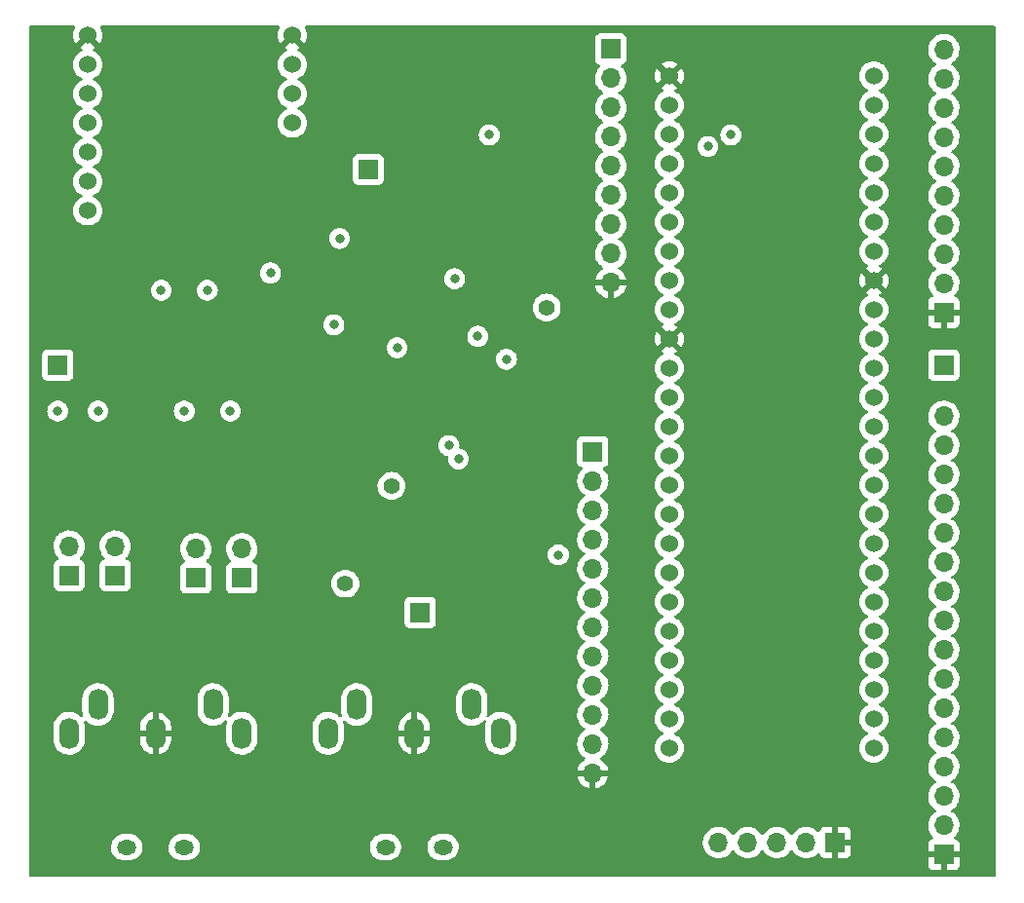
<source format=gbr>
%TF.GenerationSoftware,KiCad,Pcbnew,6.0.11+dfsg-1*%
%TF.CreationDate,2024-04-01T21:04:22+01:00*%
%TF.ProjectId,filestick-prototype,66696c65-7374-4696-936b-2d70726f746f,rev?*%
%TF.SameCoordinates,Original*%
%TF.FileFunction,Copper,L3,Inr*%
%TF.FilePolarity,Positive*%
%FSLAX46Y46*%
G04 Gerber Fmt 4.6, Leading zero omitted, Abs format (unit mm)*
G04 Created by KiCad (PCBNEW 6.0.11+dfsg-1) date 2024-04-01 21:04:22*
%MOMM*%
%LPD*%
G01*
G04 APERTURE LIST*
%TA.AperFunction,ComponentPad*%
%ADD10O,1.700000X2.700000*%
%TD*%
%TA.AperFunction,ComponentPad*%
%ADD11O,1.700000X1.300000*%
%TD*%
%TA.AperFunction,ComponentPad*%
%ADD12R,1.700000X1.700000*%
%TD*%
%TA.AperFunction,ComponentPad*%
%ADD13O,1.700000X1.700000*%
%TD*%
%TA.AperFunction,ComponentPad*%
%ADD14C,1.524000*%
%TD*%
%TA.AperFunction,ViaPad*%
%ADD15C,0.800000*%
%TD*%
%TA.AperFunction,ViaPad*%
%ADD16C,1.400000*%
%TD*%
G04 APERTURE END LIST*
D10*
%TO.N,/DATA+*%
%TO.C,J1*%
X131500000Y-114005000D03*
%TO.N,GND*%
X139000000Y-114005000D03*
%TO.N,/CLK-*%
X146500000Y-114005000D03*
%TO.N,/DATA-*%
X134000000Y-111505000D03*
%TO.N,/CLK+*%
X144000000Y-111505000D03*
D11*
%TO.N,N/C*%
X141500000Y-123905000D03*
X136500000Y-123905000D03*
%TD*%
D12*
%TO.N,+3.3V*%
%TO.C,TP2*%
X154500000Y-89525000D03*
D13*
%TO.N,/COLLISION_DETECT*%
X154500000Y-92065000D03*
%TO.N,/TERM_EN*%
X154500000Y-94605000D03*
%TO.N,/COLLISION_REF_PWM*%
X154500000Y-97145000D03*
%TO.N,Net-(TP2-Pad5)*%
X154500000Y-99685000D03*
%TO.N,/ECONET_CLKIO*%
X154500000Y-102225000D03*
%TO.N,/ECONET_RXD*%
X154500000Y-104765000D03*
%TO.N,/ECONET_TXD*%
X154500000Y-107305000D03*
%TO.N,/ECONET_TXEN*%
X154500000Y-109845000D03*
%TO.N,/ECONET_CLKEN*%
X154500000Y-112385000D03*
%TO.N,Net-(TP2-Pad11)*%
X154500000Y-114925000D03*
%TO.N,GND*%
X154500000Y-117465000D03*
%TD*%
D12*
%TO.N,Net-(TP3-Pad1)*%
%TO.C,TP3*%
X185000000Y-82000000D03*
%TD*%
%TO.N,/CLK-*%
%TO.C,JP1*%
X124000000Y-100500000D03*
D13*
%TO.N,/TERM_CLK-*%
X124000000Y-97960000D03*
%TD*%
D10*
%TO.N,/DATA-*%
%TO.C,J2*%
X109000000Y-114005000D03*
%TO.N,GND*%
X116500000Y-114005000D03*
%TO.N,/CLK-*%
X124000000Y-114005000D03*
%TO.N,/DATA+*%
X111500000Y-111505000D03*
%TO.N,/CLK+*%
X121500000Y-111505000D03*
D11*
%TO.N,N/C*%
X119000000Y-123905000D03*
X114000000Y-123905000D03*
%TD*%
D14*
%TO.N,GND*%
%TO.C,U5*%
X110610000Y-53357500D03*
%TO.N,+3.3V*%
X110610000Y-55897500D03*
%TO.N,/MOSI*%
X110610000Y-58437500D03*
%TO.N,/MISO*%
X110610000Y-60977500D03*
%TO.N,/SCK*%
X110610000Y-63517500D03*
%TO.N,/SD_SS*%
X110610000Y-66057500D03*
%TO.N,/SD_CD*%
X110610000Y-68597500D03*
%TO.N,unconnected-(U5-Pad8)*%
X128390000Y-60977500D03*
%TO.N,unconnected-(U5-Pad9)*%
X128390000Y-58437500D03*
%TO.N,+3.3V*%
X128390000Y-55897500D03*
%TO.N,GND*%
X128390000Y-53357500D03*
%TD*%
D12*
%TO.N,+3.3V*%
%TO.C,J3*%
X156060000Y-54530000D03*
D13*
%TO.N,Net-(J3-Pad2)*%
X156060000Y-57070000D03*
%TO.N,Net-(J3-Pad3)*%
X156060000Y-59610000D03*
%TO.N,Net-(J3-Pad4)*%
X156060000Y-62150000D03*
%TO.N,Net-(J3-Pad5)*%
X156060000Y-64690000D03*
%TO.N,Net-(J3-Pad6)*%
X156060000Y-67230000D03*
%TO.N,Net-(J3-Pad7)*%
X156060000Y-69770000D03*
%TO.N,Net-(J3-Pad8)*%
X156060000Y-72310000D03*
%TO.N,GND*%
X156060000Y-74850000D03*
%TD*%
D12*
%TO.N,/DATA-*%
%TO.C,JP3*%
X109000000Y-100275000D03*
D13*
%TO.N,/TERM_DATA-*%
X109000000Y-97735000D03*
%TD*%
D12*
%TO.N,GND*%
%TO.C,J5*%
X185000000Y-124550000D03*
D13*
%TO.N,Net-(J5-Pad2)*%
X185000000Y-122010000D03*
%TO.N,Net-(J5-Pad3)*%
X185000000Y-119470000D03*
%TO.N,Net-(J5-Pad4)*%
X185000000Y-116930000D03*
%TO.N,Net-(J5-Pad5)*%
X185000000Y-114390000D03*
%TO.N,Net-(J5-Pad6)*%
X185000000Y-111850000D03*
%TO.N,Net-(J5-Pad7)*%
X185000000Y-109310000D03*
%TO.N,Net-(J5-Pad8)*%
X185000000Y-106770000D03*
%TO.N,Net-(J5-Pad9)*%
X185000000Y-104230000D03*
%TO.N,Net-(J5-Pad10)*%
X185000000Y-101690000D03*
%TO.N,Net-(J5-Pad11)*%
X185000000Y-99150000D03*
%TO.N,Net-(J5-Pad12)*%
X185000000Y-96610000D03*
%TO.N,Net-(J5-Pad13)*%
X185000000Y-94070000D03*
%TO.N,Net-(J5-Pad14)*%
X185000000Y-91530000D03*
%TO.N,/GPIO_20*%
X185000000Y-88990000D03*
%TO.N,+3.3V*%
X185000000Y-86450000D03*
%TD*%
D12*
%TO.N,/DATA+*%
%TO.C,JP4*%
X113000000Y-100275000D03*
D13*
%TO.N,/TERM_DATA+*%
X113000000Y-97735000D03*
%TD*%
D14*
%TO.N,GND*%
%TO.C,U4*%
X161140000Y-56870000D03*
%TO.N,Net-(J3-Pad2)*%
X161140000Y-59410000D03*
%TO.N,Net-(SW1-Pad2)*%
X161140000Y-61950000D03*
%TO.N,Net-(J3-Pad3)*%
X161140000Y-64490000D03*
%TO.N,Net-(J3-Pad4)*%
X161140000Y-67030000D03*
%TO.N,Net-(J3-Pad5)*%
X161140000Y-69570000D03*
%TO.N,Net-(J3-Pad6)*%
X161140000Y-72110000D03*
%TO.N,+5V*%
X161140000Y-74650000D03*
%TO.N,+3.3V*%
X161140000Y-77190000D03*
%TO.N,GND*%
X161140000Y-79730000D03*
%TO.N,Net-(J3-Pad7)*%
X161140000Y-82270000D03*
%TO.N,Net-(J3-Pad8)*%
X161140000Y-84810000D03*
%TO.N,Net-(J4-Pad4)*%
X161140000Y-87350000D03*
%TO.N,Net-(J4-Pad5)*%
X161140000Y-89890000D03*
%TO.N,/COLLISION_DETECT*%
X161140000Y-92430000D03*
%TO.N,/TERM_EN*%
X161140000Y-94970000D03*
%TO.N,/COLLISION_REF_PWM*%
X161140000Y-97510000D03*
%TO.N,Net-(TP2-Pad5)*%
X161140000Y-100050000D03*
%TO.N,/ECONET_CLKIO*%
X161140000Y-102590000D03*
%TO.N,/ECONET_RXD*%
X161140000Y-105130000D03*
%TO.N,/ECONET_TXD*%
X161140000Y-107670000D03*
%TO.N,/ECONET_TXEN*%
X161140000Y-110210000D03*
%TO.N,/ECONET_CLKEN*%
X161140000Y-112750000D03*
%TO.N,Net-(TP2-Pad11)*%
X161140000Y-115290000D03*
%TO.N,Net-(J5-Pad2)*%
X178920000Y-115290000D03*
%TO.N,Net-(J5-Pad3)*%
X178920000Y-112750000D03*
%TO.N,Net-(J5-Pad4)*%
X178920000Y-110210000D03*
%TO.N,Net-(J5-Pad5)*%
X178920000Y-107670000D03*
%TO.N,Net-(J5-Pad6)*%
X178920000Y-105130000D03*
%TO.N,Net-(J5-Pad7)*%
X178920000Y-102590000D03*
%TO.N,Net-(J5-Pad8)*%
X178920000Y-100050000D03*
%TO.N,Net-(J5-Pad9)*%
X178920000Y-97510000D03*
%TO.N,Net-(J5-Pad10)*%
X178920000Y-94970000D03*
%TO.N,Net-(J5-Pad11)*%
X178920000Y-92430000D03*
%TO.N,Net-(J5-Pad12)*%
X178920000Y-89890000D03*
%TO.N,Net-(J5-Pad13)*%
X178920000Y-87350000D03*
%TO.N,Net-(J5-Pad14)*%
X178920000Y-84810000D03*
%TO.N,/SD_CD*%
X178920000Y-82270000D03*
%TO.N,/SS3*%
X178920000Y-79730000D03*
%TO.N,/SS2*%
X178920000Y-77190000D03*
%TO.N,GND*%
X178920000Y-74650000D03*
%TO.N,Net-(TP3-Pad1)*%
X178920000Y-72110000D03*
%TO.N,/SD_SS*%
X178920000Y-69570000D03*
%TO.N,/GPIO_20*%
X178920000Y-67030000D03*
%TO.N,/MOSI*%
X178920000Y-64490000D03*
%TO.N,/MISO*%
X178920000Y-61950000D03*
%TO.N,/SCK*%
X178920000Y-59410000D03*
%TO.N,/FLASH_SS*%
X178920000Y-56870000D03*
%TD*%
D12*
%TO.N,/CLK+*%
%TO.C,JP2*%
X120000000Y-100500000D03*
D13*
%TO.N,/TERM_CLK+*%
X120000000Y-97960000D03*
%TD*%
D12*
%TO.N,GND*%
%TO.C,J6*%
X185000000Y-77425000D03*
D13*
%TO.N,/SD_CD*%
X185000000Y-74885000D03*
%TO.N,/SS3*%
X185000000Y-72345000D03*
%TO.N,/SS2*%
X185000000Y-69805000D03*
%TO.N,/SD_SS*%
X185000000Y-67265000D03*
%TO.N,/MOSI*%
X185000000Y-64725000D03*
%TO.N,/MISO*%
X185000000Y-62185000D03*
%TO.N,/SCK*%
X185000000Y-59645000D03*
%TO.N,/FLASH_SS*%
X185000000Y-57105000D03*
%TO.N,+3.3V*%
X185000000Y-54565000D03*
%TD*%
D12*
%TO.N,/COLLISION_MON*%
%TO.C,TP4*%
X135000000Y-65000000D03*
%TD*%
%TO.N,/VDD_TX*%
%TO.C,TP5*%
X139500000Y-103500000D03*
%TD*%
%TO.N,GND*%
%TO.C,J4*%
X175575000Y-123500000D03*
D13*
%TO.N,unconnected-(J4-Pad2)*%
X173035000Y-123500000D03*
%TO.N,unconnected-(J4-Pad3)*%
X170495000Y-123500000D03*
%TO.N,Net-(J4-Pad4)*%
X167955000Y-123500000D03*
%TO.N,Net-(J4-Pad5)*%
X165415000Y-123500000D03*
%TD*%
D12*
%TO.N,/TERM_EN_9V*%
%TO.C,TP1*%
X108000000Y-82000000D03*
%TD*%
D15*
%TO.N,+3.3V*%
X145500000Y-62000000D03*
X142500000Y-74500000D03*
D16*
X133000000Y-101000000D03*
X137000000Y-92500000D03*
D15*
%TO.N,GND*%
X133350000Y-90500000D03*
X137600000Y-75250000D03*
D16*
X148000000Y-102000000D03*
D15*
X137750000Y-95050000D03*
D16*
X152000000Y-79000000D03*
D15*
X137600000Y-86550000D03*
X133500000Y-99000000D03*
X130400000Y-86700000D03*
X121000000Y-83150000D03*
X153500000Y-72000000D03*
%TO.N,/VDD_TX*%
X144500000Y-79500000D03*
X132500000Y-71000000D03*
D16*
%TO.N,+5V*%
X150500000Y-77000000D03*
D15*
%TO.N,/TERM_EN*%
X132000000Y-78500000D03*
X117000000Y-75500000D03*
X121000000Y-75500000D03*
%TO.N,/CLK-*%
X142835522Y-90164478D03*
%TO.N,/CLK+*%
X142000000Y-89000000D03*
%TO.N,/MISO*%
X166500000Y-62000000D03*
%TO.N,/SCK*%
X164500000Y-63000000D03*
%TO.N,/TERM_LO*%
X147000000Y-81500000D03*
X108000000Y-86000000D03*
%TO.N,/TERM_HI*%
X111500000Y-86000000D03*
X137500000Y-80500000D03*
%TO.N,Net-(Q3-Pad2)*%
X123000000Y-86000000D03*
X119000000Y-86000000D03*
%TO.N,/ECONET_CLKEN*%
X151500000Y-98500000D03*
%TO.N,/COLLISION_REF_PWM*%
X126500000Y-74000000D03*
%TD*%
%TA.AperFunction,Conductor*%
%TO.N,GND*%
G36*
X109480171Y-52528502D02*
G01*
X109526664Y-52582158D01*
X109536768Y-52652432D01*
X109515264Y-52706769D01*
X109509101Y-52715572D01*
X109503624Y-52725056D01*
X109414355Y-52916493D01*
X109410609Y-52926785D01*
X109355941Y-53130809D01*
X109354038Y-53141604D01*
X109335628Y-53352025D01*
X109335628Y-53362975D01*
X109354038Y-53573396D01*
X109355941Y-53584191D01*
X109410609Y-53788215D01*
X109414355Y-53798507D01*
X109503623Y-53989941D01*
X109509103Y-53999432D01*
X109539794Y-54043265D01*
X109550271Y-54051640D01*
X109563718Y-54044572D01*
X110520905Y-53087385D01*
X110583217Y-53053359D01*
X110654032Y-53058424D01*
X110699095Y-53087385D01*
X111657003Y-54045293D01*
X111668777Y-54051723D01*
X111680793Y-54042426D01*
X111710897Y-53999432D01*
X111716377Y-53989941D01*
X111805645Y-53798507D01*
X111809391Y-53788215D01*
X111864059Y-53584191D01*
X111865962Y-53573396D01*
X111884372Y-53362975D01*
X111884372Y-53352025D01*
X111865962Y-53141604D01*
X111864059Y-53130809D01*
X111809391Y-52926785D01*
X111805645Y-52916493D01*
X111716376Y-52725056D01*
X111710899Y-52715572D01*
X111704736Y-52706769D01*
X111682049Y-52639495D01*
X111699335Y-52570635D01*
X111751105Y-52522051D01*
X111807950Y-52508500D01*
X127192050Y-52508500D01*
X127260171Y-52528502D01*
X127306664Y-52582158D01*
X127316768Y-52652432D01*
X127295264Y-52706769D01*
X127289101Y-52715572D01*
X127283624Y-52725056D01*
X127194355Y-52916493D01*
X127190609Y-52926785D01*
X127135941Y-53130809D01*
X127134038Y-53141604D01*
X127115628Y-53352025D01*
X127115628Y-53362975D01*
X127134038Y-53573396D01*
X127135941Y-53584191D01*
X127190609Y-53788215D01*
X127194355Y-53798507D01*
X127283623Y-53989941D01*
X127289103Y-53999432D01*
X127319794Y-54043265D01*
X127330271Y-54051640D01*
X127343718Y-54044572D01*
X128300905Y-53087385D01*
X128363217Y-53053359D01*
X128434032Y-53058424D01*
X128479095Y-53087385D01*
X129437003Y-54045293D01*
X129448777Y-54051723D01*
X129460793Y-54042426D01*
X129490897Y-53999432D01*
X129496377Y-53989941D01*
X129585645Y-53798507D01*
X129589391Y-53788215D01*
X129644059Y-53584191D01*
X129645962Y-53573396D01*
X129664372Y-53362975D01*
X129664372Y-53352025D01*
X129645962Y-53141604D01*
X129644059Y-53130809D01*
X129589391Y-52926785D01*
X129585645Y-52916493D01*
X129496376Y-52725056D01*
X129490899Y-52715572D01*
X129484736Y-52706769D01*
X129462049Y-52639495D01*
X129479335Y-52570635D01*
X129531105Y-52522051D01*
X129587950Y-52508500D01*
X189365500Y-52508500D01*
X189433621Y-52528502D01*
X189480114Y-52582158D01*
X189491500Y-52634500D01*
X189491500Y-126365500D01*
X189471498Y-126433621D01*
X189417842Y-126480114D01*
X189365500Y-126491500D01*
X105634500Y-126491500D01*
X105566379Y-126471498D01*
X105519886Y-126417842D01*
X105508500Y-126365500D01*
X105508500Y-125444669D01*
X183642001Y-125444669D01*
X183642371Y-125451490D01*
X183647895Y-125502352D01*
X183651521Y-125517604D01*
X183696676Y-125638054D01*
X183705214Y-125653649D01*
X183781715Y-125755724D01*
X183794276Y-125768285D01*
X183896351Y-125844786D01*
X183911946Y-125853324D01*
X184032394Y-125898478D01*
X184047649Y-125902105D01*
X184098514Y-125907631D01*
X184105328Y-125908000D01*
X184727885Y-125908000D01*
X184743124Y-125903525D01*
X184744329Y-125902135D01*
X184746000Y-125894452D01*
X184746000Y-125889884D01*
X185254000Y-125889884D01*
X185258475Y-125905123D01*
X185259865Y-125906328D01*
X185267548Y-125907999D01*
X185894669Y-125907999D01*
X185901490Y-125907629D01*
X185952352Y-125902105D01*
X185967604Y-125898479D01*
X186088054Y-125853324D01*
X186103649Y-125844786D01*
X186205724Y-125768285D01*
X186218285Y-125755724D01*
X186294786Y-125653649D01*
X186303324Y-125638054D01*
X186348478Y-125517606D01*
X186352105Y-125502351D01*
X186357631Y-125451486D01*
X186358000Y-125444672D01*
X186358000Y-124822115D01*
X186353525Y-124806876D01*
X186352135Y-124805671D01*
X186344452Y-124804000D01*
X185272115Y-124804000D01*
X185256876Y-124808475D01*
X185255671Y-124809865D01*
X185254000Y-124817548D01*
X185254000Y-125889884D01*
X184746000Y-125889884D01*
X184746000Y-124822115D01*
X184741525Y-124806876D01*
X184740135Y-124805671D01*
X184732452Y-124804000D01*
X183660116Y-124804000D01*
X183644877Y-124808475D01*
X183643672Y-124809865D01*
X183642001Y-124817548D01*
X183642001Y-125444669D01*
X105508500Y-125444669D01*
X105508500Y-123996284D01*
X112640124Y-123996284D01*
X112641103Y-124001981D01*
X112641103Y-124001982D01*
X112668231Y-124159857D01*
X112676181Y-124206126D01*
X112749875Y-124405884D01*
X112858739Y-124588866D01*
X112999125Y-124748946D01*
X113166333Y-124880762D01*
X113171444Y-124883451D01*
X113171447Y-124883453D01*
X113274961Y-124937915D01*
X113354762Y-124979900D01*
X113360283Y-124981614D01*
X113360287Y-124981616D01*
X113530623Y-125034506D01*
X113558102Y-125043039D01*
X113730982Y-125063500D01*
X114254013Y-125063500D01*
X114339645Y-125055632D01*
X114406270Y-125049510D01*
X114406273Y-125049509D01*
X114412024Y-125048981D01*
X114433093Y-125043039D01*
X114611389Y-124992754D01*
X114611391Y-124992753D01*
X114616948Y-124991186D01*
X114622123Y-124988634D01*
X114622128Y-124988632D01*
X114802727Y-124899570D01*
X114807908Y-124897015D01*
X114978509Y-124769622D01*
X115123037Y-124613271D01*
X115224570Y-124452351D01*
X115233574Y-124438081D01*
X115236653Y-124433201D01*
X115315551Y-124235441D01*
X115320305Y-124211544D01*
X115355962Y-124032282D01*
X115355962Y-124032280D01*
X115357089Y-124026615D01*
X115357412Y-124001982D01*
X115357487Y-123996284D01*
X117640124Y-123996284D01*
X117641103Y-124001981D01*
X117641103Y-124001982D01*
X117668231Y-124159857D01*
X117676181Y-124206126D01*
X117749875Y-124405884D01*
X117858739Y-124588866D01*
X117999125Y-124748946D01*
X118166333Y-124880762D01*
X118171444Y-124883451D01*
X118171447Y-124883453D01*
X118274961Y-124937915D01*
X118354762Y-124979900D01*
X118360283Y-124981614D01*
X118360287Y-124981616D01*
X118530623Y-125034506D01*
X118558102Y-125043039D01*
X118730982Y-125063500D01*
X119254013Y-125063500D01*
X119339645Y-125055632D01*
X119406270Y-125049510D01*
X119406273Y-125049509D01*
X119412024Y-125048981D01*
X119433093Y-125043039D01*
X119611389Y-124992754D01*
X119611391Y-124992753D01*
X119616948Y-124991186D01*
X119622123Y-124988634D01*
X119622128Y-124988632D01*
X119802727Y-124899570D01*
X119807908Y-124897015D01*
X119978509Y-124769622D01*
X120123037Y-124613271D01*
X120224570Y-124452351D01*
X120233574Y-124438081D01*
X120236653Y-124433201D01*
X120315551Y-124235441D01*
X120320305Y-124211544D01*
X120355962Y-124032282D01*
X120355962Y-124032280D01*
X120357089Y-124026615D01*
X120357412Y-124001982D01*
X120357487Y-123996284D01*
X135140124Y-123996284D01*
X135141103Y-124001981D01*
X135141103Y-124001982D01*
X135168231Y-124159857D01*
X135176181Y-124206126D01*
X135249875Y-124405884D01*
X135358739Y-124588866D01*
X135499125Y-124748946D01*
X135666333Y-124880762D01*
X135671444Y-124883451D01*
X135671447Y-124883453D01*
X135774961Y-124937915D01*
X135854762Y-124979900D01*
X135860283Y-124981614D01*
X135860287Y-124981616D01*
X136030623Y-125034506D01*
X136058102Y-125043039D01*
X136230982Y-125063500D01*
X136754013Y-125063500D01*
X136839645Y-125055632D01*
X136906270Y-125049510D01*
X136906273Y-125049509D01*
X136912024Y-125048981D01*
X136933093Y-125043039D01*
X137111389Y-124992754D01*
X137111391Y-124992753D01*
X137116948Y-124991186D01*
X137122123Y-124988634D01*
X137122128Y-124988632D01*
X137302727Y-124899570D01*
X137307908Y-124897015D01*
X137478509Y-124769622D01*
X137623037Y-124613271D01*
X137724570Y-124452351D01*
X137733574Y-124438081D01*
X137736653Y-124433201D01*
X137815551Y-124235441D01*
X137820305Y-124211544D01*
X137855962Y-124032282D01*
X137855962Y-124032280D01*
X137857089Y-124026615D01*
X137857412Y-124001982D01*
X137857487Y-123996284D01*
X140140124Y-123996284D01*
X140141103Y-124001981D01*
X140141103Y-124001982D01*
X140168231Y-124159857D01*
X140176181Y-124206126D01*
X140249875Y-124405884D01*
X140358739Y-124588866D01*
X140499125Y-124748946D01*
X140666333Y-124880762D01*
X140671444Y-124883451D01*
X140671447Y-124883453D01*
X140774961Y-124937915D01*
X140854762Y-124979900D01*
X140860283Y-124981614D01*
X140860287Y-124981616D01*
X141030623Y-125034506D01*
X141058102Y-125043039D01*
X141230982Y-125063500D01*
X141754013Y-125063500D01*
X141839645Y-125055632D01*
X141906270Y-125049510D01*
X141906273Y-125049509D01*
X141912024Y-125048981D01*
X141933093Y-125043039D01*
X142111389Y-124992754D01*
X142111391Y-124992753D01*
X142116948Y-124991186D01*
X142122123Y-124988634D01*
X142122128Y-124988632D01*
X142302727Y-124899570D01*
X142307908Y-124897015D01*
X142478509Y-124769622D01*
X142623037Y-124613271D01*
X142724570Y-124452351D01*
X142733574Y-124438081D01*
X142736653Y-124433201D01*
X142815551Y-124235441D01*
X142820305Y-124211544D01*
X142855962Y-124032282D01*
X142855962Y-124032280D01*
X142857089Y-124026615D01*
X142857412Y-124001982D01*
X142859800Y-123819498D01*
X142859876Y-123813716D01*
X142854664Y-123783385D01*
X142824797Y-123609564D01*
X142824796Y-123609561D01*
X142823819Y-123603874D01*
X142773211Y-123466695D01*
X164052251Y-123466695D01*
X164052548Y-123471848D01*
X164052548Y-123471851D01*
X164062734Y-123648510D01*
X164065110Y-123689715D01*
X164066247Y-123694761D01*
X164066248Y-123694767D01*
X164086220Y-123783385D01*
X164114222Y-123907639D01*
X164198266Y-124114616D01*
X164249942Y-124198944D01*
X164312291Y-124300688D01*
X164314987Y-124305088D01*
X164461250Y-124473938D01*
X164633126Y-124616632D01*
X164826000Y-124729338D01*
X165034692Y-124809030D01*
X165039760Y-124810061D01*
X165039763Y-124810062D01*
X165099006Y-124822115D01*
X165253597Y-124853567D01*
X165258772Y-124853757D01*
X165258774Y-124853757D01*
X165471673Y-124861564D01*
X165471677Y-124861564D01*
X165476837Y-124861753D01*
X165481957Y-124861097D01*
X165481959Y-124861097D01*
X165693288Y-124834025D01*
X165693289Y-124834025D01*
X165698416Y-124833368D01*
X165735924Y-124822115D01*
X165907429Y-124770661D01*
X165907434Y-124770659D01*
X165912384Y-124769174D01*
X166112994Y-124670896D01*
X166294860Y-124541173D01*
X166453096Y-124383489D01*
X166512594Y-124300689D01*
X166583453Y-124202077D01*
X166584776Y-124203028D01*
X166631645Y-124159857D01*
X166701580Y-124147625D01*
X166767026Y-124175144D01*
X166794875Y-124206994D01*
X166810852Y-124233066D01*
X166854987Y-124305088D01*
X167001250Y-124473938D01*
X167173126Y-124616632D01*
X167366000Y-124729338D01*
X167574692Y-124809030D01*
X167579760Y-124810061D01*
X167579763Y-124810062D01*
X167639006Y-124822115D01*
X167793597Y-124853567D01*
X167798772Y-124853757D01*
X167798774Y-124853757D01*
X168011673Y-124861564D01*
X168011677Y-124861564D01*
X168016837Y-124861753D01*
X168021957Y-124861097D01*
X168021959Y-124861097D01*
X168233288Y-124834025D01*
X168233289Y-124834025D01*
X168238416Y-124833368D01*
X168275924Y-124822115D01*
X168447429Y-124770661D01*
X168447434Y-124770659D01*
X168452384Y-124769174D01*
X168652994Y-124670896D01*
X168834860Y-124541173D01*
X168993096Y-124383489D01*
X169052594Y-124300689D01*
X169123453Y-124202077D01*
X169124776Y-124203028D01*
X169171645Y-124159857D01*
X169241580Y-124147625D01*
X169307026Y-124175144D01*
X169334875Y-124206994D01*
X169350852Y-124233066D01*
X169394987Y-124305088D01*
X169541250Y-124473938D01*
X169713126Y-124616632D01*
X169906000Y-124729338D01*
X170114692Y-124809030D01*
X170119760Y-124810061D01*
X170119763Y-124810062D01*
X170179006Y-124822115D01*
X170333597Y-124853567D01*
X170338772Y-124853757D01*
X170338774Y-124853757D01*
X170551673Y-124861564D01*
X170551677Y-124861564D01*
X170556837Y-124861753D01*
X170561957Y-124861097D01*
X170561959Y-124861097D01*
X170773288Y-124834025D01*
X170773289Y-124834025D01*
X170778416Y-124833368D01*
X170815924Y-124822115D01*
X170987429Y-124770661D01*
X170987434Y-124770659D01*
X170992384Y-124769174D01*
X171192994Y-124670896D01*
X171374860Y-124541173D01*
X171533096Y-124383489D01*
X171592594Y-124300689D01*
X171663453Y-124202077D01*
X171664776Y-124203028D01*
X171711645Y-124159857D01*
X171781580Y-124147625D01*
X171847026Y-124175144D01*
X171874875Y-124206994D01*
X171890852Y-124233066D01*
X171934987Y-124305088D01*
X172081250Y-124473938D01*
X172253126Y-124616632D01*
X172446000Y-124729338D01*
X172654692Y-124809030D01*
X172659760Y-124810061D01*
X172659763Y-124810062D01*
X172719006Y-124822115D01*
X172873597Y-124853567D01*
X172878772Y-124853757D01*
X172878774Y-124853757D01*
X173091673Y-124861564D01*
X173091677Y-124861564D01*
X173096837Y-124861753D01*
X173101957Y-124861097D01*
X173101959Y-124861097D01*
X173313288Y-124834025D01*
X173313289Y-124834025D01*
X173318416Y-124833368D01*
X173355924Y-124822115D01*
X173527429Y-124770661D01*
X173527434Y-124770659D01*
X173532384Y-124769174D01*
X173732994Y-124670896D01*
X173914860Y-124541173D01*
X173982331Y-124473938D01*
X174023479Y-124432933D01*
X174085851Y-124399017D01*
X174156658Y-124404205D01*
X174213419Y-124446851D01*
X174230401Y-124477954D01*
X174271676Y-124588054D01*
X174280214Y-124603649D01*
X174356715Y-124705724D01*
X174369276Y-124718285D01*
X174471351Y-124794786D01*
X174486946Y-124803324D01*
X174607394Y-124848478D01*
X174622649Y-124852105D01*
X174673514Y-124857631D01*
X174680328Y-124858000D01*
X175302885Y-124858000D01*
X175318124Y-124853525D01*
X175319329Y-124852135D01*
X175321000Y-124844452D01*
X175321000Y-124839884D01*
X175829000Y-124839884D01*
X175833475Y-124855123D01*
X175834865Y-124856328D01*
X175842548Y-124857999D01*
X176469669Y-124857999D01*
X176476490Y-124857629D01*
X176527352Y-124852105D01*
X176542604Y-124848479D01*
X176663054Y-124803324D01*
X176678649Y-124794786D01*
X176780724Y-124718285D01*
X176793285Y-124705724D01*
X176869786Y-124603649D01*
X176878324Y-124588054D01*
X176923478Y-124467606D01*
X176927105Y-124452351D01*
X176932631Y-124401486D01*
X176933000Y-124394672D01*
X176933000Y-123772115D01*
X176928525Y-123756876D01*
X176927135Y-123755671D01*
X176919452Y-123754000D01*
X175847115Y-123754000D01*
X175831876Y-123758475D01*
X175830671Y-123759865D01*
X175829000Y-123767548D01*
X175829000Y-124839884D01*
X175321000Y-124839884D01*
X175321000Y-123227885D01*
X175829000Y-123227885D01*
X175833475Y-123243124D01*
X175834865Y-123244329D01*
X175842548Y-123246000D01*
X176914884Y-123246000D01*
X176930123Y-123241525D01*
X176931328Y-123240135D01*
X176932999Y-123232452D01*
X176932999Y-122605331D01*
X176932629Y-122598510D01*
X176927105Y-122547648D01*
X176923479Y-122532396D01*
X176878324Y-122411946D01*
X176869786Y-122396351D01*
X176793285Y-122294276D01*
X176780724Y-122281715D01*
X176678649Y-122205214D01*
X176663054Y-122196676D01*
X176542606Y-122151522D01*
X176527351Y-122147895D01*
X176476486Y-122142369D01*
X176469672Y-122142000D01*
X175847115Y-122142000D01*
X175831876Y-122146475D01*
X175830671Y-122147865D01*
X175829000Y-122155548D01*
X175829000Y-123227885D01*
X175321000Y-123227885D01*
X175321000Y-122160116D01*
X175316525Y-122144877D01*
X175315135Y-122143672D01*
X175307452Y-122142001D01*
X174680331Y-122142001D01*
X174673510Y-122142371D01*
X174622648Y-122147895D01*
X174607396Y-122151521D01*
X174486946Y-122196676D01*
X174471351Y-122205214D01*
X174369276Y-122281715D01*
X174356715Y-122294276D01*
X174280214Y-122396351D01*
X174271676Y-122411946D01*
X174230297Y-122522322D01*
X174187655Y-122579087D01*
X174121093Y-122603786D01*
X174051744Y-122588578D01*
X174019121Y-122562891D01*
X173968151Y-122506876D01*
X173968145Y-122506870D01*
X173964670Y-122503051D01*
X173960619Y-122499852D01*
X173960615Y-122499848D01*
X173793414Y-122367800D01*
X173793410Y-122367798D01*
X173789359Y-122364598D01*
X173593789Y-122256638D01*
X173588920Y-122254914D01*
X173588916Y-122254912D01*
X173388087Y-122183795D01*
X173388083Y-122183794D01*
X173383212Y-122182069D01*
X173378119Y-122181162D01*
X173378116Y-122181161D01*
X173168373Y-122143800D01*
X173168367Y-122143799D01*
X173163284Y-122142894D01*
X173089452Y-122141992D01*
X172945081Y-122140228D01*
X172945079Y-122140228D01*
X172939911Y-122140165D01*
X172719091Y-122173955D01*
X172506756Y-122243357D01*
X172308607Y-122346507D01*
X172304474Y-122349610D01*
X172304471Y-122349612D01*
X172134100Y-122477530D01*
X172129965Y-122480635D01*
X171975629Y-122642138D01*
X171868201Y-122799621D01*
X171813293Y-122844621D01*
X171742768Y-122852792D01*
X171679021Y-122821538D01*
X171658324Y-122797054D01*
X171577822Y-122672617D01*
X171577820Y-122672614D01*
X171575014Y-122668277D01*
X171424670Y-122503051D01*
X171420619Y-122499852D01*
X171420615Y-122499848D01*
X171253414Y-122367800D01*
X171253410Y-122367798D01*
X171249359Y-122364598D01*
X171053789Y-122256638D01*
X171048920Y-122254914D01*
X171048916Y-122254912D01*
X170848087Y-122183795D01*
X170848083Y-122183794D01*
X170843212Y-122182069D01*
X170838119Y-122181162D01*
X170838116Y-122181161D01*
X170628373Y-122143800D01*
X170628367Y-122143799D01*
X170623284Y-122142894D01*
X170549452Y-122141992D01*
X170405081Y-122140228D01*
X170405079Y-122140228D01*
X170399911Y-122140165D01*
X170179091Y-122173955D01*
X169966756Y-122243357D01*
X169768607Y-122346507D01*
X169764474Y-122349610D01*
X169764471Y-122349612D01*
X169594100Y-122477530D01*
X169589965Y-122480635D01*
X169435629Y-122642138D01*
X169328201Y-122799621D01*
X169273293Y-122844621D01*
X169202768Y-122852792D01*
X169139021Y-122821538D01*
X169118324Y-122797054D01*
X169037822Y-122672617D01*
X169037820Y-122672614D01*
X169035014Y-122668277D01*
X168884670Y-122503051D01*
X168880619Y-122499852D01*
X168880615Y-122499848D01*
X168713414Y-122367800D01*
X168713410Y-122367798D01*
X168709359Y-122364598D01*
X168513789Y-122256638D01*
X168508920Y-122254914D01*
X168508916Y-122254912D01*
X168308087Y-122183795D01*
X168308083Y-122183794D01*
X168303212Y-122182069D01*
X168298119Y-122181162D01*
X168298116Y-122181161D01*
X168088373Y-122143800D01*
X168088367Y-122143799D01*
X168083284Y-122142894D01*
X168009452Y-122141992D01*
X167865081Y-122140228D01*
X167865079Y-122140228D01*
X167859911Y-122140165D01*
X167639091Y-122173955D01*
X167426756Y-122243357D01*
X167228607Y-122346507D01*
X167224474Y-122349610D01*
X167224471Y-122349612D01*
X167054100Y-122477530D01*
X167049965Y-122480635D01*
X166895629Y-122642138D01*
X166788201Y-122799621D01*
X166733293Y-122844621D01*
X166662768Y-122852792D01*
X166599021Y-122821538D01*
X166578324Y-122797054D01*
X166497822Y-122672617D01*
X166497820Y-122672614D01*
X166495014Y-122668277D01*
X166344670Y-122503051D01*
X166340619Y-122499852D01*
X166340615Y-122499848D01*
X166173414Y-122367800D01*
X166173410Y-122367798D01*
X166169359Y-122364598D01*
X165973789Y-122256638D01*
X165968920Y-122254914D01*
X165968916Y-122254912D01*
X165768087Y-122183795D01*
X165768083Y-122183794D01*
X165763212Y-122182069D01*
X165758119Y-122181162D01*
X165758116Y-122181161D01*
X165548373Y-122143800D01*
X165548367Y-122143799D01*
X165543284Y-122142894D01*
X165469452Y-122141992D01*
X165325081Y-122140228D01*
X165325079Y-122140228D01*
X165319911Y-122140165D01*
X165099091Y-122173955D01*
X164886756Y-122243357D01*
X164688607Y-122346507D01*
X164684474Y-122349610D01*
X164684471Y-122349612D01*
X164514100Y-122477530D01*
X164509965Y-122480635D01*
X164355629Y-122642138D01*
X164229743Y-122826680D01*
X164197035Y-122897144D01*
X164156747Y-122983938D01*
X164135688Y-123029305D01*
X164075989Y-123244570D01*
X164052251Y-123466695D01*
X142773211Y-123466695D01*
X142750125Y-123404116D01*
X142654344Y-123243124D01*
X142644215Y-123226099D01*
X142644214Y-123226098D01*
X142641261Y-123221134D01*
X142500875Y-123061054D01*
X142333667Y-122929238D01*
X142328556Y-122926549D01*
X142328553Y-122926547D01*
X142188368Y-122852792D01*
X142145238Y-122830100D01*
X142139717Y-122828386D01*
X142139713Y-122828384D01*
X141947421Y-122768676D01*
X141947422Y-122768676D01*
X141941898Y-122766961D01*
X141769018Y-122746500D01*
X141245987Y-122746500D01*
X141160355Y-122754368D01*
X141093730Y-122760490D01*
X141093727Y-122760491D01*
X141087976Y-122761019D01*
X141082417Y-122762587D01*
X141082416Y-122762587D01*
X140888611Y-122817246D01*
X140888609Y-122817247D01*
X140883052Y-122818814D01*
X140877877Y-122821366D01*
X140877872Y-122821368D01*
X140731626Y-122893489D01*
X140692092Y-122912985D01*
X140521491Y-123040378D01*
X140376963Y-123196729D01*
X140263347Y-123376799D01*
X140184449Y-123574559D01*
X140183323Y-123580219D01*
X140183322Y-123580223D01*
X140148184Y-123756876D01*
X140142911Y-123783385D01*
X140142835Y-123789160D01*
X140142835Y-123789164D01*
X140142514Y-123813716D01*
X140140124Y-123996284D01*
X137857487Y-123996284D01*
X137859800Y-123819498D01*
X137859876Y-123813716D01*
X137854664Y-123783385D01*
X137824797Y-123609564D01*
X137824796Y-123609561D01*
X137823819Y-123603874D01*
X137750125Y-123404116D01*
X137654344Y-123243124D01*
X137644215Y-123226099D01*
X137644214Y-123226098D01*
X137641261Y-123221134D01*
X137500875Y-123061054D01*
X137333667Y-122929238D01*
X137328556Y-122926549D01*
X137328553Y-122926547D01*
X137188368Y-122852792D01*
X137145238Y-122830100D01*
X137139717Y-122828386D01*
X137139713Y-122828384D01*
X136947421Y-122768676D01*
X136947422Y-122768676D01*
X136941898Y-122766961D01*
X136769018Y-122746500D01*
X136245987Y-122746500D01*
X136160355Y-122754368D01*
X136093730Y-122760490D01*
X136093727Y-122760491D01*
X136087976Y-122761019D01*
X136082417Y-122762587D01*
X136082416Y-122762587D01*
X135888611Y-122817246D01*
X135888609Y-122817247D01*
X135883052Y-122818814D01*
X135877877Y-122821366D01*
X135877872Y-122821368D01*
X135731626Y-122893489D01*
X135692092Y-122912985D01*
X135521491Y-123040378D01*
X135376963Y-123196729D01*
X135263347Y-123376799D01*
X135184449Y-123574559D01*
X135183323Y-123580219D01*
X135183322Y-123580223D01*
X135148184Y-123756876D01*
X135142911Y-123783385D01*
X135142835Y-123789160D01*
X135142835Y-123789164D01*
X135142514Y-123813716D01*
X135140124Y-123996284D01*
X120357487Y-123996284D01*
X120359800Y-123819498D01*
X120359876Y-123813716D01*
X120354664Y-123783385D01*
X120324797Y-123609564D01*
X120324796Y-123609561D01*
X120323819Y-123603874D01*
X120250125Y-123404116D01*
X120154344Y-123243124D01*
X120144215Y-123226099D01*
X120144214Y-123226098D01*
X120141261Y-123221134D01*
X120000875Y-123061054D01*
X119833667Y-122929238D01*
X119828556Y-122926549D01*
X119828553Y-122926547D01*
X119688368Y-122852792D01*
X119645238Y-122830100D01*
X119639717Y-122828386D01*
X119639713Y-122828384D01*
X119447421Y-122768676D01*
X119447422Y-122768676D01*
X119441898Y-122766961D01*
X119269018Y-122746500D01*
X118745987Y-122746500D01*
X118660355Y-122754368D01*
X118593730Y-122760490D01*
X118593727Y-122760491D01*
X118587976Y-122761019D01*
X118582417Y-122762587D01*
X118582416Y-122762587D01*
X118388611Y-122817246D01*
X118388609Y-122817247D01*
X118383052Y-122818814D01*
X118377877Y-122821366D01*
X118377872Y-122821368D01*
X118231626Y-122893489D01*
X118192092Y-122912985D01*
X118021491Y-123040378D01*
X117876963Y-123196729D01*
X117763347Y-123376799D01*
X117684449Y-123574559D01*
X117683323Y-123580219D01*
X117683322Y-123580223D01*
X117648184Y-123756876D01*
X117642911Y-123783385D01*
X117642835Y-123789160D01*
X117642835Y-123789164D01*
X117642514Y-123813716D01*
X117640124Y-123996284D01*
X115357487Y-123996284D01*
X115359800Y-123819498D01*
X115359876Y-123813716D01*
X115354664Y-123783385D01*
X115324797Y-123609564D01*
X115324796Y-123609561D01*
X115323819Y-123603874D01*
X115250125Y-123404116D01*
X115154344Y-123243124D01*
X115144215Y-123226099D01*
X115144214Y-123226098D01*
X115141261Y-123221134D01*
X115000875Y-123061054D01*
X114833667Y-122929238D01*
X114828556Y-122926549D01*
X114828553Y-122926547D01*
X114688368Y-122852792D01*
X114645238Y-122830100D01*
X114639717Y-122828386D01*
X114639713Y-122828384D01*
X114447421Y-122768676D01*
X114447422Y-122768676D01*
X114441898Y-122766961D01*
X114269018Y-122746500D01*
X113745987Y-122746500D01*
X113660355Y-122754368D01*
X113593730Y-122760490D01*
X113593727Y-122760491D01*
X113587976Y-122761019D01*
X113582417Y-122762587D01*
X113582416Y-122762587D01*
X113388611Y-122817246D01*
X113388609Y-122817247D01*
X113383052Y-122818814D01*
X113377877Y-122821366D01*
X113377872Y-122821368D01*
X113231626Y-122893489D01*
X113192092Y-122912985D01*
X113021491Y-123040378D01*
X112876963Y-123196729D01*
X112763347Y-123376799D01*
X112684449Y-123574559D01*
X112683323Y-123580219D01*
X112683322Y-123580223D01*
X112648184Y-123756876D01*
X112642911Y-123783385D01*
X112642835Y-123789160D01*
X112642835Y-123789164D01*
X112642514Y-123813716D01*
X112640124Y-123996284D01*
X105508500Y-123996284D01*
X105508500Y-121976695D01*
X183637251Y-121976695D01*
X183637548Y-121981848D01*
X183637548Y-121981851D01*
X183646804Y-122142371D01*
X183650110Y-122199715D01*
X183651247Y-122204761D01*
X183651248Y-122204767D01*
X183672275Y-122298069D01*
X183699222Y-122417639D01*
X183735455Y-122506870D01*
X183772666Y-122598510D01*
X183783266Y-122624616D01*
X183812681Y-122672617D01*
X183866854Y-122761019D01*
X183899987Y-122815088D01*
X184046250Y-122983938D01*
X184050225Y-122987238D01*
X184050231Y-122987244D01*
X184055425Y-122991556D01*
X184095059Y-123050460D01*
X184096555Y-123121441D01*
X184059439Y-123181962D01*
X184019168Y-123206480D01*
X183911946Y-123246676D01*
X183896351Y-123255214D01*
X183794276Y-123331715D01*
X183781715Y-123344276D01*
X183705214Y-123446351D01*
X183696676Y-123461946D01*
X183651522Y-123582394D01*
X183647895Y-123597649D01*
X183642369Y-123648514D01*
X183642000Y-123655328D01*
X183642000Y-124277885D01*
X183646475Y-124293124D01*
X183647865Y-124294329D01*
X183655548Y-124296000D01*
X186339884Y-124296000D01*
X186355123Y-124291525D01*
X186356328Y-124290135D01*
X186357999Y-124282452D01*
X186357999Y-123655331D01*
X186357629Y-123648510D01*
X186352105Y-123597648D01*
X186348479Y-123582396D01*
X186303324Y-123461946D01*
X186294786Y-123446351D01*
X186218285Y-123344276D01*
X186205724Y-123331715D01*
X186103649Y-123255214D01*
X186088054Y-123246676D01*
X185977813Y-123205348D01*
X185921049Y-123162706D01*
X185896349Y-123096145D01*
X185911557Y-123026796D01*
X185933104Y-122998115D01*
X186034430Y-122897144D01*
X186034440Y-122897132D01*
X186038096Y-122893489D01*
X186065150Y-122855840D01*
X186165435Y-122716277D01*
X186168453Y-122712077D01*
X186221974Y-122603786D01*
X186265136Y-122516453D01*
X186265137Y-122516451D01*
X186267430Y-122511811D01*
X186332370Y-122298069D01*
X186361529Y-122076590D01*
X186363156Y-122010000D01*
X186344852Y-121787361D01*
X186290431Y-121570702D01*
X186201354Y-121365840D01*
X186080014Y-121178277D01*
X185929670Y-121013051D01*
X185925619Y-121009852D01*
X185925615Y-121009848D01*
X185758414Y-120877800D01*
X185758410Y-120877798D01*
X185754359Y-120874598D01*
X185713053Y-120851796D01*
X185663084Y-120801364D01*
X185648312Y-120731921D01*
X185673428Y-120665516D01*
X185700780Y-120638909D01*
X185744603Y-120607650D01*
X185879860Y-120511173D01*
X186038096Y-120353489D01*
X186097594Y-120270689D01*
X186165435Y-120176277D01*
X186168453Y-120172077D01*
X186267430Y-119971811D01*
X186332370Y-119758069D01*
X186361529Y-119536590D01*
X186363156Y-119470000D01*
X186344852Y-119247361D01*
X186290431Y-119030702D01*
X186201354Y-118825840D01*
X186140279Y-118731433D01*
X186082822Y-118642617D01*
X186082820Y-118642614D01*
X186080014Y-118638277D01*
X185929670Y-118473051D01*
X185925619Y-118469852D01*
X185925615Y-118469848D01*
X185758414Y-118337800D01*
X185758410Y-118337798D01*
X185754359Y-118334598D01*
X185713053Y-118311796D01*
X185663084Y-118261364D01*
X185648312Y-118191921D01*
X185673428Y-118125516D01*
X185700780Y-118098909D01*
X185744603Y-118067650D01*
X185879860Y-117971173D01*
X186038096Y-117813489D01*
X186085272Y-117747837D01*
X186165435Y-117636277D01*
X186168453Y-117632077D01*
X186267430Y-117431811D01*
X186332370Y-117218069D01*
X186361529Y-116996590D01*
X186363156Y-116930000D01*
X186344852Y-116707361D01*
X186290431Y-116490702D01*
X186201354Y-116285840D01*
X186094610Y-116120839D01*
X186082822Y-116102617D01*
X186082820Y-116102614D01*
X186080014Y-116098277D01*
X185929670Y-115933051D01*
X185925619Y-115929852D01*
X185925615Y-115929848D01*
X185758414Y-115797800D01*
X185758410Y-115797798D01*
X185754359Y-115794598D01*
X185713053Y-115771796D01*
X185663084Y-115721364D01*
X185648312Y-115651921D01*
X185673428Y-115585516D01*
X185700780Y-115558909D01*
X185767297Y-115511463D01*
X185879860Y-115431173D01*
X185884238Y-115426811D01*
X186034435Y-115277137D01*
X186038096Y-115273489D01*
X186097594Y-115190689D01*
X186165435Y-115096277D01*
X186168453Y-115092077D01*
X186173771Y-115081318D01*
X186265136Y-114896453D01*
X186265137Y-114896451D01*
X186267430Y-114891811D01*
X186316797Y-114729325D01*
X186330865Y-114683023D01*
X186330865Y-114683021D01*
X186332370Y-114678069D01*
X186361529Y-114456590D01*
X186363156Y-114390000D01*
X186344852Y-114167361D01*
X186290431Y-113950702D01*
X186201354Y-113745840D01*
X186149637Y-113665897D01*
X186082822Y-113562617D01*
X186082820Y-113562614D01*
X186080014Y-113558277D01*
X185929670Y-113393051D01*
X185925619Y-113389852D01*
X185925615Y-113389848D01*
X185758414Y-113257800D01*
X185758410Y-113257798D01*
X185754359Y-113254598D01*
X185713053Y-113231796D01*
X185663084Y-113181364D01*
X185648312Y-113111921D01*
X185673428Y-113045516D01*
X185700780Y-113018909D01*
X185767297Y-112971463D01*
X185879860Y-112891173D01*
X185884238Y-112886811D01*
X186034435Y-112737137D01*
X186038096Y-112733489D01*
X186085101Y-112668075D01*
X186165435Y-112556277D01*
X186168453Y-112552077D01*
X186177380Y-112534016D01*
X186265136Y-112356453D01*
X186265137Y-112356451D01*
X186267430Y-112351811D01*
X186322323Y-112171139D01*
X186330865Y-112143023D01*
X186330865Y-112143021D01*
X186332370Y-112138069D01*
X186361529Y-111916590D01*
X186363156Y-111850000D01*
X186344852Y-111627361D01*
X186290431Y-111410702D01*
X186201354Y-111205840D01*
X186149637Y-111125897D01*
X186082822Y-111022617D01*
X186082820Y-111022614D01*
X186080014Y-111018277D01*
X185929670Y-110853051D01*
X185925619Y-110849852D01*
X185925615Y-110849848D01*
X185758414Y-110717800D01*
X185758410Y-110717798D01*
X185754359Y-110714598D01*
X185713053Y-110691796D01*
X185663084Y-110641364D01*
X185648312Y-110571921D01*
X185673428Y-110505516D01*
X185700780Y-110478909D01*
X185767297Y-110431463D01*
X185879860Y-110351173D01*
X185884238Y-110346811D01*
X185994037Y-110237394D01*
X186038096Y-110193489D01*
X186065676Y-110155108D01*
X186165435Y-110016277D01*
X186168453Y-110012077D01*
X186177380Y-109994016D01*
X186265136Y-109816453D01*
X186265137Y-109816451D01*
X186267430Y-109811811D01*
X186318688Y-109643102D01*
X186330865Y-109603023D01*
X186330865Y-109603021D01*
X186332370Y-109598069D01*
X186361529Y-109376590D01*
X186363156Y-109310000D01*
X186344852Y-109087361D01*
X186290431Y-108870702D01*
X186201354Y-108665840D01*
X186149637Y-108585897D01*
X186082822Y-108482617D01*
X186082820Y-108482614D01*
X186080014Y-108478277D01*
X185929670Y-108313051D01*
X185925619Y-108309852D01*
X185925615Y-108309848D01*
X185758414Y-108177800D01*
X185758410Y-108177798D01*
X185754359Y-108174598D01*
X185713053Y-108151796D01*
X185663084Y-108101364D01*
X185648312Y-108031921D01*
X185673428Y-107965516D01*
X185700780Y-107938909D01*
X185767297Y-107891463D01*
X185879860Y-107811173D01*
X185884238Y-107806811D01*
X186034435Y-107657137D01*
X186038096Y-107653489D01*
X186097594Y-107570689D01*
X186165435Y-107476277D01*
X186168453Y-107472077D01*
X186177380Y-107454016D01*
X186265136Y-107276453D01*
X186265137Y-107276451D01*
X186267430Y-107271811D01*
X186299900Y-107164940D01*
X186330865Y-107063023D01*
X186330865Y-107063021D01*
X186332370Y-107058069D01*
X186361529Y-106836590D01*
X186363156Y-106770000D01*
X186344852Y-106547361D01*
X186290431Y-106330702D01*
X186201354Y-106125840D01*
X186149637Y-106045897D01*
X186082822Y-105942617D01*
X186082820Y-105942614D01*
X186080014Y-105938277D01*
X185929670Y-105773051D01*
X185925619Y-105769852D01*
X185925615Y-105769848D01*
X185758414Y-105637800D01*
X185758410Y-105637798D01*
X185754359Y-105634598D01*
X185713053Y-105611796D01*
X185663084Y-105561364D01*
X185648312Y-105491921D01*
X185673428Y-105425516D01*
X185700780Y-105398909D01*
X185767297Y-105351463D01*
X185879860Y-105271173D01*
X185884238Y-105266811D01*
X186034435Y-105117137D01*
X186038096Y-105113489D01*
X186097594Y-105030689D01*
X186165435Y-104936277D01*
X186168453Y-104932077D01*
X186177380Y-104914016D01*
X186265136Y-104736453D01*
X186265137Y-104736451D01*
X186267430Y-104731811D01*
X186306295Y-104603891D01*
X186330865Y-104523023D01*
X186330865Y-104523021D01*
X186332370Y-104518069D01*
X186361529Y-104296590D01*
X186363156Y-104230000D01*
X186344852Y-104007361D01*
X186290431Y-103790702D01*
X186201354Y-103585840D01*
X186149637Y-103505897D01*
X186082822Y-103402617D01*
X186082820Y-103402614D01*
X186080014Y-103398277D01*
X185929670Y-103233051D01*
X185925619Y-103229852D01*
X185925615Y-103229848D01*
X185758414Y-103097800D01*
X185758410Y-103097798D01*
X185754359Y-103094598D01*
X185713053Y-103071796D01*
X185663084Y-103021364D01*
X185648312Y-102951921D01*
X185673428Y-102885516D01*
X185700780Y-102858909D01*
X185767297Y-102811463D01*
X185879860Y-102731173D01*
X185884238Y-102726811D01*
X186009620Y-102601866D01*
X186038096Y-102573489D01*
X186097594Y-102490689D01*
X186165435Y-102396277D01*
X186168453Y-102392077D01*
X186177380Y-102374016D01*
X186265136Y-102196453D01*
X186265137Y-102196451D01*
X186267430Y-102191811D01*
X186311295Y-102047434D01*
X186330865Y-101983023D01*
X186330865Y-101983021D01*
X186332370Y-101978069D01*
X186361529Y-101756590D01*
X186363156Y-101690000D01*
X186344852Y-101467361D01*
X186290431Y-101250702D01*
X186201354Y-101045840D01*
X186149637Y-100965897D01*
X186082822Y-100862617D01*
X186082820Y-100862614D01*
X186080014Y-100858277D01*
X185929670Y-100693051D01*
X185925619Y-100689852D01*
X185925615Y-100689848D01*
X185758414Y-100557800D01*
X185758410Y-100557798D01*
X185754359Y-100554598D01*
X185713053Y-100531796D01*
X185663084Y-100481364D01*
X185648312Y-100411921D01*
X185673428Y-100345516D01*
X185700780Y-100318909D01*
X185767297Y-100271463D01*
X185879860Y-100191173D01*
X185884238Y-100186811D01*
X186034435Y-100037137D01*
X186038096Y-100033489D01*
X186097594Y-99950689D01*
X186165435Y-99856277D01*
X186168453Y-99852077D01*
X186177380Y-99834016D01*
X186265136Y-99656453D01*
X186265137Y-99656451D01*
X186267430Y-99651811D01*
X186303745Y-99532285D01*
X186330865Y-99443023D01*
X186330865Y-99443021D01*
X186332370Y-99438069D01*
X186361529Y-99216590D01*
X186361818Y-99204771D01*
X186363074Y-99153365D01*
X186363074Y-99153361D01*
X186363156Y-99150000D01*
X186344852Y-98927361D01*
X186290431Y-98710702D01*
X186201354Y-98505840D01*
X186149637Y-98425897D01*
X186082822Y-98322617D01*
X186082820Y-98322614D01*
X186080014Y-98318277D01*
X185929670Y-98153051D01*
X185925619Y-98149852D01*
X185925615Y-98149848D01*
X185758414Y-98017800D01*
X185758410Y-98017798D01*
X185754359Y-98014598D01*
X185713053Y-97991796D01*
X185663084Y-97941364D01*
X185648312Y-97871921D01*
X185673428Y-97805516D01*
X185700780Y-97778909D01*
X185762338Y-97735000D01*
X185879860Y-97651173D01*
X185884238Y-97646811D01*
X186021527Y-97510000D01*
X186038096Y-97493489D01*
X186044407Y-97484707D01*
X186165435Y-97316277D01*
X186168453Y-97312077D01*
X186177380Y-97294016D01*
X186265136Y-97116453D01*
X186265137Y-97116451D01*
X186267430Y-97111811D01*
X186318302Y-96944373D01*
X186330865Y-96903023D01*
X186330865Y-96903021D01*
X186332370Y-96898069D01*
X186361529Y-96676590D01*
X186362330Y-96643795D01*
X186363074Y-96613365D01*
X186363074Y-96613361D01*
X186363156Y-96610000D01*
X186344852Y-96387361D01*
X186290431Y-96170702D01*
X186201354Y-95965840D01*
X186149637Y-95885897D01*
X186082822Y-95782617D01*
X186082820Y-95782614D01*
X186080014Y-95778277D01*
X185929670Y-95613051D01*
X185925619Y-95609852D01*
X185925615Y-95609848D01*
X185758414Y-95477800D01*
X185758410Y-95477798D01*
X185754359Y-95474598D01*
X185713053Y-95451796D01*
X185663084Y-95401364D01*
X185648312Y-95331921D01*
X185673428Y-95265516D01*
X185700780Y-95238909D01*
X185767297Y-95191463D01*
X185879860Y-95111173D01*
X185884238Y-95106811D01*
X186034435Y-94957137D01*
X186038096Y-94953489D01*
X186097594Y-94870689D01*
X186165435Y-94776277D01*
X186168453Y-94772077D01*
X186177380Y-94754016D01*
X186265136Y-94576453D01*
X186265137Y-94576451D01*
X186267430Y-94571811D01*
X186299900Y-94464940D01*
X186330865Y-94363023D01*
X186330865Y-94363021D01*
X186332370Y-94358069D01*
X186361529Y-94136590D01*
X186363156Y-94070000D01*
X186344852Y-93847361D01*
X186290431Y-93630702D01*
X186201354Y-93425840D01*
X186149637Y-93345897D01*
X186082822Y-93242617D01*
X186082820Y-93242614D01*
X186080014Y-93238277D01*
X185929670Y-93073051D01*
X185925619Y-93069852D01*
X185925615Y-93069848D01*
X185758414Y-92937800D01*
X185758410Y-92937798D01*
X185754359Y-92934598D01*
X185713053Y-92911796D01*
X185663084Y-92861364D01*
X185648312Y-92791921D01*
X185673428Y-92725516D01*
X185700780Y-92698909D01*
X185767297Y-92651463D01*
X185879860Y-92571173D01*
X185884238Y-92566811D01*
X186034435Y-92417137D01*
X186038096Y-92413489D01*
X186097594Y-92330689D01*
X186165435Y-92236277D01*
X186168453Y-92232077D01*
X186177380Y-92214016D01*
X186265136Y-92036453D01*
X186265137Y-92036451D01*
X186267430Y-92031811D01*
X186310839Y-91888937D01*
X186330865Y-91823023D01*
X186330865Y-91823021D01*
X186332370Y-91818069D01*
X186361529Y-91596590D01*
X186361700Y-91589610D01*
X186363074Y-91533365D01*
X186363074Y-91533361D01*
X186363156Y-91530000D01*
X186344852Y-91307361D01*
X186290431Y-91090702D01*
X186201354Y-90885840D01*
X186101236Y-90731081D01*
X186082822Y-90702617D01*
X186082820Y-90702614D01*
X186080014Y-90698277D01*
X185929670Y-90533051D01*
X185925619Y-90529852D01*
X185925615Y-90529848D01*
X185758414Y-90397800D01*
X185758410Y-90397798D01*
X185754359Y-90394598D01*
X185713053Y-90371796D01*
X185663084Y-90321364D01*
X185648312Y-90251921D01*
X185673428Y-90185516D01*
X185700780Y-90158909D01*
X185767297Y-90111463D01*
X185879860Y-90031173D01*
X186038096Y-89873489D01*
X186097594Y-89790689D01*
X186165435Y-89696277D01*
X186168453Y-89692077D01*
X186174983Y-89678866D01*
X186265136Y-89496453D01*
X186265137Y-89496451D01*
X186267430Y-89491811D01*
X186332370Y-89278069D01*
X186361529Y-89056590D01*
X186363156Y-88990000D01*
X186344852Y-88767361D01*
X186290431Y-88550702D01*
X186201354Y-88345840D01*
X186111015Y-88206197D01*
X186082822Y-88162617D01*
X186082820Y-88162614D01*
X186080014Y-88158277D01*
X185929670Y-87993051D01*
X185925619Y-87989852D01*
X185925615Y-87989848D01*
X185758414Y-87857800D01*
X185758410Y-87857798D01*
X185754359Y-87854598D01*
X185713053Y-87831796D01*
X185663084Y-87781364D01*
X185648312Y-87711921D01*
X185673428Y-87645516D01*
X185700780Y-87618909D01*
X185767297Y-87571463D01*
X185879860Y-87491173D01*
X186038096Y-87333489D01*
X186097594Y-87250689D01*
X186165435Y-87156277D01*
X186168453Y-87152077D01*
X186177380Y-87134016D01*
X186265136Y-86956453D01*
X186265137Y-86956451D01*
X186267430Y-86951811D01*
X186315437Y-86793803D01*
X186330865Y-86743023D01*
X186330865Y-86743021D01*
X186332370Y-86738069D01*
X186361529Y-86516590D01*
X186363156Y-86450000D01*
X186344852Y-86227361D01*
X186290431Y-86010702D01*
X186201354Y-85805840D01*
X186161906Y-85744862D01*
X186082822Y-85622617D01*
X186082820Y-85622614D01*
X186080014Y-85618277D01*
X185929670Y-85453051D01*
X185925619Y-85449852D01*
X185925615Y-85449848D01*
X185758414Y-85317800D01*
X185758410Y-85317798D01*
X185754359Y-85314598D01*
X185558789Y-85206638D01*
X185553920Y-85204914D01*
X185553916Y-85204912D01*
X185353087Y-85133795D01*
X185353083Y-85133794D01*
X185348212Y-85132069D01*
X185343119Y-85131162D01*
X185343116Y-85131161D01*
X185133373Y-85093800D01*
X185133367Y-85093799D01*
X185128284Y-85092894D01*
X185054452Y-85091992D01*
X184910081Y-85090228D01*
X184910079Y-85090228D01*
X184904911Y-85090165D01*
X184684091Y-85123955D01*
X184471756Y-85193357D01*
X184273607Y-85296507D01*
X184269474Y-85299610D01*
X184269471Y-85299612D01*
X184234266Y-85326045D01*
X184094965Y-85430635D01*
X183940629Y-85592138D01*
X183814743Y-85776680D01*
X183720688Y-85979305D01*
X183660989Y-86194570D01*
X183637251Y-86416695D01*
X183637548Y-86421848D01*
X183637548Y-86421851D01*
X183643855Y-86531226D01*
X183650110Y-86639715D01*
X183651247Y-86644761D01*
X183651248Y-86644767D01*
X183657826Y-86673955D01*
X183699222Y-86857639D01*
X183783266Y-87064616D01*
X183899987Y-87255088D01*
X184046250Y-87423938D01*
X184218126Y-87566632D01*
X184288595Y-87607811D01*
X184291445Y-87609476D01*
X184340169Y-87661114D01*
X184353240Y-87730897D01*
X184326509Y-87796669D01*
X184286055Y-87830027D01*
X184273607Y-87836507D01*
X184269474Y-87839610D01*
X184269471Y-87839612D01*
X184245247Y-87857800D01*
X184094965Y-87970635D01*
X183940629Y-88132138D01*
X183937715Y-88136410D01*
X183937714Y-88136411D01*
X183877702Y-88224385D01*
X183814743Y-88316680D01*
X183799003Y-88350590D01*
X183744144Y-88468774D01*
X183720688Y-88519305D01*
X183660989Y-88734570D01*
X183637251Y-88956695D01*
X183637548Y-88961848D01*
X183637548Y-88961851D01*
X183644057Y-89074730D01*
X183650110Y-89179715D01*
X183651247Y-89184761D01*
X183651248Y-89184767D01*
X183653826Y-89196206D01*
X183699222Y-89397639D01*
X183783266Y-89604616D01*
X183785965Y-89609020D01*
X183895153Y-89787199D01*
X183899987Y-89795088D01*
X184046250Y-89963938D01*
X184218126Y-90106632D01*
X184288595Y-90147811D01*
X184291445Y-90149476D01*
X184340169Y-90201114D01*
X184353240Y-90270897D01*
X184326509Y-90336669D01*
X184286055Y-90370027D01*
X184273607Y-90376507D01*
X184269474Y-90379610D01*
X184269471Y-90379612D01*
X184118832Y-90492715D01*
X184094965Y-90510635D01*
X183940629Y-90672138D01*
X183814743Y-90856680D01*
X183720688Y-91059305D01*
X183660989Y-91274570D01*
X183637251Y-91496695D01*
X183637548Y-91501848D01*
X183637548Y-91501851D01*
X183644689Y-91625702D01*
X183650110Y-91719715D01*
X183651247Y-91724761D01*
X183651248Y-91724767D01*
X183665457Y-91787815D01*
X183699222Y-91937639D01*
X183783266Y-92144616D01*
X183785965Y-92149020D01*
X183850735Y-92254715D01*
X183899987Y-92335088D01*
X184046250Y-92503938D01*
X184218126Y-92646632D01*
X184266380Y-92674829D01*
X184291445Y-92689476D01*
X184340169Y-92741114D01*
X184353240Y-92810897D01*
X184326509Y-92876669D01*
X184286055Y-92910027D01*
X184273607Y-92916507D01*
X184269474Y-92919610D01*
X184269471Y-92919612D01*
X184106146Y-93042240D01*
X184094965Y-93050635D01*
X184091393Y-93054373D01*
X183972940Y-93178327D01*
X183940629Y-93212138D01*
X183937715Y-93216410D01*
X183937714Y-93216411D01*
X183884556Y-93294338D01*
X183814743Y-93396680D01*
X183767715Y-93497993D01*
X183728475Y-93582530D01*
X183720688Y-93599305D01*
X183660989Y-93814570D01*
X183637251Y-94036695D01*
X183637548Y-94041848D01*
X183637548Y-94041851D01*
X183644689Y-94165702D01*
X183650110Y-94259715D01*
X183651247Y-94264761D01*
X183651248Y-94264767D01*
X183665457Y-94327815D01*
X183699222Y-94477639D01*
X183783266Y-94684616D01*
X183785965Y-94689020D01*
X183850735Y-94794715D01*
X183899987Y-94875088D01*
X184046250Y-95043938D01*
X184218126Y-95186632D01*
X184266380Y-95214829D01*
X184291445Y-95229476D01*
X184340169Y-95281114D01*
X184353240Y-95350897D01*
X184326509Y-95416669D01*
X184286055Y-95450027D01*
X184273607Y-95456507D01*
X184269474Y-95459610D01*
X184269471Y-95459612D01*
X184106146Y-95582240D01*
X184094965Y-95590635D01*
X184091393Y-95594373D01*
X183972940Y-95718327D01*
X183940629Y-95752138D01*
X183937715Y-95756410D01*
X183937714Y-95756411D01*
X183884556Y-95834338D01*
X183814743Y-95936680D01*
X183767716Y-96037992D01*
X183728475Y-96122530D01*
X183720688Y-96139305D01*
X183660989Y-96354570D01*
X183637251Y-96576695D01*
X183637548Y-96581848D01*
X183637548Y-96581851D01*
X183646775Y-96741870D01*
X183650110Y-96799715D01*
X183651247Y-96804761D01*
X183651248Y-96804767D01*
X183656439Y-96827800D01*
X183699222Y-97017639D01*
X183783266Y-97224616D01*
X183818677Y-97282401D01*
X183850735Y-97334715D01*
X183899987Y-97415088D01*
X184046250Y-97583938D01*
X184218126Y-97726632D01*
X184236487Y-97737361D01*
X184291445Y-97769476D01*
X184340169Y-97821114D01*
X184353240Y-97890897D01*
X184326509Y-97956669D01*
X184286055Y-97990027D01*
X184273607Y-97996507D01*
X184269474Y-97999610D01*
X184269471Y-97999612D01*
X184106146Y-98122240D01*
X184094965Y-98130635D01*
X184091393Y-98134373D01*
X183972940Y-98258327D01*
X183940629Y-98292138D01*
X183937715Y-98296410D01*
X183937714Y-98296411D01*
X183892566Y-98362596D01*
X183814743Y-98476680D01*
X183771505Y-98569829D01*
X183728475Y-98662530D01*
X183720688Y-98679305D01*
X183660989Y-98894570D01*
X183637251Y-99116695D01*
X183637548Y-99121848D01*
X183637548Y-99121851D01*
X183644689Y-99245702D01*
X183650110Y-99339715D01*
X183651247Y-99344761D01*
X183651248Y-99344767D01*
X183666333Y-99411703D01*
X183699222Y-99557639D01*
X183783266Y-99764616D01*
X183807912Y-99804835D01*
X183895085Y-99947088D01*
X183899987Y-99955088D01*
X184046250Y-100123938D01*
X184218126Y-100266632D01*
X184266380Y-100294829D01*
X184291445Y-100309476D01*
X184340169Y-100361114D01*
X184353240Y-100430897D01*
X184326509Y-100496669D01*
X184286055Y-100530027D01*
X184273607Y-100536507D01*
X184269474Y-100539610D01*
X184269471Y-100539612D01*
X184106146Y-100662240D01*
X184094965Y-100670635D01*
X184091393Y-100674373D01*
X183972940Y-100798327D01*
X183940629Y-100832138D01*
X183937715Y-100836410D01*
X183937714Y-100836411D01*
X183884556Y-100914338D01*
X183814743Y-101016680D01*
X183767715Y-101117993D01*
X183728475Y-101202530D01*
X183720688Y-101219305D01*
X183660989Y-101434570D01*
X183637251Y-101656695D01*
X183637548Y-101661848D01*
X183637548Y-101661851D01*
X183644572Y-101783671D01*
X183650110Y-101879715D01*
X183651247Y-101884761D01*
X183651248Y-101884767D01*
X183665457Y-101947815D01*
X183699222Y-102097639D01*
X183783266Y-102304616D01*
X183785965Y-102309020D01*
X183850735Y-102414715D01*
X183899987Y-102495088D01*
X184046250Y-102663938D01*
X184218126Y-102806632D01*
X184266380Y-102834829D01*
X184291445Y-102849476D01*
X184340169Y-102901114D01*
X184353240Y-102970897D01*
X184326509Y-103036669D01*
X184286055Y-103070027D01*
X184273607Y-103076507D01*
X184269474Y-103079610D01*
X184269471Y-103079612D01*
X184106146Y-103202240D01*
X184094965Y-103210635D01*
X184091393Y-103214373D01*
X183972940Y-103338327D01*
X183940629Y-103372138D01*
X183937715Y-103376410D01*
X183937714Y-103376411D01*
X183884556Y-103454338D01*
X183814743Y-103556680D01*
X183767716Y-103657992D01*
X183728475Y-103742530D01*
X183720688Y-103759305D01*
X183660989Y-103974570D01*
X183637251Y-104196695D01*
X183637548Y-104201848D01*
X183637548Y-104201851D01*
X183644689Y-104325702D01*
X183650110Y-104419715D01*
X183651247Y-104424761D01*
X183651248Y-104424767D01*
X183659260Y-104460316D01*
X183699222Y-104637639D01*
X183783266Y-104844616D01*
X183791548Y-104858131D01*
X183850735Y-104954715D01*
X183899987Y-105035088D01*
X184046250Y-105203938D01*
X184218126Y-105346632D01*
X184266380Y-105374829D01*
X184291445Y-105389476D01*
X184340169Y-105441114D01*
X184353240Y-105510897D01*
X184326509Y-105576669D01*
X184286055Y-105610027D01*
X184273607Y-105616507D01*
X184269474Y-105619610D01*
X184269471Y-105619612D01*
X184106146Y-105742240D01*
X184094965Y-105750635D01*
X184091393Y-105754373D01*
X183972940Y-105878327D01*
X183940629Y-105912138D01*
X183937715Y-105916410D01*
X183937714Y-105916411D01*
X183884556Y-105994338D01*
X183814743Y-106096680D01*
X183767716Y-106197992D01*
X183728475Y-106282530D01*
X183720688Y-106299305D01*
X183660989Y-106514570D01*
X183637251Y-106736695D01*
X183637548Y-106741848D01*
X183637548Y-106741851D01*
X183644689Y-106865702D01*
X183650110Y-106959715D01*
X183651247Y-106964761D01*
X183651248Y-106964767D01*
X183665457Y-107027815D01*
X183699222Y-107177639D01*
X183783266Y-107384616D01*
X183785965Y-107389020D01*
X183850735Y-107494715D01*
X183899987Y-107575088D01*
X184046250Y-107743938D01*
X184218126Y-107886632D01*
X184266380Y-107914829D01*
X184291445Y-107929476D01*
X184340169Y-107981114D01*
X184353240Y-108050897D01*
X184326509Y-108116669D01*
X184286055Y-108150027D01*
X184273607Y-108156507D01*
X184269474Y-108159610D01*
X184269471Y-108159612D01*
X184106146Y-108282240D01*
X184094965Y-108290635D01*
X184091393Y-108294373D01*
X183972940Y-108418327D01*
X183940629Y-108452138D01*
X183937715Y-108456410D01*
X183937714Y-108456411D01*
X183884556Y-108534338D01*
X183814743Y-108636680D01*
X183767716Y-108737992D01*
X183728475Y-108822530D01*
X183720688Y-108839305D01*
X183660989Y-109054570D01*
X183637251Y-109276695D01*
X183637548Y-109281848D01*
X183637548Y-109281851D01*
X183644689Y-109405702D01*
X183650110Y-109499715D01*
X183651247Y-109504761D01*
X183651248Y-109504767D01*
X183665457Y-109567815D01*
X183699222Y-109717639D01*
X183783266Y-109924616D01*
X183785965Y-109929020D01*
X183850735Y-110034715D01*
X183899987Y-110115088D01*
X184046250Y-110283938D01*
X184218126Y-110426632D01*
X184237811Y-110438135D01*
X184291445Y-110469476D01*
X184340169Y-110521114D01*
X184353240Y-110590897D01*
X184326509Y-110656669D01*
X184286055Y-110690027D01*
X184273607Y-110696507D01*
X184269474Y-110699610D01*
X184269471Y-110699612D01*
X184106146Y-110822240D01*
X184094965Y-110830635D01*
X184091393Y-110834373D01*
X183972940Y-110958327D01*
X183940629Y-110992138D01*
X183937715Y-110996410D01*
X183937714Y-110996411D01*
X183884556Y-111074338D01*
X183814743Y-111176680D01*
X183767715Y-111277993D01*
X183728475Y-111362530D01*
X183720688Y-111379305D01*
X183660989Y-111594570D01*
X183637251Y-111816695D01*
X183637548Y-111821848D01*
X183637548Y-111821851D01*
X183644689Y-111945702D01*
X183650110Y-112039715D01*
X183651247Y-112044761D01*
X183651248Y-112044767D01*
X183665424Y-112107669D01*
X183699222Y-112257639D01*
X183737414Y-112351695D01*
X183780528Y-112457872D01*
X183783266Y-112464616D01*
X183785965Y-112469020D01*
X183894922Y-112646822D01*
X183899987Y-112655088D01*
X184046250Y-112823938D01*
X184218126Y-112966632D01*
X184266380Y-112994829D01*
X184291445Y-113009476D01*
X184340169Y-113061114D01*
X184353240Y-113130897D01*
X184326509Y-113196669D01*
X184286055Y-113230027D01*
X184273607Y-113236507D01*
X184269474Y-113239610D01*
X184269471Y-113239612D01*
X184099942Y-113366898D01*
X184094965Y-113370635D01*
X184091393Y-113374373D01*
X183972940Y-113498327D01*
X183940629Y-113532138D01*
X183937715Y-113536410D01*
X183937714Y-113536411D01*
X183884556Y-113614338D01*
X183814743Y-113716680D01*
X183767716Y-113817992D01*
X183728475Y-113902530D01*
X183720688Y-113919305D01*
X183660989Y-114134570D01*
X183637251Y-114356695D01*
X183637548Y-114361848D01*
X183637548Y-114361851D01*
X183649140Y-114562890D01*
X183650110Y-114579715D01*
X183651247Y-114584761D01*
X183651248Y-114584767D01*
X183663108Y-114637392D01*
X183699222Y-114797639D01*
X183783266Y-115004616D01*
X183785965Y-115009020D01*
X183885996Y-115172256D01*
X183899987Y-115195088D01*
X184046250Y-115363938D01*
X184218126Y-115506632D01*
X184256949Y-115529318D01*
X184291445Y-115549476D01*
X184340169Y-115601114D01*
X184353240Y-115670897D01*
X184326509Y-115736669D01*
X184286055Y-115770027D01*
X184273607Y-115776507D01*
X184269474Y-115779610D01*
X184269471Y-115779612D01*
X184106146Y-115902240D01*
X184094965Y-115910635D01*
X184091393Y-115914373D01*
X183972940Y-116038327D01*
X183940629Y-116072138D01*
X183814743Y-116256680D01*
X183800784Y-116286753D01*
X183728301Y-116442905D01*
X183720688Y-116459305D01*
X183660989Y-116674570D01*
X183637251Y-116896695D01*
X183637548Y-116901848D01*
X183637548Y-116901851D01*
X183649812Y-117114547D01*
X183650110Y-117119715D01*
X183651247Y-117124761D01*
X183651248Y-117124767D01*
X183670682Y-117211000D01*
X183699222Y-117337639D01*
X183783266Y-117544616D01*
X183785965Y-117549020D01*
X183892871Y-117723475D01*
X183899987Y-117735088D01*
X184046250Y-117903938D01*
X184218126Y-118046632D01*
X184265993Y-118074603D01*
X184291445Y-118089476D01*
X184340169Y-118141114D01*
X184353240Y-118210897D01*
X184326509Y-118276669D01*
X184286055Y-118310027D01*
X184273607Y-118316507D01*
X184269474Y-118319610D01*
X184269471Y-118319612D01*
X184099100Y-118447530D01*
X184094965Y-118450635D01*
X183940629Y-118612138D01*
X183937715Y-118616410D01*
X183937714Y-118616411D01*
X183925404Y-118634457D01*
X183814743Y-118796680D01*
X183720688Y-118999305D01*
X183660989Y-119214570D01*
X183637251Y-119436695D01*
X183637548Y-119441848D01*
X183637548Y-119441851D01*
X183643011Y-119536590D01*
X183650110Y-119659715D01*
X183651247Y-119664761D01*
X183651248Y-119664767D01*
X183671119Y-119752939D01*
X183699222Y-119877639D01*
X183783266Y-120084616D01*
X183899987Y-120275088D01*
X184046250Y-120443938D01*
X184218126Y-120586632D01*
X184288595Y-120627811D01*
X184291445Y-120629476D01*
X184340169Y-120681114D01*
X184353240Y-120750897D01*
X184326509Y-120816669D01*
X184286055Y-120850027D01*
X184273607Y-120856507D01*
X184269474Y-120859610D01*
X184269471Y-120859612D01*
X184245247Y-120877800D01*
X184094965Y-120990635D01*
X183940629Y-121152138D01*
X183814743Y-121336680D01*
X183720688Y-121539305D01*
X183660989Y-121754570D01*
X183637251Y-121976695D01*
X105508500Y-121976695D01*
X105508500Y-117732966D01*
X153168257Y-117732966D01*
X153198565Y-117867446D01*
X153201645Y-117877275D01*
X153281770Y-118074603D01*
X153286413Y-118083794D01*
X153397694Y-118265388D01*
X153403777Y-118273699D01*
X153543213Y-118434667D01*
X153550580Y-118441883D01*
X153714434Y-118577916D01*
X153722881Y-118583831D01*
X153906756Y-118691279D01*
X153916042Y-118695729D01*
X154115001Y-118771703D01*
X154124899Y-118774579D01*
X154228250Y-118795606D01*
X154242299Y-118794410D01*
X154246000Y-118784065D01*
X154246000Y-118783517D01*
X154754000Y-118783517D01*
X154758064Y-118797359D01*
X154771478Y-118799393D01*
X154778184Y-118798534D01*
X154788262Y-118796392D01*
X154992255Y-118735191D01*
X155001842Y-118731433D01*
X155193095Y-118637739D01*
X155201945Y-118632464D01*
X155375328Y-118508792D01*
X155383200Y-118502139D01*
X155534052Y-118351812D01*
X155540730Y-118343965D01*
X155665003Y-118171020D01*
X155670313Y-118162183D01*
X155764670Y-117971267D01*
X155768469Y-117961672D01*
X155830377Y-117757910D01*
X155832555Y-117747837D01*
X155833986Y-117736962D01*
X155831775Y-117722778D01*
X155818617Y-117719000D01*
X154772115Y-117719000D01*
X154756876Y-117723475D01*
X154755671Y-117724865D01*
X154754000Y-117732548D01*
X154754000Y-118783517D01*
X154246000Y-118783517D01*
X154246000Y-117737115D01*
X154241525Y-117721876D01*
X154240135Y-117720671D01*
X154232452Y-117719000D01*
X153183225Y-117719000D01*
X153169694Y-117722973D01*
X153168257Y-117732966D01*
X105508500Y-117732966D01*
X105508500Y-114562890D01*
X107641500Y-114562890D01*
X107656080Y-114734720D01*
X107657418Y-114739875D01*
X107657419Y-114739881D01*
X107712657Y-114952703D01*
X107713999Y-114957872D01*
X107716191Y-114962738D01*
X107716192Y-114962741D01*
X107737039Y-115009020D01*
X107808688Y-115168075D01*
X107937441Y-115359319D01*
X107941120Y-115363176D01*
X107941122Y-115363178D01*
X108006254Y-115431453D01*
X108096576Y-115526135D01*
X108281542Y-115663754D01*
X108286293Y-115666170D01*
X108286297Y-115666172D01*
X108384296Y-115715997D01*
X108487051Y-115768240D01*
X108492145Y-115769822D01*
X108492148Y-115769823D01*
X108628421Y-115812137D01*
X108707227Y-115836607D01*
X108712516Y-115837308D01*
X108930489Y-115866198D01*
X108930494Y-115866198D01*
X108935774Y-115866898D01*
X108941103Y-115866698D01*
X108941105Y-115866698D01*
X109050966Y-115862574D01*
X109166158Y-115858249D01*
X109391791Y-115810907D01*
X109396750Y-115808949D01*
X109396752Y-115808948D01*
X109601256Y-115728185D01*
X109601258Y-115728184D01*
X109606221Y-115726224D01*
X109611525Y-115723006D01*
X109798757Y-115609390D01*
X109798756Y-115609390D01*
X109803317Y-115606623D01*
X109858303Y-115558909D01*
X109973412Y-115459023D01*
X109973414Y-115459021D01*
X109977445Y-115455523D01*
X110052540Y-115363938D01*
X110120240Y-115281373D01*
X110120244Y-115281367D01*
X110123624Y-115277245D01*
X110126427Y-115272322D01*
X110235032Y-115081529D01*
X110237675Y-115076886D01*
X110316337Y-114860175D01*
X110317287Y-114854923D01*
X110356623Y-114637392D01*
X110356624Y-114637385D01*
X110357361Y-114633308D01*
X110358500Y-114609156D01*
X110358500Y-114560206D01*
X115142000Y-114560206D01*
X115142225Y-114565515D01*
X115156124Y-114729325D01*
X115157914Y-114739797D01*
X115213130Y-114952535D01*
X115216665Y-114962575D01*
X115306937Y-115162970D01*
X115312106Y-115172256D01*
X115434850Y-115354575D01*
X115441519Y-115362870D01*
X115593228Y-115521900D01*
X115601186Y-115528941D01*
X115777525Y-115660141D01*
X115786562Y-115665745D01*
X115982484Y-115765357D01*
X115992335Y-115769357D01*
X116202240Y-115834534D01*
X116212624Y-115836817D01*
X116228043Y-115838861D01*
X116242207Y-115836665D01*
X116246000Y-115823478D01*
X116246000Y-115821192D01*
X116754000Y-115821192D01*
X116757973Y-115834723D01*
X116768580Y-115836248D01*
X116886421Y-115811523D01*
X116896617Y-115808463D01*
X117101029Y-115727737D01*
X117110561Y-115723006D01*
X117298462Y-115608984D01*
X117307052Y-115602720D01*
X117473052Y-115458673D01*
X117480472Y-115451042D01*
X117619826Y-115281089D01*
X117625850Y-115272322D01*
X117734576Y-115081318D01*
X117739041Y-115071654D01*
X117814031Y-114865059D01*
X117816802Y-114854792D01*
X117856123Y-114637345D01*
X117857056Y-114629116D01*
X117857930Y-114610598D01*
X117858000Y-114607623D01*
X117858000Y-114277115D01*
X117853525Y-114261876D01*
X117852135Y-114260671D01*
X117844452Y-114259000D01*
X116772115Y-114259000D01*
X116756876Y-114263475D01*
X116755671Y-114264865D01*
X116754000Y-114272548D01*
X116754000Y-115821192D01*
X116246000Y-115821192D01*
X116246000Y-114277115D01*
X116241525Y-114261876D01*
X116240135Y-114260671D01*
X116232452Y-114259000D01*
X115160115Y-114259000D01*
X115144876Y-114263475D01*
X115143671Y-114264865D01*
X115142000Y-114272548D01*
X115142000Y-114560206D01*
X110358500Y-114560206D01*
X110358500Y-113732885D01*
X115142000Y-113732885D01*
X115146475Y-113748124D01*
X115147865Y-113749329D01*
X115155548Y-113751000D01*
X116227885Y-113751000D01*
X116243124Y-113746525D01*
X116244329Y-113745135D01*
X116246000Y-113737452D01*
X116246000Y-113732885D01*
X116754000Y-113732885D01*
X116758475Y-113748124D01*
X116759865Y-113749329D01*
X116767548Y-113751000D01*
X117839885Y-113751000D01*
X117855124Y-113746525D01*
X117856329Y-113745135D01*
X117858000Y-113737452D01*
X117858000Y-113449794D01*
X117857775Y-113444485D01*
X117843876Y-113280675D01*
X117842086Y-113270203D01*
X117786870Y-113057465D01*
X117783335Y-113047425D01*
X117693063Y-112847030D01*
X117687894Y-112837744D01*
X117565150Y-112655425D01*
X117558481Y-112647130D01*
X117406772Y-112488100D01*
X117398814Y-112481059D01*
X117222475Y-112349859D01*
X117213438Y-112344255D01*
X117017516Y-112244643D01*
X117007665Y-112240643D01*
X116797760Y-112175466D01*
X116787376Y-112173183D01*
X116771957Y-112171139D01*
X116757793Y-112173335D01*
X116754000Y-112186522D01*
X116754000Y-113732885D01*
X116246000Y-113732885D01*
X116246000Y-112188808D01*
X116242027Y-112175277D01*
X116231420Y-112173752D01*
X116113579Y-112198477D01*
X116103383Y-112201537D01*
X115898971Y-112282263D01*
X115889439Y-112286994D01*
X115701538Y-112401016D01*
X115692948Y-112407280D01*
X115526948Y-112551327D01*
X115519528Y-112558958D01*
X115380174Y-112728911D01*
X115374150Y-112737678D01*
X115265424Y-112928682D01*
X115260959Y-112938346D01*
X115185969Y-113144941D01*
X115183198Y-113155208D01*
X115143877Y-113372655D01*
X115142944Y-113380884D01*
X115142070Y-113399402D01*
X115142000Y-113402377D01*
X115142000Y-113732885D01*
X110358500Y-113732885D01*
X110358500Y-113447110D01*
X110351299Y-113362240D01*
X110344371Y-113280591D01*
X110344370Y-113280587D01*
X110343920Y-113275280D01*
X110342582Y-113270125D01*
X110342581Y-113270119D01*
X110287342Y-113057295D01*
X110286001Y-113052128D01*
X110283808Y-113047259D01*
X110283801Y-113047239D01*
X110280042Y-112976342D01*
X110315209Y-112914668D01*
X110378137Y-112881796D01*
X110448848Y-112888164D01*
X110493818Y-112918417D01*
X110596576Y-113026135D01*
X110600854Y-113029318D01*
X110622625Y-113045516D01*
X110781542Y-113163754D01*
X110786293Y-113166170D01*
X110786297Y-113166172D01*
X110825682Y-113186196D01*
X110987051Y-113268240D01*
X110992145Y-113269822D01*
X110992148Y-113269823D01*
X111192020Y-113331885D01*
X111207227Y-113336607D01*
X111212516Y-113337308D01*
X111430489Y-113366198D01*
X111430494Y-113366198D01*
X111435774Y-113366898D01*
X111441103Y-113366698D01*
X111441105Y-113366698D01*
X111559849Y-113362240D01*
X111666158Y-113358249D01*
X111891791Y-113310907D01*
X111896750Y-113308949D01*
X111896752Y-113308948D01*
X112101256Y-113228185D01*
X112101258Y-113228184D01*
X112106221Y-113226224D01*
X112173021Y-113185689D01*
X112298757Y-113109390D01*
X112298756Y-113109390D01*
X112303317Y-113106623D01*
X112359967Y-113057465D01*
X112473412Y-112959023D01*
X112473414Y-112959021D01*
X112477445Y-112955523D01*
X112533197Y-112887529D01*
X112620240Y-112781373D01*
X112620244Y-112781367D01*
X112623624Y-112777245D01*
X112636017Y-112755475D01*
X112735032Y-112581529D01*
X112737675Y-112576886D01*
X112816337Y-112360175D01*
X112817287Y-112354923D01*
X112856623Y-112137392D01*
X112856624Y-112137385D01*
X112857361Y-112133308D01*
X112858500Y-112109156D01*
X112858500Y-112062890D01*
X120141500Y-112062890D01*
X120141725Y-112065539D01*
X120153005Y-112198477D01*
X120156080Y-112234720D01*
X120157418Y-112239875D01*
X120157419Y-112239881D01*
X120212657Y-112452703D01*
X120213999Y-112457872D01*
X120216191Y-112462738D01*
X120216192Y-112462741D01*
X120256097Y-112551327D01*
X120308688Y-112668075D01*
X120437441Y-112859319D01*
X120596576Y-113026135D01*
X120600854Y-113029318D01*
X120622625Y-113045516D01*
X120781542Y-113163754D01*
X120786293Y-113166170D01*
X120786297Y-113166172D01*
X120825682Y-113186196D01*
X120987051Y-113268240D01*
X120992145Y-113269822D01*
X120992148Y-113269823D01*
X121192020Y-113331885D01*
X121207227Y-113336607D01*
X121212516Y-113337308D01*
X121430489Y-113366198D01*
X121430494Y-113366198D01*
X121435774Y-113366898D01*
X121441103Y-113366698D01*
X121441105Y-113366698D01*
X121559849Y-113362240D01*
X121666158Y-113358249D01*
X121891791Y-113310907D01*
X121896750Y-113308949D01*
X121896752Y-113308948D01*
X122101256Y-113228185D01*
X122101258Y-113228184D01*
X122106221Y-113226224D01*
X122173021Y-113185689D01*
X122298757Y-113109390D01*
X122298756Y-113109390D01*
X122303317Y-113106623D01*
X122359967Y-113057465D01*
X122473412Y-112959023D01*
X122473414Y-112959021D01*
X122477445Y-112955523D01*
X122506637Y-112919921D01*
X122565297Y-112879926D01*
X122636267Y-112877995D01*
X122697015Y-112914740D01*
X122728255Y-112978494D01*
X122722510Y-113042803D01*
X122683663Y-113149825D01*
X122682714Y-113155074D01*
X122682713Y-113155077D01*
X122643377Y-113372608D01*
X122643376Y-113372615D01*
X122642639Y-113376692D01*
X122641500Y-113400844D01*
X122641500Y-114562890D01*
X122656080Y-114734720D01*
X122657418Y-114739875D01*
X122657419Y-114739881D01*
X122712657Y-114952703D01*
X122713999Y-114957872D01*
X122716191Y-114962738D01*
X122716192Y-114962741D01*
X122737039Y-115009020D01*
X122808688Y-115168075D01*
X122937441Y-115359319D01*
X122941120Y-115363176D01*
X122941122Y-115363178D01*
X123006254Y-115431453D01*
X123096576Y-115526135D01*
X123281542Y-115663754D01*
X123286293Y-115666170D01*
X123286297Y-115666172D01*
X123384296Y-115715997D01*
X123487051Y-115768240D01*
X123492145Y-115769822D01*
X123492148Y-115769823D01*
X123628421Y-115812137D01*
X123707227Y-115836607D01*
X123712516Y-115837308D01*
X123930489Y-115866198D01*
X123930494Y-115866198D01*
X123935774Y-115866898D01*
X123941103Y-115866698D01*
X123941105Y-115866698D01*
X124050966Y-115862574D01*
X124166158Y-115858249D01*
X124391791Y-115810907D01*
X124396750Y-115808949D01*
X124396752Y-115808948D01*
X124601256Y-115728185D01*
X124601258Y-115728184D01*
X124606221Y-115726224D01*
X124611525Y-115723006D01*
X124798757Y-115609390D01*
X124798756Y-115609390D01*
X124803317Y-115606623D01*
X124858303Y-115558909D01*
X124973412Y-115459023D01*
X124973414Y-115459021D01*
X124977445Y-115455523D01*
X125052540Y-115363938D01*
X125120240Y-115281373D01*
X125120244Y-115281367D01*
X125123624Y-115277245D01*
X125126427Y-115272322D01*
X125235032Y-115081529D01*
X125237675Y-115076886D01*
X125316337Y-114860175D01*
X125317287Y-114854923D01*
X125356623Y-114637392D01*
X125356624Y-114637385D01*
X125357361Y-114633308D01*
X125358500Y-114609156D01*
X125358500Y-114562890D01*
X130141500Y-114562890D01*
X130156080Y-114734720D01*
X130157418Y-114739875D01*
X130157419Y-114739881D01*
X130212657Y-114952703D01*
X130213999Y-114957872D01*
X130216191Y-114962738D01*
X130216192Y-114962741D01*
X130237039Y-115009020D01*
X130308688Y-115168075D01*
X130437441Y-115359319D01*
X130441120Y-115363176D01*
X130441122Y-115363178D01*
X130506254Y-115431453D01*
X130596576Y-115526135D01*
X130781542Y-115663754D01*
X130786293Y-115666170D01*
X130786297Y-115666172D01*
X130884296Y-115715997D01*
X130987051Y-115768240D01*
X130992145Y-115769822D01*
X130992148Y-115769823D01*
X131128421Y-115812137D01*
X131207227Y-115836607D01*
X131212516Y-115837308D01*
X131430489Y-115866198D01*
X131430494Y-115866198D01*
X131435774Y-115866898D01*
X131441103Y-115866698D01*
X131441105Y-115866698D01*
X131550966Y-115862574D01*
X131666158Y-115858249D01*
X131891791Y-115810907D01*
X131896750Y-115808949D01*
X131896752Y-115808948D01*
X132101256Y-115728185D01*
X132101258Y-115728184D01*
X132106221Y-115726224D01*
X132111525Y-115723006D01*
X132298757Y-115609390D01*
X132298756Y-115609390D01*
X132303317Y-115606623D01*
X132358303Y-115558909D01*
X132473412Y-115459023D01*
X132473414Y-115459021D01*
X132477445Y-115455523D01*
X132552540Y-115363938D01*
X132620240Y-115281373D01*
X132620244Y-115281367D01*
X132623624Y-115277245D01*
X132626427Y-115272322D01*
X132735032Y-115081529D01*
X132737675Y-115076886D01*
X132816337Y-114860175D01*
X132817287Y-114854923D01*
X132856623Y-114637392D01*
X132856624Y-114637385D01*
X132857361Y-114633308D01*
X132858500Y-114609156D01*
X132858500Y-114560206D01*
X137642000Y-114560206D01*
X137642225Y-114565515D01*
X137656124Y-114729325D01*
X137657914Y-114739797D01*
X137713130Y-114952535D01*
X137716665Y-114962575D01*
X137806937Y-115162970D01*
X137812106Y-115172256D01*
X137934850Y-115354575D01*
X137941519Y-115362870D01*
X138093228Y-115521900D01*
X138101186Y-115528941D01*
X138277525Y-115660141D01*
X138286562Y-115665745D01*
X138482484Y-115765357D01*
X138492335Y-115769357D01*
X138702240Y-115834534D01*
X138712624Y-115836817D01*
X138728043Y-115838861D01*
X138742207Y-115836665D01*
X138746000Y-115823478D01*
X138746000Y-115821192D01*
X139254000Y-115821192D01*
X139257973Y-115834723D01*
X139268580Y-115836248D01*
X139386421Y-115811523D01*
X139396617Y-115808463D01*
X139601029Y-115727737D01*
X139610561Y-115723006D01*
X139798462Y-115608984D01*
X139807052Y-115602720D01*
X139973052Y-115458673D01*
X139980472Y-115451042D01*
X140119826Y-115281089D01*
X140125850Y-115272322D01*
X140234576Y-115081318D01*
X140239041Y-115071654D01*
X140314031Y-114865059D01*
X140316802Y-114854792D01*
X140356123Y-114637345D01*
X140357056Y-114629116D01*
X140357930Y-114610598D01*
X140358000Y-114607623D01*
X140358000Y-114277115D01*
X140353525Y-114261876D01*
X140352135Y-114260671D01*
X140344452Y-114259000D01*
X139272115Y-114259000D01*
X139256876Y-114263475D01*
X139255671Y-114264865D01*
X139254000Y-114272548D01*
X139254000Y-115821192D01*
X138746000Y-115821192D01*
X138746000Y-114277115D01*
X138741525Y-114261876D01*
X138740135Y-114260671D01*
X138732452Y-114259000D01*
X137660115Y-114259000D01*
X137644876Y-114263475D01*
X137643671Y-114264865D01*
X137642000Y-114272548D01*
X137642000Y-114560206D01*
X132858500Y-114560206D01*
X132858500Y-113732885D01*
X137642000Y-113732885D01*
X137646475Y-113748124D01*
X137647865Y-113749329D01*
X137655548Y-113751000D01*
X138727885Y-113751000D01*
X138743124Y-113746525D01*
X138744329Y-113745135D01*
X138746000Y-113737452D01*
X138746000Y-113732885D01*
X139254000Y-113732885D01*
X139258475Y-113748124D01*
X139259865Y-113749329D01*
X139267548Y-113751000D01*
X140339885Y-113751000D01*
X140355124Y-113746525D01*
X140356329Y-113745135D01*
X140358000Y-113737452D01*
X140358000Y-113449794D01*
X140357775Y-113444485D01*
X140343876Y-113280675D01*
X140342086Y-113270203D01*
X140286870Y-113057465D01*
X140283335Y-113047425D01*
X140193063Y-112847030D01*
X140187894Y-112837744D01*
X140065150Y-112655425D01*
X140058481Y-112647130D01*
X139906772Y-112488100D01*
X139898814Y-112481059D01*
X139722475Y-112349859D01*
X139713438Y-112344255D01*
X139517516Y-112244643D01*
X139507665Y-112240643D01*
X139297760Y-112175466D01*
X139287376Y-112173183D01*
X139271957Y-112171139D01*
X139257793Y-112173335D01*
X139254000Y-112186522D01*
X139254000Y-113732885D01*
X138746000Y-113732885D01*
X138746000Y-112188808D01*
X138742027Y-112175277D01*
X138731420Y-112173752D01*
X138613579Y-112198477D01*
X138603383Y-112201537D01*
X138398971Y-112282263D01*
X138389439Y-112286994D01*
X138201538Y-112401016D01*
X138192948Y-112407280D01*
X138026948Y-112551327D01*
X138019528Y-112558958D01*
X137880174Y-112728911D01*
X137874150Y-112737678D01*
X137765424Y-112928682D01*
X137760959Y-112938346D01*
X137685969Y-113144941D01*
X137683198Y-113155208D01*
X137643877Y-113372655D01*
X137642944Y-113380884D01*
X137642070Y-113399402D01*
X137642000Y-113402377D01*
X137642000Y-113732885D01*
X132858500Y-113732885D01*
X132858500Y-113447110D01*
X132851299Y-113362240D01*
X132844371Y-113280591D01*
X132844370Y-113280587D01*
X132843920Y-113275280D01*
X132842582Y-113270125D01*
X132842581Y-113270119D01*
X132787342Y-113057295D01*
X132786001Y-113052128D01*
X132783808Y-113047259D01*
X132783801Y-113047239D01*
X132780042Y-112976342D01*
X132815209Y-112914668D01*
X132878137Y-112881796D01*
X132948848Y-112888164D01*
X132993818Y-112918417D01*
X133096576Y-113026135D01*
X133100854Y-113029318D01*
X133122625Y-113045516D01*
X133281542Y-113163754D01*
X133286293Y-113166170D01*
X133286297Y-113166172D01*
X133325682Y-113186196D01*
X133487051Y-113268240D01*
X133492145Y-113269822D01*
X133492148Y-113269823D01*
X133692020Y-113331885D01*
X133707227Y-113336607D01*
X133712516Y-113337308D01*
X133930489Y-113366198D01*
X133930494Y-113366198D01*
X133935774Y-113366898D01*
X133941103Y-113366698D01*
X133941105Y-113366698D01*
X134059849Y-113362240D01*
X134166158Y-113358249D01*
X134391791Y-113310907D01*
X134396750Y-113308949D01*
X134396752Y-113308948D01*
X134601256Y-113228185D01*
X134601258Y-113228184D01*
X134606221Y-113226224D01*
X134673021Y-113185689D01*
X134798757Y-113109390D01*
X134798756Y-113109390D01*
X134803317Y-113106623D01*
X134859967Y-113057465D01*
X134973412Y-112959023D01*
X134973414Y-112959021D01*
X134977445Y-112955523D01*
X135033197Y-112887529D01*
X135120240Y-112781373D01*
X135120244Y-112781367D01*
X135123624Y-112777245D01*
X135136017Y-112755475D01*
X135235032Y-112581529D01*
X135237675Y-112576886D01*
X135316337Y-112360175D01*
X135317287Y-112354923D01*
X135356623Y-112137392D01*
X135356624Y-112137385D01*
X135357361Y-112133308D01*
X135358500Y-112109156D01*
X135358500Y-112062890D01*
X142641500Y-112062890D01*
X142641725Y-112065539D01*
X142653005Y-112198477D01*
X142656080Y-112234720D01*
X142657418Y-112239875D01*
X142657419Y-112239881D01*
X142712657Y-112452703D01*
X142713999Y-112457872D01*
X142716191Y-112462738D01*
X142716192Y-112462741D01*
X142756097Y-112551327D01*
X142808688Y-112668075D01*
X142937441Y-112859319D01*
X143096576Y-113026135D01*
X143100854Y-113029318D01*
X143122625Y-113045516D01*
X143281542Y-113163754D01*
X143286293Y-113166170D01*
X143286297Y-113166172D01*
X143325682Y-113186196D01*
X143487051Y-113268240D01*
X143492145Y-113269822D01*
X143492148Y-113269823D01*
X143692020Y-113331885D01*
X143707227Y-113336607D01*
X143712516Y-113337308D01*
X143930489Y-113366198D01*
X143930494Y-113366198D01*
X143935774Y-113366898D01*
X143941103Y-113366698D01*
X143941105Y-113366698D01*
X144059849Y-113362240D01*
X144166158Y-113358249D01*
X144391791Y-113310907D01*
X144396750Y-113308949D01*
X144396752Y-113308948D01*
X144601256Y-113228185D01*
X144601258Y-113228184D01*
X144606221Y-113226224D01*
X144673021Y-113185689D01*
X144798757Y-113109390D01*
X144798756Y-113109390D01*
X144803317Y-113106623D01*
X144859967Y-113057465D01*
X144973412Y-112959023D01*
X144973414Y-112959021D01*
X144977445Y-112955523D01*
X145006637Y-112919921D01*
X145065297Y-112879926D01*
X145136267Y-112877995D01*
X145197015Y-112914740D01*
X145228255Y-112978494D01*
X145222510Y-113042803D01*
X145183663Y-113149825D01*
X145182714Y-113155074D01*
X145182713Y-113155077D01*
X145143377Y-113372608D01*
X145143376Y-113372615D01*
X145142639Y-113376692D01*
X145141500Y-113400844D01*
X145141500Y-114562890D01*
X145156080Y-114734720D01*
X145157418Y-114739875D01*
X145157419Y-114739881D01*
X145212657Y-114952703D01*
X145213999Y-114957872D01*
X145216191Y-114962738D01*
X145216192Y-114962741D01*
X145237039Y-115009020D01*
X145308688Y-115168075D01*
X145437441Y-115359319D01*
X145441120Y-115363176D01*
X145441122Y-115363178D01*
X145506254Y-115431453D01*
X145596576Y-115526135D01*
X145781542Y-115663754D01*
X145786293Y-115666170D01*
X145786297Y-115666172D01*
X145884296Y-115715997D01*
X145987051Y-115768240D01*
X145992145Y-115769822D01*
X145992148Y-115769823D01*
X146128421Y-115812137D01*
X146207227Y-115836607D01*
X146212516Y-115837308D01*
X146430489Y-115866198D01*
X146430494Y-115866198D01*
X146435774Y-115866898D01*
X146441103Y-115866698D01*
X146441105Y-115866698D01*
X146550966Y-115862574D01*
X146666158Y-115858249D01*
X146891791Y-115810907D01*
X146896750Y-115808949D01*
X146896752Y-115808948D01*
X147101256Y-115728185D01*
X147101258Y-115728184D01*
X147106221Y-115726224D01*
X147111525Y-115723006D01*
X147298757Y-115609390D01*
X147298756Y-115609390D01*
X147303317Y-115606623D01*
X147358303Y-115558909D01*
X147473412Y-115459023D01*
X147473414Y-115459021D01*
X147477445Y-115455523D01*
X147552540Y-115363938D01*
X147620240Y-115281373D01*
X147620244Y-115281367D01*
X147623624Y-115277245D01*
X147626427Y-115272322D01*
X147735032Y-115081529D01*
X147737675Y-115076886D01*
X147804896Y-114891695D01*
X153137251Y-114891695D01*
X153137548Y-114896848D01*
X153137548Y-114896851D01*
X153148537Y-115087438D01*
X153150110Y-115114715D01*
X153151247Y-115119761D01*
X153151248Y-115119767D01*
X153163134Y-115172508D01*
X153199222Y-115332639D01*
X153237461Y-115426811D01*
X153269610Y-115505984D01*
X153283266Y-115539616D01*
X153320952Y-115601114D01*
X153359338Y-115663754D01*
X153399987Y-115730088D01*
X153546250Y-115898938D01*
X153718126Y-116041632D01*
X153763936Y-116068401D01*
X153791955Y-116084774D01*
X153840679Y-116136412D01*
X153853750Y-116206195D01*
X153827019Y-116271967D01*
X153786562Y-116305327D01*
X153778457Y-116309546D01*
X153769738Y-116315036D01*
X153599433Y-116442905D01*
X153591726Y-116449748D01*
X153444590Y-116603717D01*
X153438104Y-116611727D01*
X153318098Y-116787649D01*
X153313000Y-116796623D01*
X153223338Y-116989783D01*
X153219775Y-116999470D01*
X153164389Y-117199183D01*
X153165912Y-117207607D01*
X153178292Y-117211000D01*
X155818344Y-117211000D01*
X155831875Y-117207027D01*
X155833180Y-117197947D01*
X155791214Y-117030875D01*
X155787894Y-117021124D01*
X155702972Y-116825814D01*
X155698105Y-116816739D01*
X155582426Y-116637926D01*
X155576136Y-116629757D01*
X155432806Y-116472240D01*
X155425273Y-116465215D01*
X155258139Y-116333222D01*
X155249556Y-116327520D01*
X155212602Y-116307120D01*
X155162631Y-116256687D01*
X155147859Y-116187245D01*
X155172975Y-116120839D01*
X155200327Y-116094232D01*
X155236541Y-116068401D01*
X155379860Y-115966173D01*
X155435593Y-115910635D01*
X155461209Y-115885107D01*
X155538096Y-115808489D01*
X155597594Y-115725689D01*
X155665435Y-115631277D01*
X155668453Y-115627077D01*
X155677195Y-115609390D01*
X155765136Y-115431453D01*
X155765137Y-115431451D01*
X155767430Y-115426811D01*
X155807333Y-115295475D01*
X155808996Y-115290000D01*
X159864647Y-115290000D01*
X159884022Y-115511463D01*
X159941560Y-115726196D01*
X159943882Y-115731177D01*
X159943883Y-115731178D01*
X160033186Y-115922689D01*
X160033189Y-115922694D01*
X160035512Y-115927676D01*
X160038668Y-115932183D01*
X160038669Y-115932185D01*
X160158007Y-116102617D01*
X160163023Y-116109781D01*
X160320219Y-116266977D01*
X160324727Y-116270134D01*
X160324730Y-116270136D01*
X160374988Y-116305327D01*
X160502323Y-116394488D01*
X160507305Y-116396811D01*
X160507310Y-116396814D01*
X160698822Y-116486117D01*
X160703804Y-116488440D01*
X160709112Y-116489862D01*
X160709114Y-116489863D01*
X160730973Y-116495720D01*
X160918537Y-116545978D01*
X161140000Y-116565353D01*
X161361463Y-116545978D01*
X161549027Y-116495720D01*
X161570886Y-116489863D01*
X161570888Y-116489862D01*
X161576196Y-116488440D01*
X161581178Y-116486117D01*
X161772690Y-116396814D01*
X161772695Y-116396811D01*
X161777677Y-116394488D01*
X161905012Y-116305327D01*
X161955270Y-116270136D01*
X161955273Y-116270134D01*
X161959781Y-116266977D01*
X162116977Y-116109781D01*
X162121994Y-116102617D01*
X162241331Y-115932185D01*
X162241332Y-115932183D01*
X162244488Y-115927676D01*
X162246811Y-115922694D01*
X162246814Y-115922689D01*
X162336117Y-115731178D01*
X162336118Y-115731177D01*
X162338440Y-115726196D01*
X162395978Y-115511463D01*
X162415353Y-115290000D01*
X177644647Y-115290000D01*
X177664022Y-115511463D01*
X177721560Y-115726196D01*
X177723882Y-115731177D01*
X177723883Y-115731178D01*
X177813186Y-115922689D01*
X177813189Y-115922694D01*
X177815512Y-115927676D01*
X177818668Y-115932183D01*
X177818669Y-115932185D01*
X177938007Y-116102617D01*
X177943023Y-116109781D01*
X178100219Y-116266977D01*
X178104727Y-116270134D01*
X178104730Y-116270136D01*
X178154988Y-116305327D01*
X178282323Y-116394488D01*
X178287305Y-116396811D01*
X178287310Y-116396814D01*
X178478822Y-116486117D01*
X178483804Y-116488440D01*
X178489112Y-116489862D01*
X178489114Y-116489863D01*
X178510973Y-116495720D01*
X178698537Y-116545978D01*
X178920000Y-116565353D01*
X179141463Y-116545978D01*
X179329027Y-116495720D01*
X179350886Y-116489863D01*
X179350888Y-116489862D01*
X179356196Y-116488440D01*
X179361178Y-116486117D01*
X179552690Y-116396814D01*
X179552695Y-116396811D01*
X179557677Y-116394488D01*
X179685012Y-116305327D01*
X179735270Y-116270136D01*
X179735273Y-116270134D01*
X179739781Y-116266977D01*
X179896977Y-116109781D01*
X179901994Y-116102617D01*
X180021331Y-115932185D01*
X180021332Y-115932183D01*
X180024488Y-115927676D01*
X180026811Y-115922694D01*
X180026814Y-115922689D01*
X180116117Y-115731178D01*
X180116118Y-115731177D01*
X180118440Y-115726196D01*
X180175978Y-115511463D01*
X180195353Y-115290000D01*
X180175978Y-115068537D01*
X180118440Y-114853804D01*
X180116117Y-114848822D01*
X180026814Y-114657311D01*
X180026811Y-114657306D01*
X180024488Y-114652324D01*
X180008238Y-114629116D01*
X179900136Y-114474730D01*
X179900134Y-114474727D01*
X179896977Y-114470219D01*
X179739781Y-114313023D01*
X179735273Y-114309866D01*
X179735270Y-114309864D01*
X179646063Y-114247401D01*
X179557677Y-114185512D01*
X179552695Y-114183189D01*
X179552690Y-114183186D01*
X179447627Y-114134195D01*
X179394342Y-114087278D01*
X179374881Y-114019001D01*
X179395423Y-113951041D01*
X179447627Y-113905805D01*
X179552690Y-113856814D01*
X179552695Y-113856811D01*
X179557677Y-113854488D01*
X179705473Y-113751000D01*
X179735270Y-113730136D01*
X179735273Y-113730134D01*
X179739781Y-113726977D01*
X179896977Y-113569781D01*
X179901994Y-113562617D01*
X180021331Y-113392185D01*
X180021332Y-113392183D01*
X180024488Y-113387676D01*
X180026811Y-113382694D01*
X180026814Y-113382689D01*
X180116117Y-113191178D01*
X180116118Y-113191177D01*
X180118440Y-113186196D01*
X180123806Y-113166172D01*
X180151956Y-113061114D01*
X180175978Y-112971463D01*
X180195353Y-112750000D01*
X180175978Y-112528537D01*
X180118440Y-112313804D01*
X180105938Y-112286994D01*
X180026814Y-112117311D01*
X180026811Y-112117306D01*
X180024488Y-112112324D01*
X179989874Y-112062890D01*
X179900136Y-111934730D01*
X179900134Y-111934727D01*
X179896977Y-111930219D01*
X179739781Y-111773023D01*
X179735273Y-111769866D01*
X179735270Y-111769864D01*
X179646063Y-111707401D01*
X179557677Y-111645512D01*
X179552695Y-111643189D01*
X179552690Y-111643186D01*
X179447627Y-111594195D01*
X179394342Y-111547278D01*
X179374881Y-111479001D01*
X179395423Y-111411041D01*
X179447627Y-111365805D01*
X179552690Y-111316814D01*
X179552695Y-111316811D01*
X179557677Y-111314488D01*
X179685440Y-111225027D01*
X179735270Y-111190136D01*
X179735273Y-111190134D01*
X179739781Y-111186977D01*
X179896977Y-111029781D01*
X179901994Y-111022617D01*
X180021331Y-110852185D01*
X180021332Y-110852183D01*
X180024488Y-110847676D01*
X180026811Y-110842694D01*
X180026814Y-110842689D01*
X180116117Y-110651178D01*
X180116118Y-110651177D01*
X180118440Y-110646196D01*
X180175978Y-110431463D01*
X180195353Y-110210000D01*
X180175978Y-109988537D01*
X180118440Y-109773804D01*
X180103498Y-109741760D01*
X180026814Y-109577311D01*
X180026811Y-109577306D01*
X180024488Y-109572324D01*
X179911332Y-109410720D01*
X179900136Y-109394730D01*
X179900134Y-109394727D01*
X179896977Y-109390219D01*
X179739781Y-109233023D01*
X179735273Y-109229866D01*
X179735270Y-109229864D01*
X179646063Y-109167401D01*
X179557677Y-109105512D01*
X179552695Y-109103189D01*
X179552690Y-109103186D01*
X179447627Y-109054195D01*
X179394342Y-109007278D01*
X179374881Y-108939001D01*
X179395423Y-108871041D01*
X179447627Y-108825805D01*
X179552690Y-108776814D01*
X179552695Y-108776811D01*
X179557677Y-108774488D01*
X179685440Y-108685027D01*
X179735270Y-108650136D01*
X179735273Y-108650134D01*
X179739781Y-108646977D01*
X179896977Y-108489781D01*
X179901994Y-108482617D01*
X180021331Y-108312185D01*
X180021332Y-108312183D01*
X180024488Y-108307676D01*
X180026811Y-108302694D01*
X180026814Y-108302689D01*
X180116117Y-108111178D01*
X180116118Y-108111177D01*
X180118440Y-108106196D01*
X180175978Y-107891463D01*
X180195353Y-107670000D01*
X180175978Y-107448537D01*
X180118440Y-107233804D01*
X180116117Y-107228822D01*
X180026814Y-107037311D01*
X180026811Y-107037306D01*
X180024488Y-107032324D01*
X179911332Y-106870720D01*
X179900136Y-106854730D01*
X179900134Y-106854727D01*
X179896977Y-106850219D01*
X179739781Y-106693023D01*
X179735273Y-106689866D01*
X179735270Y-106689864D01*
X179646063Y-106627401D01*
X179557677Y-106565512D01*
X179552695Y-106563189D01*
X179552690Y-106563186D01*
X179447627Y-106514195D01*
X179394342Y-106467278D01*
X179374881Y-106399001D01*
X179395423Y-106331041D01*
X179447627Y-106285805D01*
X179552690Y-106236814D01*
X179552695Y-106236811D01*
X179557677Y-106234488D01*
X179685440Y-106145027D01*
X179735270Y-106110136D01*
X179735273Y-106110134D01*
X179739781Y-106106977D01*
X179896977Y-105949781D01*
X179901994Y-105942617D01*
X180021331Y-105772185D01*
X180021332Y-105772183D01*
X180024488Y-105767676D01*
X180026811Y-105762694D01*
X180026814Y-105762689D01*
X180116117Y-105571178D01*
X180116118Y-105571177D01*
X180118440Y-105566196D01*
X180175978Y-105351463D01*
X180195353Y-105130000D01*
X180175978Y-104908537D01*
X180127218Y-104726562D01*
X180119863Y-104699114D01*
X180119862Y-104699112D01*
X180118440Y-104693804D01*
X180116117Y-104688822D01*
X180026814Y-104497311D01*
X180026811Y-104497306D01*
X180024488Y-104492324D01*
X179970028Y-104414547D01*
X179900136Y-104314730D01*
X179900134Y-104314727D01*
X179896977Y-104310219D01*
X179739781Y-104153023D01*
X179735273Y-104149866D01*
X179735270Y-104149864D01*
X179646063Y-104087401D01*
X179557677Y-104025512D01*
X179552695Y-104023189D01*
X179552690Y-104023186D01*
X179447627Y-103974195D01*
X179394342Y-103927278D01*
X179374881Y-103859001D01*
X179395423Y-103791041D01*
X179447627Y-103745805D01*
X179552690Y-103696814D01*
X179552695Y-103696811D01*
X179557677Y-103694488D01*
X179685440Y-103605027D01*
X179735270Y-103570136D01*
X179735273Y-103570134D01*
X179739781Y-103566977D01*
X179896977Y-103409781D01*
X179901994Y-103402617D01*
X180021331Y-103232185D01*
X180021332Y-103232183D01*
X180024488Y-103227676D01*
X180026811Y-103222694D01*
X180026814Y-103222689D01*
X180116117Y-103031178D01*
X180116118Y-103031177D01*
X180118440Y-103026196D01*
X180175978Y-102811463D01*
X180195353Y-102590000D01*
X180175978Y-102368537D01*
X180132097Y-102204771D01*
X180119863Y-102159114D01*
X180119862Y-102159112D01*
X180118440Y-102153804D01*
X180116117Y-102148822D01*
X180026814Y-101957311D01*
X180026811Y-101957306D01*
X180024488Y-101952324D01*
X179958534Y-101858131D01*
X179900136Y-101774730D01*
X179900134Y-101774727D01*
X179896977Y-101770219D01*
X179739781Y-101613023D01*
X179735273Y-101609866D01*
X179735270Y-101609864D01*
X179646063Y-101547401D01*
X179557677Y-101485512D01*
X179552695Y-101483189D01*
X179552690Y-101483186D01*
X179447627Y-101434195D01*
X179394342Y-101387278D01*
X179374881Y-101319001D01*
X179395423Y-101251041D01*
X179447627Y-101205805D01*
X179552690Y-101156814D01*
X179552695Y-101156811D01*
X179557677Y-101154488D01*
X179685440Y-101065027D01*
X179735270Y-101030136D01*
X179735273Y-101030134D01*
X179739781Y-101026977D01*
X179896977Y-100869781D01*
X179901994Y-100862617D01*
X180021331Y-100692185D01*
X180021332Y-100692183D01*
X180024488Y-100687676D01*
X180026811Y-100682694D01*
X180026814Y-100682689D01*
X180116117Y-100491178D01*
X180116118Y-100491177D01*
X180118440Y-100486196D01*
X180175978Y-100271463D01*
X180195353Y-100050000D01*
X180175978Y-99828537D01*
X180118440Y-99613804D01*
X180111289Y-99598469D01*
X180026814Y-99417311D01*
X180026811Y-99417306D01*
X180024488Y-99412324D01*
X179999660Y-99376866D01*
X179900136Y-99234730D01*
X179900134Y-99234727D01*
X179896977Y-99230219D01*
X179739781Y-99073023D01*
X179735273Y-99069866D01*
X179735270Y-99069864D01*
X179635622Y-99000090D01*
X179557677Y-98945512D01*
X179552695Y-98943189D01*
X179552690Y-98943186D01*
X179447627Y-98894195D01*
X179394342Y-98847278D01*
X179374881Y-98779001D01*
X179395423Y-98711041D01*
X179447627Y-98665805D01*
X179552690Y-98616814D01*
X179552695Y-98616811D01*
X179557677Y-98614488D01*
X179685440Y-98525027D01*
X179735270Y-98490136D01*
X179735273Y-98490134D01*
X179739781Y-98486977D01*
X179896977Y-98329781D01*
X179901994Y-98322617D01*
X180021331Y-98152185D01*
X180021332Y-98152183D01*
X180024488Y-98147676D01*
X180026811Y-98142694D01*
X180026814Y-98142689D01*
X180116117Y-97951178D01*
X180116118Y-97951177D01*
X180118440Y-97946196D01*
X180175978Y-97731463D01*
X180195353Y-97510000D01*
X180175978Y-97288537D01*
X180118440Y-97073804D01*
X180114976Y-97066375D01*
X180026814Y-96877311D01*
X180026811Y-96877306D01*
X180024488Y-96872324D01*
X179970028Y-96794547D01*
X179900136Y-96694730D01*
X179900134Y-96694727D01*
X179896977Y-96690219D01*
X179739781Y-96533023D01*
X179735273Y-96529866D01*
X179735270Y-96529864D01*
X179646063Y-96467401D01*
X179557677Y-96405512D01*
X179552695Y-96403189D01*
X179552690Y-96403186D01*
X179447627Y-96354195D01*
X179394342Y-96307278D01*
X179374881Y-96239001D01*
X179395423Y-96171041D01*
X179447627Y-96125805D01*
X179552690Y-96076814D01*
X179552695Y-96076811D01*
X179557677Y-96074488D01*
X179685440Y-95985027D01*
X179735270Y-95950136D01*
X179735273Y-95950134D01*
X179739781Y-95946977D01*
X179896977Y-95789781D01*
X179901994Y-95782617D01*
X180021331Y-95612185D01*
X180021332Y-95612183D01*
X180024488Y-95607676D01*
X180026811Y-95602694D01*
X180026814Y-95602689D01*
X180116117Y-95411178D01*
X180116118Y-95411177D01*
X180118440Y-95406196D01*
X180175978Y-95191463D01*
X180195353Y-94970000D01*
X180175978Y-94748537D01*
X180118440Y-94533804D01*
X180116117Y-94528822D01*
X180026814Y-94337311D01*
X180026811Y-94337306D01*
X180024488Y-94332324D01*
X179911332Y-94170720D01*
X179900136Y-94154730D01*
X179900134Y-94154727D01*
X179896977Y-94150219D01*
X179739781Y-93993023D01*
X179735273Y-93989866D01*
X179735270Y-93989864D01*
X179646063Y-93927401D01*
X179557677Y-93865512D01*
X179552695Y-93863189D01*
X179552690Y-93863186D01*
X179447627Y-93814195D01*
X179394342Y-93767278D01*
X179374881Y-93699001D01*
X179395423Y-93631041D01*
X179447627Y-93585805D01*
X179552690Y-93536814D01*
X179552695Y-93536811D01*
X179557677Y-93534488D01*
X179703388Y-93432460D01*
X179735270Y-93410136D01*
X179735273Y-93410134D01*
X179739781Y-93406977D01*
X179896977Y-93249781D01*
X179901994Y-93242617D01*
X180021331Y-93072185D01*
X180021332Y-93072183D01*
X180024488Y-93067676D01*
X180026811Y-93062694D01*
X180026814Y-93062689D01*
X180116117Y-92871178D01*
X180116118Y-92871177D01*
X180118440Y-92866196D01*
X180175978Y-92651463D01*
X180195353Y-92430000D01*
X180175978Y-92208537D01*
X180118440Y-91993804D01*
X180116117Y-91988822D01*
X180026814Y-91797311D01*
X180026811Y-91797306D01*
X180024488Y-91792324D01*
X179977184Y-91724767D01*
X179900136Y-91614730D01*
X179900134Y-91614727D01*
X179896977Y-91610219D01*
X179739781Y-91453023D01*
X179735273Y-91449866D01*
X179735270Y-91449864D01*
X179610311Y-91362367D01*
X179557677Y-91325512D01*
X179552695Y-91323189D01*
X179552690Y-91323186D01*
X179447627Y-91274195D01*
X179394342Y-91227278D01*
X179374881Y-91159001D01*
X179395423Y-91091041D01*
X179447627Y-91045805D01*
X179552690Y-90996814D01*
X179552695Y-90996811D01*
X179557677Y-90994488D01*
X179676186Y-90911507D01*
X179735270Y-90870136D01*
X179735273Y-90870134D01*
X179739781Y-90866977D01*
X179896977Y-90709781D01*
X179901994Y-90702617D01*
X180021331Y-90532185D01*
X180021332Y-90532183D01*
X180024488Y-90527676D01*
X180026811Y-90522694D01*
X180026814Y-90522689D01*
X180116117Y-90331178D01*
X180116118Y-90331177D01*
X180118440Y-90326196D01*
X180175978Y-90111463D01*
X180195353Y-89890000D01*
X180175978Y-89668537D01*
X180118440Y-89453804D01*
X180116117Y-89448822D01*
X180026814Y-89257311D01*
X180026811Y-89257306D01*
X180024488Y-89252324D01*
X180021331Y-89247815D01*
X179900136Y-89074730D01*
X179900134Y-89074727D01*
X179896977Y-89070219D01*
X179739781Y-88913023D01*
X179735273Y-88909866D01*
X179735270Y-88909864D01*
X179583786Y-88803794D01*
X179557677Y-88785512D01*
X179552695Y-88783189D01*
X179552690Y-88783186D01*
X179447627Y-88734195D01*
X179394342Y-88687278D01*
X179374881Y-88619001D01*
X179395423Y-88551041D01*
X179447627Y-88505805D01*
X179552690Y-88456814D01*
X179552695Y-88456811D01*
X179557677Y-88454488D01*
X179659505Y-88383187D01*
X179735270Y-88330136D01*
X179735273Y-88330134D01*
X179739781Y-88326977D01*
X179896977Y-88169781D01*
X179901994Y-88162617D01*
X180021331Y-87992185D01*
X180021332Y-87992183D01*
X180024488Y-87987676D01*
X180026811Y-87982694D01*
X180026814Y-87982689D01*
X180116117Y-87791178D01*
X180116118Y-87791177D01*
X180118440Y-87786196D01*
X180175978Y-87571463D01*
X180195353Y-87350000D01*
X180175978Y-87128537D01*
X180118440Y-86913804D01*
X180098091Y-86870166D01*
X180026814Y-86717311D01*
X180026811Y-86717306D01*
X180024488Y-86712324D01*
X180021331Y-86707815D01*
X179900136Y-86534730D01*
X179900134Y-86534727D01*
X179896977Y-86530219D01*
X179739781Y-86373023D01*
X179735273Y-86369866D01*
X179735270Y-86369864D01*
X179659505Y-86316813D01*
X179557677Y-86245512D01*
X179552695Y-86243189D01*
X179552690Y-86243186D01*
X179447627Y-86194195D01*
X179394342Y-86147278D01*
X179374881Y-86079001D01*
X179395423Y-86011041D01*
X179447627Y-85965805D01*
X179552690Y-85916814D01*
X179552695Y-85916811D01*
X179557677Y-85914488D01*
X179697425Y-85816635D01*
X179735270Y-85790136D01*
X179735273Y-85790134D01*
X179739781Y-85786977D01*
X179896977Y-85629781D01*
X179901921Y-85622721D01*
X180021331Y-85452185D01*
X180021332Y-85452183D01*
X180024488Y-85447676D01*
X180026811Y-85442694D01*
X180026814Y-85442689D01*
X180116117Y-85251178D01*
X180116118Y-85251177D01*
X180118440Y-85246196D01*
X180127399Y-85212763D01*
X180151404Y-85123173D01*
X180175978Y-85031463D01*
X180195353Y-84810000D01*
X180175978Y-84588537D01*
X180118440Y-84373804D01*
X180116117Y-84368822D01*
X180026814Y-84177311D01*
X180026811Y-84177306D01*
X180024488Y-84172324D01*
X179896977Y-83990219D01*
X179739781Y-83833023D01*
X179735273Y-83829866D01*
X179735270Y-83829864D01*
X179659505Y-83776813D01*
X179557677Y-83705512D01*
X179552695Y-83703189D01*
X179552690Y-83703186D01*
X179447627Y-83654195D01*
X179394342Y-83607278D01*
X179374881Y-83539001D01*
X179395423Y-83471041D01*
X179447627Y-83425805D01*
X179552690Y-83376814D01*
X179552695Y-83376811D01*
X179557677Y-83374488D01*
X179670870Y-83295229D01*
X179735270Y-83250136D01*
X179735273Y-83250134D01*
X179739781Y-83246977D01*
X179896977Y-83089781D01*
X179982449Y-82967715D01*
X180021331Y-82912185D01*
X180021332Y-82912183D01*
X180024488Y-82907676D01*
X180026811Y-82902694D01*
X180026814Y-82902689D01*
X180028938Y-82898134D01*
X183641500Y-82898134D01*
X183648255Y-82960316D01*
X183699385Y-83096705D01*
X183786739Y-83213261D01*
X183903295Y-83300615D01*
X184039684Y-83351745D01*
X184101866Y-83358500D01*
X185898134Y-83358500D01*
X185960316Y-83351745D01*
X186096705Y-83300615D01*
X186213261Y-83213261D01*
X186300615Y-83096705D01*
X186351745Y-82960316D01*
X186358500Y-82898134D01*
X186358500Y-81101866D01*
X186351745Y-81039684D01*
X186300615Y-80903295D01*
X186213261Y-80786739D01*
X186096705Y-80699385D01*
X185960316Y-80648255D01*
X185898134Y-80641500D01*
X184101866Y-80641500D01*
X184039684Y-80648255D01*
X183903295Y-80699385D01*
X183786739Y-80786739D01*
X183699385Y-80903295D01*
X183648255Y-81039684D01*
X183641500Y-81101866D01*
X183641500Y-82898134D01*
X180028938Y-82898134D01*
X180116117Y-82711178D01*
X180116118Y-82711177D01*
X180118440Y-82706196D01*
X180175978Y-82491463D01*
X180195353Y-82270000D01*
X180175978Y-82048537D01*
X180118440Y-81833804D01*
X180054277Y-81696206D01*
X180026814Y-81637311D01*
X180026811Y-81637306D01*
X180024488Y-81632324D01*
X179896977Y-81450219D01*
X179739781Y-81293023D01*
X179735273Y-81289866D01*
X179735270Y-81289864D01*
X179659505Y-81236813D01*
X179557677Y-81165512D01*
X179552695Y-81163189D01*
X179552690Y-81163186D01*
X179447627Y-81114195D01*
X179394342Y-81067278D01*
X179374881Y-80999001D01*
X179395423Y-80931041D01*
X179447627Y-80885805D01*
X179552690Y-80836814D01*
X179552695Y-80836811D01*
X179557677Y-80834488D01*
X179731518Y-80712763D01*
X179735270Y-80710136D01*
X179735273Y-80710134D01*
X179739781Y-80706977D01*
X179896977Y-80549781D01*
X179984894Y-80424223D01*
X180021331Y-80372185D01*
X180021332Y-80372183D01*
X180024488Y-80367676D01*
X180026811Y-80362694D01*
X180026814Y-80362689D01*
X180116117Y-80171178D01*
X180116118Y-80171177D01*
X180118440Y-80166196D01*
X180175978Y-79951463D01*
X180195353Y-79730000D01*
X180175978Y-79508537D01*
X180118440Y-79293804D01*
X180066654Y-79182749D01*
X180026814Y-79097311D01*
X180026811Y-79097306D01*
X180024488Y-79092324D01*
X180021331Y-79087815D01*
X179900136Y-78914730D01*
X179900134Y-78914727D01*
X179896977Y-78910219D01*
X179739781Y-78753023D01*
X179735273Y-78749866D01*
X179735270Y-78749864D01*
X179649672Y-78689928D01*
X179557677Y-78625512D01*
X179552695Y-78623189D01*
X179552690Y-78623186D01*
X179447627Y-78574195D01*
X179394342Y-78527278D01*
X179374881Y-78459001D01*
X179395423Y-78391041D01*
X179447627Y-78345805D01*
X179503677Y-78319669D01*
X183642001Y-78319669D01*
X183642371Y-78326490D01*
X183647895Y-78377352D01*
X183651521Y-78392604D01*
X183696676Y-78513054D01*
X183705214Y-78528649D01*
X183781715Y-78630724D01*
X183794276Y-78643285D01*
X183896351Y-78719786D01*
X183911946Y-78728324D01*
X184032394Y-78773478D01*
X184047649Y-78777105D01*
X184098514Y-78782631D01*
X184105328Y-78783000D01*
X184727885Y-78783000D01*
X184743124Y-78778525D01*
X184744329Y-78777135D01*
X184746000Y-78769452D01*
X184746000Y-78764884D01*
X185254000Y-78764884D01*
X185258475Y-78780123D01*
X185259865Y-78781328D01*
X185267548Y-78782999D01*
X185894669Y-78782999D01*
X185901490Y-78782629D01*
X185952352Y-78777105D01*
X185967604Y-78773479D01*
X186088054Y-78728324D01*
X186103649Y-78719786D01*
X186205724Y-78643285D01*
X186218285Y-78630724D01*
X186294786Y-78528649D01*
X186303324Y-78513054D01*
X186348478Y-78392606D01*
X186352105Y-78377351D01*
X186357631Y-78326486D01*
X186358000Y-78319672D01*
X186358000Y-77697115D01*
X186353525Y-77681876D01*
X186352135Y-77680671D01*
X186344452Y-77679000D01*
X185272115Y-77679000D01*
X185256876Y-77683475D01*
X185255671Y-77684865D01*
X185254000Y-77692548D01*
X185254000Y-78764884D01*
X184746000Y-78764884D01*
X184746000Y-77697115D01*
X184741525Y-77681876D01*
X184740135Y-77680671D01*
X184732452Y-77679000D01*
X183660116Y-77679000D01*
X183644877Y-77683475D01*
X183643672Y-77684865D01*
X183642001Y-77692548D01*
X183642001Y-78319669D01*
X179503677Y-78319669D01*
X179552690Y-78296814D01*
X179552695Y-78296811D01*
X179557677Y-78294488D01*
X179674572Y-78212637D01*
X179735270Y-78170136D01*
X179735273Y-78170134D01*
X179739781Y-78166977D01*
X179896977Y-78009781D01*
X179925691Y-77968774D01*
X180021331Y-77832185D01*
X180021332Y-77832183D01*
X180024488Y-77827676D01*
X180026811Y-77822694D01*
X180026814Y-77822689D01*
X180116117Y-77631178D01*
X180116118Y-77631177D01*
X180118440Y-77626196D01*
X180175978Y-77411463D01*
X180195353Y-77190000D01*
X180175978Y-76968537D01*
X180118440Y-76753804D01*
X180116117Y-76748822D01*
X180026814Y-76557311D01*
X180026811Y-76557306D01*
X180024488Y-76552324D01*
X180021331Y-76547815D01*
X179900136Y-76374730D01*
X179900134Y-76374727D01*
X179896977Y-76370219D01*
X179739781Y-76213023D01*
X179735273Y-76209866D01*
X179735270Y-76209864D01*
X179609324Y-76121676D01*
X179557677Y-76085512D01*
X179552695Y-76083189D01*
X179552690Y-76083186D01*
X179464048Y-76041852D01*
X179447035Y-76033919D01*
X179393750Y-75987002D01*
X179374289Y-75918725D01*
X179394831Y-75850765D01*
X179447035Y-75805529D01*
X179552445Y-75756376D01*
X179561931Y-75750898D01*
X179605764Y-75720207D01*
X179614139Y-75709729D01*
X179607071Y-75696281D01*
X178932812Y-75022022D01*
X178918868Y-75014408D01*
X178917035Y-75014539D01*
X178910420Y-75018790D01*
X178232207Y-75697003D01*
X178225777Y-75708777D01*
X178235074Y-75720793D01*
X178278069Y-75750898D01*
X178287555Y-75756376D01*
X178392965Y-75805529D01*
X178446250Y-75852446D01*
X178465711Y-75920723D01*
X178445169Y-75988683D01*
X178392965Y-76033919D01*
X178287311Y-76083186D01*
X178287306Y-76083189D01*
X178282324Y-76085512D01*
X178277817Y-76088668D01*
X178277815Y-76088669D01*
X178104730Y-76209864D01*
X178104727Y-76209866D01*
X178100219Y-76213023D01*
X177943023Y-76370219D01*
X177939866Y-76374727D01*
X177939864Y-76374730D01*
X177818669Y-76547815D01*
X177815512Y-76552324D01*
X177813189Y-76557306D01*
X177813186Y-76557311D01*
X177723883Y-76748822D01*
X177721560Y-76753804D01*
X177664022Y-76968537D01*
X177644647Y-77190000D01*
X177664022Y-77411463D01*
X177721560Y-77626196D01*
X177723882Y-77631177D01*
X177723883Y-77631178D01*
X177813186Y-77822689D01*
X177813189Y-77822694D01*
X177815512Y-77827676D01*
X177818668Y-77832183D01*
X177818669Y-77832185D01*
X177914310Y-77968774D01*
X177943023Y-78009781D01*
X178100219Y-78166977D01*
X178104727Y-78170134D01*
X178104730Y-78170136D01*
X178165428Y-78212637D01*
X178282323Y-78294488D01*
X178287305Y-78296811D01*
X178287310Y-78296814D01*
X178392373Y-78345805D01*
X178445658Y-78392722D01*
X178465119Y-78460999D01*
X178444577Y-78528959D01*
X178392373Y-78574195D01*
X178287311Y-78623186D01*
X178287306Y-78623189D01*
X178282324Y-78625512D01*
X178277817Y-78628668D01*
X178277815Y-78628669D01*
X178104730Y-78749864D01*
X178104727Y-78749866D01*
X178100219Y-78753023D01*
X177943023Y-78910219D01*
X177939866Y-78914727D01*
X177939864Y-78914730D01*
X177818669Y-79087815D01*
X177815512Y-79092324D01*
X177813189Y-79097306D01*
X177813186Y-79097311D01*
X177773346Y-79182749D01*
X177721560Y-79293804D01*
X177664022Y-79508537D01*
X177644647Y-79730000D01*
X177664022Y-79951463D01*
X177721560Y-80166196D01*
X177723882Y-80171177D01*
X177723883Y-80171178D01*
X177813186Y-80362689D01*
X177813189Y-80362694D01*
X177815512Y-80367676D01*
X177818668Y-80372183D01*
X177818669Y-80372185D01*
X177855107Y-80424223D01*
X177943023Y-80549781D01*
X178100219Y-80706977D01*
X178104727Y-80710134D01*
X178104730Y-80710136D01*
X178108482Y-80712763D01*
X178282323Y-80834488D01*
X178287305Y-80836811D01*
X178287310Y-80836814D01*
X178392373Y-80885805D01*
X178445658Y-80932722D01*
X178465119Y-81000999D01*
X178444577Y-81068959D01*
X178392373Y-81114195D01*
X178287311Y-81163186D01*
X178287306Y-81163189D01*
X178282324Y-81165512D01*
X178277817Y-81168668D01*
X178277815Y-81168669D01*
X178104730Y-81289864D01*
X178104727Y-81289866D01*
X178100219Y-81293023D01*
X177943023Y-81450219D01*
X177815512Y-81632324D01*
X177813189Y-81637306D01*
X177813186Y-81637311D01*
X177785723Y-81696206D01*
X177721560Y-81833804D01*
X177664022Y-82048537D01*
X177644647Y-82270000D01*
X177664022Y-82491463D01*
X177721560Y-82706196D01*
X177723882Y-82711177D01*
X177723883Y-82711178D01*
X177813186Y-82902689D01*
X177813189Y-82902694D01*
X177815512Y-82907676D01*
X177818668Y-82912183D01*
X177818669Y-82912185D01*
X177857552Y-82967715D01*
X177943023Y-83089781D01*
X178100219Y-83246977D01*
X178104727Y-83250134D01*
X178104730Y-83250136D01*
X178169130Y-83295229D01*
X178282323Y-83374488D01*
X178287305Y-83376811D01*
X178287310Y-83376814D01*
X178392373Y-83425805D01*
X178445658Y-83472722D01*
X178465119Y-83540999D01*
X178444577Y-83608959D01*
X178392373Y-83654195D01*
X178287311Y-83703186D01*
X178287306Y-83703189D01*
X178282324Y-83705512D01*
X178277817Y-83708668D01*
X178277815Y-83708669D01*
X178104730Y-83829864D01*
X178104727Y-83829866D01*
X178100219Y-83833023D01*
X177943023Y-83990219D01*
X177815512Y-84172324D01*
X177813189Y-84177306D01*
X177813186Y-84177311D01*
X177723883Y-84368822D01*
X177721560Y-84373804D01*
X177664022Y-84588537D01*
X177644647Y-84810000D01*
X177664022Y-85031463D01*
X177688596Y-85123173D01*
X177712602Y-85212763D01*
X177721560Y-85246196D01*
X177723882Y-85251177D01*
X177723883Y-85251178D01*
X177813186Y-85442689D01*
X177813189Y-85442694D01*
X177815512Y-85447676D01*
X177818668Y-85452183D01*
X177818669Y-85452185D01*
X177938080Y-85622721D01*
X177943023Y-85629781D01*
X178100219Y-85786977D01*
X178104727Y-85790134D01*
X178104730Y-85790136D01*
X178142575Y-85816635D01*
X178282323Y-85914488D01*
X178287305Y-85916811D01*
X178287310Y-85916814D01*
X178392373Y-85965805D01*
X178445658Y-86012722D01*
X178465119Y-86080999D01*
X178444577Y-86148959D01*
X178392373Y-86194195D01*
X178287311Y-86243186D01*
X178287306Y-86243189D01*
X178282324Y-86245512D01*
X178277817Y-86248668D01*
X178277815Y-86248669D01*
X178104730Y-86369864D01*
X178104727Y-86369866D01*
X178100219Y-86373023D01*
X177943023Y-86530219D01*
X177939866Y-86534727D01*
X177939864Y-86534730D01*
X177818669Y-86707815D01*
X177815512Y-86712324D01*
X177813189Y-86717306D01*
X177813186Y-86717311D01*
X177741909Y-86870166D01*
X177721560Y-86913804D01*
X177664022Y-87128537D01*
X177644647Y-87350000D01*
X177664022Y-87571463D01*
X177721560Y-87786196D01*
X177723882Y-87791177D01*
X177723883Y-87791178D01*
X177813186Y-87982689D01*
X177813189Y-87982694D01*
X177815512Y-87987676D01*
X177818668Y-87992183D01*
X177818669Y-87992185D01*
X177938007Y-88162617D01*
X177943023Y-88169781D01*
X178100219Y-88326977D01*
X178104727Y-88330134D01*
X178104730Y-88330136D01*
X178180495Y-88383187D01*
X178282323Y-88454488D01*
X178287305Y-88456811D01*
X178287310Y-88456814D01*
X178392373Y-88505805D01*
X178445658Y-88552722D01*
X178465119Y-88620999D01*
X178444577Y-88688959D01*
X178392373Y-88734195D01*
X178287311Y-88783186D01*
X178287306Y-88783189D01*
X178282324Y-88785512D01*
X178277817Y-88788668D01*
X178277815Y-88788669D01*
X178104730Y-88909864D01*
X178104727Y-88909866D01*
X178100219Y-88913023D01*
X177943023Y-89070219D01*
X177939866Y-89074727D01*
X177939864Y-89074730D01*
X177818669Y-89247815D01*
X177815512Y-89252324D01*
X177813189Y-89257306D01*
X177813186Y-89257311D01*
X177723883Y-89448822D01*
X177721560Y-89453804D01*
X177664022Y-89668537D01*
X177644647Y-89890000D01*
X177664022Y-90111463D01*
X177721560Y-90326196D01*
X177723882Y-90331177D01*
X177723883Y-90331178D01*
X177813186Y-90522689D01*
X177813189Y-90522694D01*
X177815512Y-90527676D01*
X177818668Y-90532183D01*
X177818669Y-90532185D01*
X177938007Y-90702617D01*
X177943023Y-90709781D01*
X178100219Y-90866977D01*
X178104727Y-90870134D01*
X178104730Y-90870136D01*
X178163814Y-90911507D01*
X178282323Y-90994488D01*
X178287305Y-90996811D01*
X178287310Y-90996814D01*
X178392373Y-91045805D01*
X178445658Y-91092722D01*
X178465119Y-91160999D01*
X178444577Y-91228959D01*
X178392373Y-91274195D01*
X178287311Y-91323186D01*
X178287306Y-91323189D01*
X178282324Y-91325512D01*
X178277817Y-91328668D01*
X178277815Y-91328669D01*
X178104730Y-91449864D01*
X178104727Y-91449866D01*
X178100219Y-91453023D01*
X177943023Y-91610219D01*
X177939866Y-91614727D01*
X177939864Y-91614730D01*
X177862816Y-91724767D01*
X177815512Y-91792324D01*
X177813189Y-91797306D01*
X177813186Y-91797311D01*
X177723883Y-91988822D01*
X177721560Y-91993804D01*
X177664022Y-92208537D01*
X177644647Y-92430000D01*
X177664022Y-92651463D01*
X177721560Y-92866196D01*
X177723882Y-92871177D01*
X177723883Y-92871178D01*
X177813186Y-93062689D01*
X177813189Y-93062694D01*
X177815512Y-93067676D01*
X177818668Y-93072183D01*
X177818669Y-93072185D01*
X177938007Y-93242617D01*
X177943023Y-93249781D01*
X178100219Y-93406977D01*
X178104727Y-93410134D01*
X178104730Y-93410136D01*
X178136612Y-93432460D01*
X178282323Y-93534488D01*
X178287305Y-93536811D01*
X178287310Y-93536814D01*
X178392373Y-93585805D01*
X178445658Y-93632722D01*
X178465119Y-93700999D01*
X178444577Y-93768959D01*
X178392373Y-93814195D01*
X178287311Y-93863186D01*
X178287306Y-93863189D01*
X178282324Y-93865512D01*
X178277817Y-93868668D01*
X178277815Y-93868669D01*
X178104730Y-93989864D01*
X178104727Y-93989866D01*
X178100219Y-93993023D01*
X177943023Y-94150219D01*
X177939866Y-94154727D01*
X177939864Y-94154730D01*
X177928668Y-94170720D01*
X177815512Y-94332324D01*
X177813189Y-94337306D01*
X177813186Y-94337311D01*
X177723883Y-94528822D01*
X177721560Y-94533804D01*
X177664022Y-94748537D01*
X177644647Y-94970000D01*
X177664022Y-95191463D01*
X177721560Y-95406196D01*
X177723882Y-95411177D01*
X177723883Y-95411178D01*
X177813186Y-95602689D01*
X177813189Y-95602694D01*
X177815512Y-95607676D01*
X177818668Y-95612183D01*
X177818669Y-95612185D01*
X177938007Y-95782617D01*
X177943023Y-95789781D01*
X178100219Y-95946977D01*
X178104727Y-95950134D01*
X178104730Y-95950136D01*
X178154560Y-95985027D01*
X178282323Y-96074488D01*
X178287305Y-96076811D01*
X178287310Y-96076814D01*
X178392373Y-96125805D01*
X178445658Y-96172722D01*
X178465119Y-96240999D01*
X178444577Y-96308959D01*
X178392373Y-96354195D01*
X178287311Y-96403186D01*
X178287306Y-96403189D01*
X178282324Y-96405512D01*
X178277817Y-96408668D01*
X178277815Y-96408669D01*
X178104730Y-96529864D01*
X178104727Y-96529866D01*
X178100219Y-96533023D01*
X177943023Y-96690219D01*
X177939866Y-96694727D01*
X177939864Y-96694730D01*
X177869972Y-96794547D01*
X177815512Y-96872324D01*
X177813189Y-96877306D01*
X177813186Y-96877311D01*
X177725024Y-97066375D01*
X177721560Y-97073804D01*
X177664022Y-97288537D01*
X177644647Y-97510000D01*
X177664022Y-97731463D01*
X177721560Y-97946196D01*
X177723882Y-97951177D01*
X177723883Y-97951178D01*
X177813186Y-98142689D01*
X177813189Y-98142694D01*
X177815512Y-98147676D01*
X177818668Y-98152183D01*
X177818669Y-98152185D01*
X177938007Y-98322617D01*
X177943023Y-98329781D01*
X178100219Y-98486977D01*
X178104727Y-98490134D01*
X178104730Y-98490136D01*
X178154560Y-98525027D01*
X178282323Y-98614488D01*
X178287305Y-98616811D01*
X178287310Y-98616814D01*
X178392373Y-98665805D01*
X178445658Y-98712722D01*
X178465119Y-98780999D01*
X178444577Y-98848959D01*
X178392373Y-98894195D01*
X178287311Y-98943186D01*
X178287306Y-98943189D01*
X178282324Y-98945512D01*
X178277817Y-98948668D01*
X178277815Y-98948669D01*
X178104730Y-99069864D01*
X178104727Y-99069866D01*
X178100219Y-99073023D01*
X177943023Y-99230219D01*
X177939866Y-99234727D01*
X177939864Y-99234730D01*
X177840340Y-99376866D01*
X177815512Y-99412324D01*
X177813189Y-99417306D01*
X177813186Y-99417311D01*
X177728711Y-99598469D01*
X177721560Y-99613804D01*
X177664022Y-99828537D01*
X177644647Y-100050000D01*
X177664022Y-100271463D01*
X177721560Y-100486196D01*
X177723882Y-100491177D01*
X177723883Y-100491178D01*
X177813186Y-100682689D01*
X177813189Y-100682694D01*
X177815512Y-100687676D01*
X177818668Y-100692183D01*
X177818669Y-100692185D01*
X177938007Y-100862617D01*
X177943023Y-100869781D01*
X178100219Y-101026977D01*
X178104727Y-101030134D01*
X178104730Y-101030136D01*
X178154560Y-101065027D01*
X178282323Y-101154488D01*
X178287305Y-101156811D01*
X178287310Y-101156814D01*
X178392373Y-101205805D01*
X178445658Y-101252722D01*
X178465119Y-101320999D01*
X178444577Y-101388959D01*
X178392373Y-101434195D01*
X178287311Y-101483186D01*
X178287306Y-101483189D01*
X178282324Y-101485512D01*
X178277817Y-101488668D01*
X178277815Y-101488669D01*
X178104730Y-101609864D01*
X178104727Y-101609866D01*
X178100219Y-101613023D01*
X177943023Y-101770219D01*
X177939866Y-101774727D01*
X177939864Y-101774730D01*
X177881466Y-101858131D01*
X177815512Y-101952324D01*
X177813189Y-101957306D01*
X177813186Y-101957311D01*
X177723883Y-102148822D01*
X177721560Y-102153804D01*
X177720138Y-102159112D01*
X177720137Y-102159114D01*
X177707903Y-102204771D01*
X177664022Y-102368537D01*
X177644647Y-102590000D01*
X177664022Y-102811463D01*
X177721560Y-103026196D01*
X177723882Y-103031177D01*
X177723883Y-103031178D01*
X177813186Y-103222689D01*
X177813189Y-103222694D01*
X177815512Y-103227676D01*
X177818668Y-103232183D01*
X177818669Y-103232185D01*
X177938007Y-103402617D01*
X177943023Y-103409781D01*
X178100219Y-103566977D01*
X178104727Y-103570134D01*
X178104730Y-103570136D01*
X178154560Y-103605027D01*
X178282323Y-103694488D01*
X178287305Y-103696811D01*
X178287310Y-103696814D01*
X178392373Y-103745805D01*
X178445658Y-103792722D01*
X178465119Y-103860999D01*
X178444577Y-103928959D01*
X178392373Y-103974195D01*
X178287311Y-104023186D01*
X178287306Y-104023189D01*
X178282324Y-104025512D01*
X178277817Y-104028668D01*
X178277815Y-104028669D01*
X178104730Y-104149864D01*
X178104727Y-104149866D01*
X178100219Y-104153023D01*
X177943023Y-104310219D01*
X177939866Y-104314727D01*
X177939864Y-104314730D01*
X177869972Y-104414547D01*
X177815512Y-104492324D01*
X177813189Y-104497306D01*
X177813186Y-104497311D01*
X177723883Y-104688822D01*
X177721560Y-104693804D01*
X177720138Y-104699112D01*
X177720137Y-104699114D01*
X177712782Y-104726562D01*
X177664022Y-104908537D01*
X177644647Y-105130000D01*
X177664022Y-105351463D01*
X177721560Y-105566196D01*
X177723882Y-105571177D01*
X177723883Y-105571178D01*
X177813186Y-105762689D01*
X177813189Y-105762694D01*
X177815512Y-105767676D01*
X177818668Y-105772183D01*
X177818669Y-105772185D01*
X177938007Y-105942617D01*
X177943023Y-105949781D01*
X178100219Y-106106977D01*
X178104727Y-106110134D01*
X178104730Y-106110136D01*
X178154560Y-106145027D01*
X178282323Y-106234488D01*
X178287305Y-106236811D01*
X178287310Y-106236814D01*
X178392373Y-106285805D01*
X178445658Y-106332722D01*
X178465119Y-106400999D01*
X178444577Y-106468959D01*
X178392373Y-106514195D01*
X178287311Y-106563186D01*
X178287306Y-106563189D01*
X178282324Y-106565512D01*
X178277817Y-106568668D01*
X178277815Y-106568669D01*
X178104730Y-106689864D01*
X178104727Y-106689866D01*
X178100219Y-106693023D01*
X177943023Y-106850219D01*
X177939866Y-106854727D01*
X177939864Y-106854730D01*
X177928668Y-106870720D01*
X177815512Y-107032324D01*
X177813189Y-107037306D01*
X177813186Y-107037311D01*
X177723883Y-107228822D01*
X177721560Y-107233804D01*
X177664022Y-107448537D01*
X177644647Y-107670000D01*
X177664022Y-107891463D01*
X177721560Y-108106196D01*
X177723882Y-108111177D01*
X177723883Y-108111178D01*
X177813186Y-108302689D01*
X177813189Y-108302694D01*
X177815512Y-108307676D01*
X177818668Y-108312183D01*
X177818669Y-108312185D01*
X177938007Y-108482617D01*
X177943023Y-108489781D01*
X178100219Y-108646977D01*
X178104727Y-108650134D01*
X178104730Y-108650136D01*
X178154560Y-108685027D01*
X178282323Y-108774488D01*
X178287305Y-108776811D01*
X178287310Y-108776814D01*
X178392373Y-108825805D01*
X178445658Y-108872722D01*
X178465119Y-108940999D01*
X178444577Y-109008959D01*
X178392373Y-109054195D01*
X178287311Y-109103186D01*
X178287306Y-109103189D01*
X178282324Y-109105512D01*
X178277817Y-109108668D01*
X178277815Y-109108669D01*
X178104730Y-109229864D01*
X178104727Y-109229866D01*
X178100219Y-109233023D01*
X177943023Y-109390219D01*
X177939866Y-109394727D01*
X177939864Y-109394730D01*
X177928668Y-109410720D01*
X177815512Y-109572324D01*
X177813189Y-109577306D01*
X177813186Y-109577311D01*
X177736502Y-109741760D01*
X177721560Y-109773804D01*
X177664022Y-109988537D01*
X177644647Y-110210000D01*
X177664022Y-110431463D01*
X177721560Y-110646196D01*
X177723882Y-110651177D01*
X177723883Y-110651178D01*
X177813186Y-110842689D01*
X177813189Y-110842694D01*
X177815512Y-110847676D01*
X177818668Y-110852183D01*
X177818669Y-110852185D01*
X177938007Y-111022617D01*
X177943023Y-111029781D01*
X178100219Y-111186977D01*
X178104727Y-111190134D01*
X178104730Y-111190136D01*
X178154560Y-111225027D01*
X178282323Y-111314488D01*
X178287305Y-111316811D01*
X178287310Y-111316814D01*
X178392373Y-111365805D01*
X178445658Y-111412722D01*
X178465119Y-111480999D01*
X178444577Y-111548959D01*
X178392373Y-111594195D01*
X178287311Y-111643186D01*
X178287306Y-111643189D01*
X178282324Y-111645512D01*
X178277817Y-111648668D01*
X178277815Y-111648669D01*
X178104730Y-111769864D01*
X178104727Y-111769866D01*
X178100219Y-111773023D01*
X177943023Y-111930219D01*
X177939866Y-111934727D01*
X177939864Y-111934730D01*
X177850126Y-112062890D01*
X177815512Y-112112324D01*
X177813189Y-112117306D01*
X177813186Y-112117311D01*
X177734062Y-112286994D01*
X177721560Y-112313804D01*
X177664022Y-112528537D01*
X177644647Y-112750000D01*
X177664022Y-112971463D01*
X177688044Y-113061114D01*
X177716195Y-113166172D01*
X177721560Y-113186196D01*
X177723882Y-113191177D01*
X177723883Y-113191178D01*
X177813186Y-113382689D01*
X177813189Y-113382694D01*
X177815512Y-113387676D01*
X177818668Y-113392183D01*
X177818669Y-113392185D01*
X177938007Y-113562617D01*
X177943023Y-113569781D01*
X178100219Y-113726977D01*
X178104727Y-113730134D01*
X178104730Y-113730136D01*
X178134527Y-113751000D01*
X178282323Y-113854488D01*
X178287305Y-113856811D01*
X178287310Y-113856814D01*
X178392373Y-113905805D01*
X178445658Y-113952722D01*
X178465119Y-114020999D01*
X178444577Y-114088959D01*
X178392373Y-114134195D01*
X178287311Y-114183186D01*
X178287306Y-114183189D01*
X178282324Y-114185512D01*
X178277817Y-114188668D01*
X178277815Y-114188669D01*
X178104730Y-114309864D01*
X178104727Y-114309866D01*
X178100219Y-114313023D01*
X177943023Y-114470219D01*
X177939866Y-114474727D01*
X177939864Y-114474730D01*
X177831762Y-114629116D01*
X177815512Y-114652324D01*
X177813189Y-114657306D01*
X177813186Y-114657311D01*
X177723883Y-114848822D01*
X177721560Y-114853804D01*
X177664022Y-115068537D01*
X177644647Y-115290000D01*
X162415353Y-115290000D01*
X162395978Y-115068537D01*
X162338440Y-114853804D01*
X162336117Y-114848822D01*
X162246814Y-114657311D01*
X162246811Y-114657306D01*
X162244488Y-114652324D01*
X162228238Y-114629116D01*
X162120136Y-114474730D01*
X162120134Y-114474727D01*
X162116977Y-114470219D01*
X161959781Y-114313023D01*
X161955273Y-114309866D01*
X161955270Y-114309864D01*
X161866063Y-114247401D01*
X161777677Y-114185512D01*
X161772695Y-114183189D01*
X161772690Y-114183186D01*
X161667627Y-114134195D01*
X161614342Y-114087278D01*
X161594881Y-114019001D01*
X161615423Y-113951041D01*
X161667627Y-113905805D01*
X161772690Y-113856814D01*
X161772695Y-113856811D01*
X161777677Y-113854488D01*
X161925473Y-113751000D01*
X161955270Y-113730136D01*
X161955273Y-113730134D01*
X161959781Y-113726977D01*
X162116977Y-113569781D01*
X162121994Y-113562617D01*
X162241331Y-113392185D01*
X162241332Y-113392183D01*
X162244488Y-113387676D01*
X162246811Y-113382694D01*
X162246814Y-113382689D01*
X162336117Y-113191178D01*
X162336118Y-113191177D01*
X162338440Y-113186196D01*
X162343806Y-113166172D01*
X162371956Y-113061114D01*
X162395978Y-112971463D01*
X162415353Y-112750000D01*
X162395978Y-112528537D01*
X162338440Y-112313804D01*
X162325938Y-112286994D01*
X162246814Y-112117311D01*
X162246811Y-112117306D01*
X162244488Y-112112324D01*
X162209874Y-112062890D01*
X162120136Y-111934730D01*
X162120134Y-111934727D01*
X162116977Y-111930219D01*
X161959781Y-111773023D01*
X161955273Y-111769866D01*
X161955270Y-111769864D01*
X161866063Y-111707401D01*
X161777677Y-111645512D01*
X161772695Y-111643189D01*
X161772690Y-111643186D01*
X161667627Y-111594195D01*
X161614342Y-111547278D01*
X161594881Y-111479001D01*
X161615423Y-111411041D01*
X161667627Y-111365805D01*
X161772690Y-111316814D01*
X161772695Y-111316811D01*
X161777677Y-111314488D01*
X161905440Y-111225027D01*
X161955270Y-111190136D01*
X161955273Y-111190134D01*
X161959781Y-111186977D01*
X162116977Y-111029781D01*
X162121994Y-111022617D01*
X162241331Y-110852185D01*
X162241332Y-110852183D01*
X162244488Y-110847676D01*
X162246811Y-110842694D01*
X162246814Y-110842689D01*
X162336117Y-110651178D01*
X162336118Y-110651177D01*
X162338440Y-110646196D01*
X162395978Y-110431463D01*
X162415353Y-110210000D01*
X162395978Y-109988537D01*
X162338440Y-109773804D01*
X162323498Y-109741760D01*
X162246814Y-109577311D01*
X162246811Y-109577306D01*
X162244488Y-109572324D01*
X162131332Y-109410720D01*
X162120136Y-109394730D01*
X162120134Y-109394727D01*
X162116977Y-109390219D01*
X161959781Y-109233023D01*
X161955273Y-109229866D01*
X161955270Y-109229864D01*
X161866063Y-109167401D01*
X161777677Y-109105512D01*
X161772695Y-109103189D01*
X161772690Y-109103186D01*
X161667627Y-109054195D01*
X161614342Y-109007278D01*
X161594881Y-108939001D01*
X161615423Y-108871041D01*
X161667627Y-108825805D01*
X161772690Y-108776814D01*
X161772695Y-108776811D01*
X161777677Y-108774488D01*
X161905440Y-108685027D01*
X161955270Y-108650136D01*
X161955273Y-108650134D01*
X161959781Y-108646977D01*
X162116977Y-108489781D01*
X162121994Y-108482617D01*
X162241331Y-108312185D01*
X162241332Y-108312183D01*
X162244488Y-108307676D01*
X162246811Y-108302694D01*
X162246814Y-108302689D01*
X162336117Y-108111178D01*
X162336118Y-108111177D01*
X162338440Y-108106196D01*
X162395978Y-107891463D01*
X162415353Y-107670000D01*
X162395978Y-107448537D01*
X162338440Y-107233804D01*
X162336117Y-107228822D01*
X162246814Y-107037311D01*
X162246811Y-107037306D01*
X162244488Y-107032324D01*
X162131332Y-106870720D01*
X162120136Y-106854730D01*
X162120134Y-106854727D01*
X162116977Y-106850219D01*
X161959781Y-106693023D01*
X161955273Y-106689866D01*
X161955270Y-106689864D01*
X161866063Y-106627401D01*
X161777677Y-106565512D01*
X161772695Y-106563189D01*
X161772690Y-106563186D01*
X161667627Y-106514195D01*
X161614342Y-106467278D01*
X161594881Y-106399001D01*
X161615423Y-106331041D01*
X161667627Y-106285805D01*
X161772690Y-106236814D01*
X161772695Y-106236811D01*
X161777677Y-106234488D01*
X161905440Y-106145027D01*
X161955270Y-106110136D01*
X161955273Y-106110134D01*
X161959781Y-106106977D01*
X162116977Y-105949781D01*
X162121994Y-105942617D01*
X162241331Y-105772185D01*
X162241332Y-105772183D01*
X162244488Y-105767676D01*
X162246811Y-105762694D01*
X162246814Y-105762689D01*
X162336117Y-105571178D01*
X162336118Y-105571177D01*
X162338440Y-105566196D01*
X162395978Y-105351463D01*
X162415353Y-105130000D01*
X162395978Y-104908537D01*
X162347218Y-104726562D01*
X162339863Y-104699114D01*
X162339862Y-104699112D01*
X162338440Y-104693804D01*
X162336117Y-104688822D01*
X162246814Y-104497311D01*
X162246811Y-104497306D01*
X162244488Y-104492324D01*
X162190028Y-104414547D01*
X162120136Y-104314730D01*
X162120134Y-104314727D01*
X162116977Y-104310219D01*
X161959781Y-104153023D01*
X161955273Y-104149866D01*
X161955270Y-104149864D01*
X161866063Y-104087401D01*
X161777677Y-104025512D01*
X161772695Y-104023189D01*
X161772690Y-104023186D01*
X161667627Y-103974195D01*
X161614342Y-103927278D01*
X161594881Y-103859001D01*
X161615423Y-103791041D01*
X161667627Y-103745805D01*
X161772690Y-103696814D01*
X161772695Y-103696811D01*
X161777677Y-103694488D01*
X161905440Y-103605027D01*
X161955270Y-103570136D01*
X161955273Y-103570134D01*
X161959781Y-103566977D01*
X162116977Y-103409781D01*
X162121994Y-103402617D01*
X162241331Y-103232185D01*
X162241332Y-103232183D01*
X162244488Y-103227676D01*
X162246811Y-103222694D01*
X162246814Y-103222689D01*
X162336117Y-103031178D01*
X162336118Y-103031177D01*
X162338440Y-103026196D01*
X162395978Y-102811463D01*
X162415353Y-102590000D01*
X162395978Y-102368537D01*
X162352097Y-102204771D01*
X162339863Y-102159114D01*
X162339862Y-102159112D01*
X162338440Y-102153804D01*
X162336117Y-102148822D01*
X162246814Y-101957311D01*
X162246811Y-101957306D01*
X162244488Y-101952324D01*
X162178534Y-101858131D01*
X162120136Y-101774730D01*
X162120134Y-101774727D01*
X162116977Y-101770219D01*
X161959781Y-101613023D01*
X161955273Y-101609866D01*
X161955270Y-101609864D01*
X161866063Y-101547401D01*
X161777677Y-101485512D01*
X161772695Y-101483189D01*
X161772690Y-101483186D01*
X161667627Y-101434195D01*
X161614342Y-101387278D01*
X161594881Y-101319001D01*
X161615423Y-101251041D01*
X161667627Y-101205805D01*
X161772690Y-101156814D01*
X161772695Y-101156811D01*
X161777677Y-101154488D01*
X161905440Y-101065027D01*
X161955270Y-101030136D01*
X161955273Y-101030134D01*
X161959781Y-101026977D01*
X162116977Y-100869781D01*
X162121994Y-100862617D01*
X162241331Y-100692185D01*
X162241332Y-100692183D01*
X162244488Y-100687676D01*
X162246811Y-100682694D01*
X162246814Y-100682689D01*
X162336117Y-100491178D01*
X162336118Y-100491177D01*
X162338440Y-100486196D01*
X162395978Y-100271463D01*
X162415353Y-100050000D01*
X162395978Y-99828537D01*
X162338440Y-99613804D01*
X162331289Y-99598469D01*
X162246814Y-99417311D01*
X162246811Y-99417306D01*
X162244488Y-99412324D01*
X162219660Y-99376866D01*
X162120136Y-99234730D01*
X162120134Y-99234727D01*
X162116977Y-99230219D01*
X161959781Y-99073023D01*
X161955273Y-99069866D01*
X161955270Y-99069864D01*
X161855622Y-99000090D01*
X161777677Y-98945512D01*
X161772695Y-98943189D01*
X161772690Y-98943186D01*
X161667627Y-98894195D01*
X161614342Y-98847278D01*
X161594881Y-98779001D01*
X161615423Y-98711041D01*
X161667627Y-98665805D01*
X161772690Y-98616814D01*
X161772695Y-98616811D01*
X161777677Y-98614488D01*
X161905440Y-98525027D01*
X161955270Y-98490136D01*
X161955273Y-98490134D01*
X161959781Y-98486977D01*
X162116977Y-98329781D01*
X162121994Y-98322617D01*
X162241331Y-98152185D01*
X162241332Y-98152183D01*
X162244488Y-98147676D01*
X162246811Y-98142694D01*
X162246814Y-98142689D01*
X162336117Y-97951178D01*
X162336118Y-97951177D01*
X162338440Y-97946196D01*
X162395978Y-97731463D01*
X162415353Y-97510000D01*
X162395978Y-97288537D01*
X162338440Y-97073804D01*
X162334976Y-97066375D01*
X162246814Y-96877311D01*
X162246811Y-96877306D01*
X162244488Y-96872324D01*
X162190028Y-96794547D01*
X162120136Y-96694730D01*
X162120134Y-96694727D01*
X162116977Y-96690219D01*
X161959781Y-96533023D01*
X161955273Y-96529866D01*
X161955270Y-96529864D01*
X161866063Y-96467401D01*
X161777677Y-96405512D01*
X161772695Y-96403189D01*
X161772690Y-96403186D01*
X161667627Y-96354195D01*
X161614342Y-96307278D01*
X161594881Y-96239001D01*
X161615423Y-96171041D01*
X161667627Y-96125805D01*
X161772690Y-96076814D01*
X161772695Y-96076811D01*
X161777677Y-96074488D01*
X161905440Y-95985027D01*
X161955270Y-95950136D01*
X161955273Y-95950134D01*
X161959781Y-95946977D01*
X162116977Y-95789781D01*
X162121994Y-95782617D01*
X162241331Y-95612185D01*
X162241332Y-95612183D01*
X162244488Y-95607676D01*
X162246811Y-95602694D01*
X162246814Y-95602689D01*
X162336117Y-95411178D01*
X162336118Y-95411177D01*
X162338440Y-95406196D01*
X162395978Y-95191463D01*
X162415353Y-94970000D01*
X162395978Y-94748537D01*
X162338440Y-94533804D01*
X162336117Y-94528822D01*
X162246814Y-94337311D01*
X162246811Y-94337306D01*
X162244488Y-94332324D01*
X162131332Y-94170720D01*
X162120136Y-94154730D01*
X162120134Y-94154727D01*
X162116977Y-94150219D01*
X161959781Y-93993023D01*
X161955273Y-93989866D01*
X161955270Y-93989864D01*
X161866063Y-93927401D01*
X161777677Y-93865512D01*
X161772695Y-93863189D01*
X161772690Y-93863186D01*
X161667627Y-93814195D01*
X161614342Y-93767278D01*
X161594881Y-93699001D01*
X161615423Y-93631041D01*
X161667627Y-93585805D01*
X161772690Y-93536814D01*
X161772695Y-93536811D01*
X161777677Y-93534488D01*
X161923388Y-93432460D01*
X161955270Y-93410136D01*
X161955273Y-93410134D01*
X161959781Y-93406977D01*
X162116977Y-93249781D01*
X162121994Y-93242617D01*
X162241331Y-93072185D01*
X162241332Y-93072183D01*
X162244488Y-93067676D01*
X162246811Y-93062694D01*
X162246814Y-93062689D01*
X162336117Y-92871178D01*
X162336118Y-92871177D01*
X162338440Y-92866196D01*
X162395978Y-92651463D01*
X162415353Y-92430000D01*
X162395978Y-92208537D01*
X162338440Y-91993804D01*
X162336117Y-91988822D01*
X162246814Y-91797311D01*
X162246811Y-91797306D01*
X162244488Y-91792324D01*
X162197184Y-91724767D01*
X162120136Y-91614730D01*
X162120134Y-91614727D01*
X162116977Y-91610219D01*
X161959781Y-91453023D01*
X161955273Y-91449866D01*
X161955270Y-91449864D01*
X161830311Y-91362367D01*
X161777677Y-91325512D01*
X161772695Y-91323189D01*
X161772690Y-91323186D01*
X161667627Y-91274195D01*
X161614342Y-91227278D01*
X161594881Y-91159001D01*
X161615423Y-91091041D01*
X161667627Y-91045805D01*
X161772690Y-90996814D01*
X161772695Y-90996811D01*
X161777677Y-90994488D01*
X161896186Y-90911507D01*
X161955270Y-90870136D01*
X161955273Y-90870134D01*
X161959781Y-90866977D01*
X162116977Y-90709781D01*
X162121994Y-90702617D01*
X162241331Y-90532185D01*
X162241332Y-90532183D01*
X162244488Y-90527676D01*
X162246811Y-90522694D01*
X162246814Y-90522689D01*
X162336117Y-90331178D01*
X162336118Y-90331177D01*
X162338440Y-90326196D01*
X162395978Y-90111463D01*
X162415353Y-89890000D01*
X162395978Y-89668537D01*
X162338440Y-89453804D01*
X162336117Y-89448822D01*
X162246814Y-89257311D01*
X162246811Y-89257306D01*
X162244488Y-89252324D01*
X162241331Y-89247815D01*
X162120136Y-89074730D01*
X162120134Y-89074727D01*
X162116977Y-89070219D01*
X161959781Y-88913023D01*
X161955273Y-88909866D01*
X161955270Y-88909864D01*
X161803786Y-88803794D01*
X161777677Y-88785512D01*
X161772695Y-88783189D01*
X161772690Y-88783186D01*
X161667627Y-88734195D01*
X161614342Y-88687278D01*
X161594881Y-88619001D01*
X161615423Y-88551041D01*
X161667627Y-88505805D01*
X161772690Y-88456814D01*
X161772695Y-88456811D01*
X161777677Y-88454488D01*
X161879505Y-88383187D01*
X161955270Y-88330136D01*
X161955273Y-88330134D01*
X161959781Y-88326977D01*
X162116977Y-88169781D01*
X162121994Y-88162617D01*
X162241331Y-87992185D01*
X162241332Y-87992183D01*
X162244488Y-87987676D01*
X162246811Y-87982694D01*
X162246814Y-87982689D01*
X162336117Y-87791178D01*
X162336118Y-87791177D01*
X162338440Y-87786196D01*
X162395978Y-87571463D01*
X162415353Y-87350000D01*
X162395978Y-87128537D01*
X162338440Y-86913804D01*
X162318091Y-86870166D01*
X162246814Y-86717311D01*
X162246811Y-86717306D01*
X162244488Y-86712324D01*
X162241331Y-86707815D01*
X162120136Y-86534730D01*
X162120134Y-86534727D01*
X162116977Y-86530219D01*
X161959781Y-86373023D01*
X161955273Y-86369866D01*
X161955270Y-86369864D01*
X161879505Y-86316813D01*
X161777677Y-86245512D01*
X161772695Y-86243189D01*
X161772690Y-86243186D01*
X161667627Y-86194195D01*
X161614342Y-86147278D01*
X161594881Y-86079001D01*
X161615423Y-86011041D01*
X161667627Y-85965805D01*
X161772690Y-85916814D01*
X161772695Y-85916811D01*
X161777677Y-85914488D01*
X161917425Y-85816635D01*
X161955270Y-85790136D01*
X161955273Y-85790134D01*
X161959781Y-85786977D01*
X162116977Y-85629781D01*
X162121921Y-85622721D01*
X162241331Y-85452185D01*
X162241332Y-85452183D01*
X162244488Y-85447676D01*
X162246811Y-85442694D01*
X162246814Y-85442689D01*
X162336117Y-85251178D01*
X162336118Y-85251177D01*
X162338440Y-85246196D01*
X162347399Y-85212763D01*
X162371404Y-85123173D01*
X162395978Y-85031463D01*
X162415353Y-84810000D01*
X162395978Y-84588537D01*
X162338440Y-84373804D01*
X162336117Y-84368822D01*
X162246814Y-84177311D01*
X162246811Y-84177306D01*
X162244488Y-84172324D01*
X162116977Y-83990219D01*
X161959781Y-83833023D01*
X161955273Y-83829866D01*
X161955270Y-83829864D01*
X161879505Y-83776813D01*
X161777677Y-83705512D01*
X161772695Y-83703189D01*
X161772690Y-83703186D01*
X161667627Y-83654195D01*
X161614342Y-83607278D01*
X161594881Y-83539001D01*
X161615423Y-83471041D01*
X161667627Y-83425805D01*
X161772690Y-83376814D01*
X161772695Y-83376811D01*
X161777677Y-83374488D01*
X161890870Y-83295229D01*
X161955270Y-83250136D01*
X161955273Y-83250134D01*
X161959781Y-83246977D01*
X162116977Y-83089781D01*
X162202449Y-82967715D01*
X162241331Y-82912185D01*
X162241332Y-82912183D01*
X162244488Y-82907676D01*
X162246811Y-82902694D01*
X162246814Y-82902689D01*
X162336117Y-82711178D01*
X162336118Y-82711177D01*
X162338440Y-82706196D01*
X162395978Y-82491463D01*
X162415353Y-82270000D01*
X162395978Y-82048537D01*
X162338440Y-81833804D01*
X162274277Y-81696206D01*
X162246814Y-81637311D01*
X162246811Y-81637306D01*
X162244488Y-81632324D01*
X162116977Y-81450219D01*
X161959781Y-81293023D01*
X161955273Y-81289866D01*
X161955270Y-81289864D01*
X161879505Y-81236813D01*
X161777677Y-81165512D01*
X161772695Y-81163189D01*
X161772690Y-81163186D01*
X161667035Y-81113919D01*
X161613750Y-81067002D01*
X161594289Y-80998725D01*
X161614831Y-80930765D01*
X161667035Y-80885529D01*
X161772445Y-80836376D01*
X161781931Y-80830898D01*
X161825764Y-80800207D01*
X161834139Y-80789729D01*
X161827071Y-80776281D01*
X161152812Y-80102022D01*
X161138868Y-80094408D01*
X161137035Y-80094539D01*
X161130420Y-80098790D01*
X160452207Y-80777003D01*
X160445777Y-80788777D01*
X160455074Y-80800793D01*
X160498069Y-80830898D01*
X160507555Y-80836376D01*
X160612965Y-80885529D01*
X160666250Y-80932446D01*
X160685711Y-81000723D01*
X160665169Y-81068683D01*
X160612965Y-81113919D01*
X160507311Y-81163186D01*
X160507306Y-81163189D01*
X160502324Y-81165512D01*
X160497817Y-81168668D01*
X160497815Y-81168669D01*
X160324730Y-81289864D01*
X160324727Y-81289866D01*
X160320219Y-81293023D01*
X160163023Y-81450219D01*
X160035512Y-81632324D01*
X160033189Y-81637306D01*
X160033186Y-81637311D01*
X160005723Y-81696206D01*
X159941560Y-81833804D01*
X159884022Y-82048537D01*
X159864647Y-82270000D01*
X159884022Y-82491463D01*
X159941560Y-82706196D01*
X159943882Y-82711177D01*
X159943883Y-82711178D01*
X160033186Y-82902689D01*
X160033189Y-82902694D01*
X160035512Y-82907676D01*
X160038668Y-82912183D01*
X160038669Y-82912185D01*
X160077552Y-82967715D01*
X160163023Y-83089781D01*
X160320219Y-83246977D01*
X160324727Y-83250134D01*
X160324730Y-83250136D01*
X160389130Y-83295229D01*
X160502323Y-83374488D01*
X160507305Y-83376811D01*
X160507310Y-83376814D01*
X160612373Y-83425805D01*
X160665658Y-83472722D01*
X160685119Y-83540999D01*
X160664577Y-83608959D01*
X160612373Y-83654195D01*
X160507311Y-83703186D01*
X160507306Y-83703189D01*
X160502324Y-83705512D01*
X160497817Y-83708668D01*
X160497815Y-83708669D01*
X160324730Y-83829864D01*
X160324727Y-83829866D01*
X160320219Y-83833023D01*
X160163023Y-83990219D01*
X160035512Y-84172324D01*
X160033189Y-84177306D01*
X160033186Y-84177311D01*
X159943883Y-84368822D01*
X159941560Y-84373804D01*
X159884022Y-84588537D01*
X159864647Y-84810000D01*
X159884022Y-85031463D01*
X159908596Y-85123173D01*
X159932602Y-85212763D01*
X159941560Y-85246196D01*
X159943882Y-85251177D01*
X159943883Y-85251178D01*
X160033186Y-85442689D01*
X160033189Y-85442694D01*
X160035512Y-85447676D01*
X160038668Y-85452183D01*
X160038669Y-85452185D01*
X160158080Y-85622721D01*
X160163023Y-85629781D01*
X160320219Y-85786977D01*
X160324727Y-85790134D01*
X160324730Y-85790136D01*
X160362575Y-85816635D01*
X160502323Y-85914488D01*
X160507305Y-85916811D01*
X160507310Y-85916814D01*
X160612373Y-85965805D01*
X160665658Y-86012722D01*
X160685119Y-86080999D01*
X160664577Y-86148959D01*
X160612373Y-86194195D01*
X160507311Y-86243186D01*
X160507306Y-86243189D01*
X160502324Y-86245512D01*
X160497817Y-86248668D01*
X160497815Y-86248669D01*
X160324730Y-86369864D01*
X160324727Y-86369866D01*
X160320219Y-86373023D01*
X160163023Y-86530219D01*
X160159866Y-86534727D01*
X160159864Y-86534730D01*
X160038669Y-86707815D01*
X160035512Y-86712324D01*
X160033189Y-86717306D01*
X160033186Y-86717311D01*
X159961909Y-86870166D01*
X159941560Y-86913804D01*
X159884022Y-87128537D01*
X159864647Y-87350000D01*
X159884022Y-87571463D01*
X159941560Y-87786196D01*
X159943882Y-87791177D01*
X159943883Y-87791178D01*
X160033186Y-87982689D01*
X160033189Y-87982694D01*
X160035512Y-87987676D01*
X160038668Y-87992183D01*
X160038669Y-87992185D01*
X160158007Y-88162617D01*
X160163023Y-88169781D01*
X160320219Y-88326977D01*
X160324727Y-88330134D01*
X160324730Y-88330136D01*
X160400495Y-88383187D01*
X160502323Y-88454488D01*
X160507305Y-88456811D01*
X160507310Y-88456814D01*
X160612373Y-88505805D01*
X160665658Y-88552722D01*
X160685119Y-88620999D01*
X160664577Y-88688959D01*
X160612373Y-88734195D01*
X160507311Y-88783186D01*
X160507306Y-88783189D01*
X160502324Y-88785512D01*
X160497817Y-88788668D01*
X160497815Y-88788669D01*
X160324730Y-88909864D01*
X160324727Y-88909866D01*
X160320219Y-88913023D01*
X160163023Y-89070219D01*
X160159866Y-89074727D01*
X160159864Y-89074730D01*
X160038669Y-89247815D01*
X160035512Y-89252324D01*
X160033189Y-89257306D01*
X160033186Y-89257311D01*
X159943883Y-89448822D01*
X159941560Y-89453804D01*
X159884022Y-89668537D01*
X159864647Y-89890000D01*
X159884022Y-90111463D01*
X159941560Y-90326196D01*
X159943882Y-90331177D01*
X159943883Y-90331178D01*
X160033186Y-90522689D01*
X160033189Y-90522694D01*
X160035512Y-90527676D01*
X160038668Y-90532183D01*
X160038669Y-90532185D01*
X160158007Y-90702617D01*
X160163023Y-90709781D01*
X160320219Y-90866977D01*
X160324727Y-90870134D01*
X160324730Y-90870136D01*
X160383814Y-90911507D01*
X160502323Y-90994488D01*
X160507305Y-90996811D01*
X160507310Y-90996814D01*
X160612373Y-91045805D01*
X160665658Y-91092722D01*
X160685119Y-91160999D01*
X160664577Y-91228959D01*
X160612373Y-91274195D01*
X160507311Y-91323186D01*
X160507306Y-91323189D01*
X160502324Y-91325512D01*
X160497817Y-91328668D01*
X160497815Y-91328669D01*
X160324730Y-91449864D01*
X160324727Y-91449866D01*
X160320219Y-91453023D01*
X160163023Y-91610219D01*
X160159866Y-91614727D01*
X160159864Y-91614730D01*
X160082816Y-91724767D01*
X160035512Y-91792324D01*
X160033189Y-91797306D01*
X160033186Y-91797311D01*
X159943883Y-91988822D01*
X159941560Y-91993804D01*
X159884022Y-92208537D01*
X159864647Y-92430000D01*
X159884022Y-92651463D01*
X159941560Y-92866196D01*
X159943882Y-92871177D01*
X159943883Y-92871178D01*
X160033186Y-93062689D01*
X160033189Y-93062694D01*
X160035512Y-93067676D01*
X160038668Y-93072183D01*
X160038669Y-93072185D01*
X160158007Y-93242617D01*
X160163023Y-93249781D01*
X160320219Y-93406977D01*
X160324727Y-93410134D01*
X160324730Y-93410136D01*
X160356612Y-93432460D01*
X160502323Y-93534488D01*
X160507305Y-93536811D01*
X160507310Y-93536814D01*
X160612373Y-93585805D01*
X160665658Y-93632722D01*
X160685119Y-93700999D01*
X160664577Y-93768959D01*
X160612373Y-93814195D01*
X160507311Y-93863186D01*
X160507306Y-93863189D01*
X160502324Y-93865512D01*
X160497817Y-93868668D01*
X160497815Y-93868669D01*
X160324730Y-93989864D01*
X160324727Y-93989866D01*
X160320219Y-93993023D01*
X160163023Y-94150219D01*
X160159866Y-94154727D01*
X160159864Y-94154730D01*
X160148668Y-94170720D01*
X160035512Y-94332324D01*
X160033189Y-94337306D01*
X160033186Y-94337311D01*
X159943883Y-94528822D01*
X159941560Y-94533804D01*
X159884022Y-94748537D01*
X159864647Y-94970000D01*
X159884022Y-95191463D01*
X159941560Y-95406196D01*
X159943882Y-95411177D01*
X159943883Y-95411178D01*
X160033186Y-95602689D01*
X160033189Y-95602694D01*
X160035512Y-95607676D01*
X160038668Y-95612183D01*
X160038669Y-95612185D01*
X160158007Y-95782617D01*
X160163023Y-95789781D01*
X160320219Y-95946977D01*
X160324727Y-95950134D01*
X160324730Y-95950136D01*
X160374560Y-95985027D01*
X160502323Y-96074488D01*
X160507305Y-96076811D01*
X160507310Y-96076814D01*
X160612373Y-96125805D01*
X160665658Y-96172722D01*
X160685119Y-96240999D01*
X160664577Y-96308959D01*
X160612373Y-96354195D01*
X160507311Y-96403186D01*
X160507306Y-96403189D01*
X160502324Y-96405512D01*
X160497817Y-96408668D01*
X160497815Y-96408669D01*
X160324730Y-96529864D01*
X160324727Y-96529866D01*
X160320219Y-96533023D01*
X160163023Y-96690219D01*
X160159866Y-96694727D01*
X160159864Y-96694730D01*
X160089972Y-96794547D01*
X160035512Y-96872324D01*
X160033189Y-96877306D01*
X160033186Y-96877311D01*
X159945024Y-97066375D01*
X159941560Y-97073804D01*
X159884022Y-97288537D01*
X159864647Y-97510000D01*
X159884022Y-97731463D01*
X159941560Y-97946196D01*
X159943882Y-97951177D01*
X159943883Y-97951178D01*
X160033186Y-98142689D01*
X160033189Y-98142694D01*
X160035512Y-98147676D01*
X160038668Y-98152183D01*
X160038669Y-98152185D01*
X160158007Y-98322617D01*
X160163023Y-98329781D01*
X160320219Y-98486977D01*
X160324727Y-98490134D01*
X160324730Y-98490136D01*
X160374560Y-98525027D01*
X160502323Y-98614488D01*
X160507305Y-98616811D01*
X160507310Y-98616814D01*
X160612373Y-98665805D01*
X160665658Y-98712722D01*
X160685119Y-98780999D01*
X160664577Y-98848959D01*
X160612373Y-98894195D01*
X160507311Y-98943186D01*
X160507306Y-98943189D01*
X160502324Y-98945512D01*
X160497817Y-98948668D01*
X160497815Y-98948669D01*
X160324730Y-99069864D01*
X160324727Y-99069866D01*
X160320219Y-99073023D01*
X160163023Y-99230219D01*
X160159866Y-99234727D01*
X160159864Y-99234730D01*
X160060340Y-99376866D01*
X160035512Y-99412324D01*
X160033189Y-99417306D01*
X160033186Y-99417311D01*
X159948711Y-99598469D01*
X159941560Y-99613804D01*
X159884022Y-99828537D01*
X159864647Y-100050000D01*
X159884022Y-100271463D01*
X159941560Y-100486196D01*
X159943882Y-100491177D01*
X159943883Y-100491178D01*
X160033186Y-100682689D01*
X160033189Y-100682694D01*
X160035512Y-100687676D01*
X160038668Y-100692183D01*
X160038669Y-100692185D01*
X160158007Y-100862617D01*
X160163023Y-100869781D01*
X160320219Y-101026977D01*
X160324727Y-101030134D01*
X160324730Y-101030136D01*
X160374560Y-101065027D01*
X160502323Y-101154488D01*
X160507305Y-101156811D01*
X160507310Y-101156814D01*
X160612373Y-101205805D01*
X160665658Y-101252722D01*
X160685119Y-101320999D01*
X160664577Y-101388959D01*
X160612373Y-101434195D01*
X160507311Y-101483186D01*
X160507306Y-101483189D01*
X160502324Y-101485512D01*
X160497817Y-101488668D01*
X160497815Y-101488669D01*
X160324730Y-101609864D01*
X160324727Y-101609866D01*
X160320219Y-101613023D01*
X160163023Y-101770219D01*
X160159866Y-101774727D01*
X160159864Y-101774730D01*
X160101466Y-101858131D01*
X160035512Y-101952324D01*
X160033189Y-101957306D01*
X160033186Y-101957311D01*
X159943883Y-102148822D01*
X159941560Y-102153804D01*
X159940138Y-102159112D01*
X159940137Y-102159114D01*
X159927903Y-102204771D01*
X159884022Y-102368537D01*
X159864647Y-102590000D01*
X159884022Y-102811463D01*
X159941560Y-103026196D01*
X159943882Y-103031177D01*
X159943883Y-103031178D01*
X160033186Y-103222689D01*
X160033189Y-103222694D01*
X160035512Y-103227676D01*
X160038668Y-103232183D01*
X160038669Y-103232185D01*
X160158007Y-103402617D01*
X160163023Y-103409781D01*
X160320219Y-103566977D01*
X160324727Y-103570134D01*
X160324730Y-103570136D01*
X160374560Y-103605027D01*
X160502323Y-103694488D01*
X160507305Y-103696811D01*
X160507310Y-103696814D01*
X160612373Y-103745805D01*
X160665658Y-103792722D01*
X160685119Y-103860999D01*
X160664577Y-103928959D01*
X160612373Y-103974195D01*
X160507311Y-104023186D01*
X160507306Y-104023189D01*
X160502324Y-104025512D01*
X160497817Y-104028668D01*
X160497815Y-104028669D01*
X160324730Y-104149864D01*
X160324727Y-104149866D01*
X160320219Y-104153023D01*
X160163023Y-104310219D01*
X160159866Y-104314727D01*
X160159864Y-104314730D01*
X160089972Y-104414547D01*
X160035512Y-104492324D01*
X160033189Y-104497306D01*
X160033186Y-104497311D01*
X159943883Y-104688822D01*
X159941560Y-104693804D01*
X159940138Y-104699112D01*
X159940137Y-104699114D01*
X159932782Y-104726562D01*
X159884022Y-104908537D01*
X159864647Y-105130000D01*
X159884022Y-105351463D01*
X159941560Y-105566196D01*
X159943882Y-105571177D01*
X159943883Y-105571178D01*
X160033186Y-105762689D01*
X160033189Y-105762694D01*
X160035512Y-105767676D01*
X160038668Y-105772183D01*
X160038669Y-105772185D01*
X160158007Y-105942617D01*
X160163023Y-105949781D01*
X160320219Y-106106977D01*
X160324727Y-106110134D01*
X160324730Y-106110136D01*
X160374560Y-106145027D01*
X160502323Y-106234488D01*
X160507305Y-106236811D01*
X160507310Y-106236814D01*
X160612373Y-106285805D01*
X160665658Y-106332722D01*
X160685119Y-106400999D01*
X160664577Y-106468959D01*
X160612373Y-106514195D01*
X160507311Y-106563186D01*
X160507306Y-106563189D01*
X160502324Y-106565512D01*
X160497817Y-106568668D01*
X160497815Y-106568669D01*
X160324730Y-106689864D01*
X160324727Y-106689866D01*
X160320219Y-106693023D01*
X160163023Y-106850219D01*
X160159866Y-106854727D01*
X160159864Y-106854730D01*
X160148668Y-106870720D01*
X160035512Y-107032324D01*
X160033189Y-107037306D01*
X160033186Y-107037311D01*
X159943883Y-107228822D01*
X159941560Y-107233804D01*
X159884022Y-107448537D01*
X159864647Y-107670000D01*
X159884022Y-107891463D01*
X159941560Y-108106196D01*
X159943882Y-108111177D01*
X159943883Y-108111178D01*
X160033186Y-108302689D01*
X160033189Y-108302694D01*
X160035512Y-108307676D01*
X160038668Y-108312183D01*
X160038669Y-108312185D01*
X160158007Y-108482617D01*
X160163023Y-108489781D01*
X160320219Y-108646977D01*
X160324727Y-108650134D01*
X160324730Y-108650136D01*
X160374560Y-108685027D01*
X160502323Y-108774488D01*
X160507305Y-108776811D01*
X160507310Y-108776814D01*
X160612373Y-108825805D01*
X160665658Y-108872722D01*
X160685119Y-108940999D01*
X160664577Y-109008959D01*
X160612373Y-109054195D01*
X160507311Y-109103186D01*
X160507306Y-109103189D01*
X160502324Y-109105512D01*
X160497817Y-109108668D01*
X160497815Y-109108669D01*
X160324730Y-109229864D01*
X160324727Y-109229866D01*
X160320219Y-109233023D01*
X160163023Y-109390219D01*
X160159866Y-109394727D01*
X160159864Y-109394730D01*
X160148668Y-109410720D01*
X160035512Y-109572324D01*
X160033189Y-109577306D01*
X160033186Y-109577311D01*
X159956502Y-109741760D01*
X159941560Y-109773804D01*
X159884022Y-109988537D01*
X159864647Y-110210000D01*
X159884022Y-110431463D01*
X159941560Y-110646196D01*
X159943882Y-110651177D01*
X159943883Y-110651178D01*
X160033186Y-110842689D01*
X160033189Y-110842694D01*
X160035512Y-110847676D01*
X160038668Y-110852183D01*
X160038669Y-110852185D01*
X160158007Y-111022617D01*
X160163023Y-111029781D01*
X160320219Y-111186977D01*
X160324727Y-111190134D01*
X160324730Y-111190136D01*
X160374560Y-111225027D01*
X160502323Y-111314488D01*
X160507305Y-111316811D01*
X160507310Y-111316814D01*
X160612373Y-111365805D01*
X160665658Y-111412722D01*
X160685119Y-111480999D01*
X160664577Y-111548959D01*
X160612373Y-111594195D01*
X160507311Y-111643186D01*
X160507306Y-111643189D01*
X160502324Y-111645512D01*
X160497817Y-111648668D01*
X160497815Y-111648669D01*
X160324730Y-111769864D01*
X160324727Y-111769866D01*
X160320219Y-111773023D01*
X160163023Y-111930219D01*
X160159866Y-111934727D01*
X160159864Y-111934730D01*
X160070126Y-112062890D01*
X160035512Y-112112324D01*
X160033189Y-112117306D01*
X160033186Y-112117311D01*
X159954062Y-112286994D01*
X159941560Y-112313804D01*
X159884022Y-112528537D01*
X159864647Y-112750000D01*
X159884022Y-112971463D01*
X159908044Y-113061114D01*
X159936195Y-113166172D01*
X159941560Y-113186196D01*
X159943882Y-113191177D01*
X159943883Y-113191178D01*
X160033186Y-113382689D01*
X160033189Y-113382694D01*
X160035512Y-113387676D01*
X160038668Y-113392183D01*
X160038669Y-113392185D01*
X160158007Y-113562617D01*
X160163023Y-113569781D01*
X160320219Y-113726977D01*
X160324727Y-113730134D01*
X160324730Y-113730136D01*
X160354527Y-113751000D01*
X160502323Y-113854488D01*
X160507305Y-113856811D01*
X160507310Y-113856814D01*
X160612373Y-113905805D01*
X160665658Y-113952722D01*
X160685119Y-114020999D01*
X160664577Y-114088959D01*
X160612373Y-114134195D01*
X160507311Y-114183186D01*
X160507306Y-114183189D01*
X160502324Y-114185512D01*
X160497817Y-114188668D01*
X160497815Y-114188669D01*
X160324730Y-114309864D01*
X160324727Y-114309866D01*
X160320219Y-114313023D01*
X160163023Y-114470219D01*
X160159866Y-114474727D01*
X160159864Y-114474730D01*
X160051762Y-114629116D01*
X160035512Y-114652324D01*
X160033189Y-114657306D01*
X160033186Y-114657311D01*
X159943883Y-114848822D01*
X159941560Y-114853804D01*
X159884022Y-115068537D01*
X159864647Y-115290000D01*
X155808996Y-115290000D01*
X155830865Y-115218023D01*
X155830865Y-115218021D01*
X155832370Y-115213069D01*
X155861529Y-114991590D01*
X155863156Y-114925000D01*
X155844852Y-114702361D01*
X155790431Y-114485702D01*
X155701354Y-114280840D01*
X155580014Y-114093277D01*
X155429670Y-113928051D01*
X155425619Y-113924852D01*
X155425615Y-113924848D01*
X155258414Y-113792800D01*
X155258410Y-113792798D01*
X155254359Y-113789598D01*
X155213053Y-113766796D01*
X155163084Y-113716364D01*
X155148312Y-113646921D01*
X155173428Y-113580516D01*
X155200780Y-113553909D01*
X155244603Y-113522650D01*
X155379860Y-113426173D01*
X155403786Y-113402331D01*
X155494431Y-113312002D01*
X155538096Y-113268489D01*
X155597594Y-113185689D01*
X155665435Y-113091277D01*
X155668453Y-113087077D01*
X155690335Y-113042803D01*
X155765136Y-112891453D01*
X155765137Y-112891451D01*
X155767430Y-112886811D01*
X155807333Y-112755475D01*
X155830865Y-112678023D01*
X155830865Y-112678021D01*
X155832370Y-112673069D01*
X155861529Y-112451590D01*
X155863156Y-112385000D01*
X155844852Y-112162361D01*
X155790431Y-111945702D01*
X155701354Y-111740840D01*
X155580014Y-111553277D01*
X155429670Y-111388051D01*
X155425619Y-111384852D01*
X155425615Y-111384848D01*
X155258414Y-111252800D01*
X155258410Y-111252798D01*
X155254359Y-111249598D01*
X155213053Y-111226796D01*
X155163084Y-111176364D01*
X155148312Y-111106921D01*
X155173428Y-111040516D01*
X155200780Y-111013909D01*
X155244603Y-110982650D01*
X155379860Y-110886173D01*
X155393473Y-110872608D01*
X155534435Y-110732137D01*
X155538096Y-110728489D01*
X155594622Y-110649825D01*
X155661109Y-110557297D01*
X155668453Y-110547077D01*
X155701162Y-110480896D01*
X155765136Y-110351453D01*
X155765137Y-110351451D01*
X155767430Y-110346811D01*
X155807333Y-110215475D01*
X155830865Y-110138023D01*
X155830865Y-110138021D01*
X155832370Y-110133069D01*
X155861529Y-109911590D01*
X155863156Y-109845000D01*
X155844852Y-109622361D01*
X155790431Y-109405702D01*
X155701354Y-109200840D01*
X155580014Y-109013277D01*
X155429670Y-108848051D01*
X155425619Y-108844852D01*
X155425615Y-108844848D01*
X155258414Y-108712800D01*
X155258410Y-108712798D01*
X155254359Y-108709598D01*
X155213053Y-108686796D01*
X155163084Y-108636364D01*
X155148312Y-108566921D01*
X155173428Y-108500516D01*
X155200780Y-108473909D01*
X155244603Y-108442650D01*
X155379860Y-108346173D01*
X155435593Y-108290635D01*
X155534435Y-108192137D01*
X155538096Y-108188489D01*
X155597594Y-108105689D01*
X155665435Y-108011277D01*
X155668453Y-108007077D01*
X155701162Y-107940896D01*
X155765136Y-107811453D01*
X155765137Y-107811451D01*
X155767430Y-107806811D01*
X155807333Y-107675475D01*
X155830865Y-107598023D01*
X155830865Y-107598021D01*
X155832370Y-107593069D01*
X155861529Y-107371590D01*
X155863156Y-107305000D01*
X155844852Y-107082361D01*
X155790431Y-106865702D01*
X155701354Y-106660840D01*
X155580014Y-106473277D01*
X155429670Y-106308051D01*
X155425619Y-106304852D01*
X155425615Y-106304848D01*
X155258414Y-106172800D01*
X155258410Y-106172798D01*
X155254359Y-106169598D01*
X155213053Y-106146796D01*
X155163084Y-106096364D01*
X155148312Y-106026921D01*
X155173428Y-105960516D01*
X155200780Y-105933909D01*
X155244603Y-105902650D01*
X155379860Y-105806173D01*
X155435593Y-105750635D01*
X155534435Y-105652137D01*
X155538096Y-105648489D01*
X155597594Y-105565689D01*
X155665435Y-105471277D01*
X155668453Y-105467077D01*
X155701162Y-105400896D01*
X155765136Y-105271453D01*
X155765137Y-105271451D01*
X155767430Y-105266811D01*
X155807333Y-105135475D01*
X155830865Y-105058023D01*
X155830865Y-105058021D01*
X155832370Y-105053069D01*
X155861529Y-104831590D01*
X155862286Y-104800615D01*
X155863074Y-104768365D01*
X155863074Y-104768361D01*
X155863156Y-104765000D01*
X155844852Y-104542361D01*
X155790431Y-104325702D01*
X155701354Y-104120840D01*
X155580014Y-103933277D01*
X155429670Y-103768051D01*
X155425619Y-103764852D01*
X155425615Y-103764848D01*
X155258414Y-103632800D01*
X155258410Y-103632798D01*
X155254359Y-103629598D01*
X155213053Y-103606796D01*
X155163084Y-103556364D01*
X155148312Y-103486921D01*
X155173428Y-103420516D01*
X155200780Y-103393909D01*
X155244603Y-103362650D01*
X155379860Y-103266173D01*
X155435593Y-103210635D01*
X155534435Y-103112137D01*
X155538096Y-103108489D01*
X155597594Y-103025689D01*
X155665435Y-102931277D01*
X155668453Y-102927077D01*
X155701162Y-102860896D01*
X155765136Y-102731453D01*
X155765137Y-102731451D01*
X155767430Y-102726811D01*
X155807333Y-102595475D01*
X155830865Y-102518023D01*
X155830865Y-102518021D01*
X155832370Y-102513069D01*
X155861529Y-102291590D01*
X155863156Y-102225000D01*
X155844852Y-102002361D01*
X155790431Y-101785702D01*
X155701354Y-101580840D01*
X155624694Y-101462342D01*
X155582822Y-101397617D01*
X155582820Y-101397614D01*
X155580014Y-101393277D01*
X155429670Y-101228051D01*
X155425619Y-101224852D01*
X155425615Y-101224848D01*
X155258414Y-101092800D01*
X155258410Y-101092798D01*
X155254359Y-101089598D01*
X155213053Y-101066796D01*
X155163084Y-101016364D01*
X155148312Y-100946921D01*
X155173428Y-100880516D01*
X155200780Y-100853909D01*
X155244603Y-100822650D01*
X155379860Y-100726173D01*
X155435593Y-100670635D01*
X155534435Y-100572137D01*
X155538096Y-100568489D01*
X155597594Y-100485689D01*
X155665435Y-100391277D01*
X155668453Y-100387077D01*
X155701162Y-100320896D01*
X155765136Y-100191453D01*
X155765137Y-100191451D01*
X155767430Y-100186811D01*
X155807333Y-100055475D01*
X155830865Y-99978023D01*
X155830865Y-99978021D01*
X155832370Y-99973069D01*
X155861529Y-99751590D01*
X155863156Y-99685000D01*
X155844852Y-99462361D01*
X155790431Y-99245702D01*
X155701354Y-99040840D01*
X155641726Y-98948669D01*
X155582822Y-98857617D01*
X155582820Y-98857614D01*
X155580014Y-98853277D01*
X155429670Y-98688051D01*
X155425619Y-98684852D01*
X155425615Y-98684848D01*
X155258414Y-98552800D01*
X155258410Y-98552798D01*
X155254359Y-98549598D01*
X155213053Y-98526796D01*
X155163084Y-98476364D01*
X155148312Y-98406921D01*
X155173428Y-98340516D01*
X155200780Y-98313909D01*
X155244603Y-98282650D01*
X155379860Y-98186173D01*
X155423547Y-98142639D01*
X155534435Y-98032137D01*
X155538096Y-98028489D01*
X155597594Y-97945689D01*
X155665435Y-97851277D01*
X155668453Y-97847077D01*
X155701162Y-97780896D01*
X155765136Y-97651453D01*
X155765137Y-97651451D01*
X155767430Y-97646811D01*
X155808279Y-97512361D01*
X155830865Y-97438023D01*
X155830865Y-97438021D01*
X155832370Y-97433069D01*
X155861529Y-97211590D01*
X155863156Y-97145000D01*
X155844852Y-96922361D01*
X155790431Y-96705702D01*
X155701354Y-96500840D01*
X155580014Y-96313277D01*
X155429670Y-96148051D01*
X155425619Y-96144852D01*
X155425615Y-96144848D01*
X155258414Y-96012800D01*
X155258410Y-96012798D01*
X155254359Y-96009598D01*
X155213053Y-95986796D01*
X155163084Y-95936364D01*
X155148312Y-95866921D01*
X155173428Y-95800516D01*
X155200780Y-95773909D01*
X155244603Y-95742650D01*
X155379860Y-95646173D01*
X155435593Y-95590635D01*
X155534435Y-95492137D01*
X155538096Y-95488489D01*
X155597594Y-95405689D01*
X155665435Y-95311277D01*
X155668453Y-95307077D01*
X155701162Y-95240896D01*
X155765136Y-95111453D01*
X155765137Y-95111451D01*
X155767430Y-95106811D01*
X155807333Y-94975475D01*
X155830865Y-94898023D01*
X155830865Y-94898021D01*
X155832370Y-94893069D01*
X155861529Y-94671590D01*
X155863156Y-94605000D01*
X155844852Y-94382361D01*
X155790431Y-94165702D01*
X155701354Y-93960840D01*
X155580014Y-93773277D01*
X155429670Y-93608051D01*
X155425619Y-93604852D01*
X155425615Y-93604848D01*
X155258414Y-93472800D01*
X155258410Y-93472798D01*
X155254359Y-93469598D01*
X155213053Y-93446796D01*
X155163084Y-93396364D01*
X155148312Y-93326921D01*
X155173428Y-93260516D01*
X155200780Y-93233909D01*
X155244603Y-93202650D01*
X155379860Y-93106173D01*
X155435593Y-93050635D01*
X155534435Y-92952137D01*
X155538096Y-92948489D01*
X155566041Y-92909600D01*
X155665435Y-92771277D01*
X155668453Y-92767077D01*
X155693712Y-92715970D01*
X155765136Y-92571453D01*
X155765137Y-92571451D01*
X155767430Y-92566811D01*
X155807333Y-92435475D01*
X155830865Y-92358023D01*
X155830865Y-92358021D01*
X155832370Y-92353069D01*
X155861529Y-92131590D01*
X155861611Y-92128240D01*
X155863074Y-92068365D01*
X155863074Y-92068361D01*
X155863156Y-92065000D01*
X155844852Y-91842361D01*
X155790431Y-91625702D01*
X155701354Y-91420840D01*
X155580014Y-91233277D01*
X155576085Y-91228959D01*
X155432798Y-91071488D01*
X155401746Y-91007642D01*
X155410141Y-90937143D01*
X155455317Y-90882375D01*
X155481761Y-90868706D01*
X155588297Y-90828767D01*
X155596705Y-90825615D01*
X155713261Y-90738261D01*
X155800615Y-90621705D01*
X155851745Y-90485316D01*
X155858500Y-90423134D01*
X155858500Y-88626866D01*
X155851745Y-88564684D01*
X155800615Y-88428295D01*
X155713261Y-88311739D01*
X155596705Y-88224385D01*
X155460316Y-88173255D01*
X155398134Y-88166500D01*
X153601866Y-88166500D01*
X153539684Y-88173255D01*
X153403295Y-88224385D01*
X153286739Y-88311739D01*
X153199385Y-88428295D01*
X153148255Y-88564684D01*
X153141500Y-88626866D01*
X153141500Y-90423134D01*
X153148255Y-90485316D01*
X153199385Y-90621705D01*
X153286739Y-90738261D01*
X153403295Y-90825615D01*
X153411704Y-90828767D01*
X153411705Y-90828768D01*
X153520451Y-90869535D01*
X153577216Y-90912176D01*
X153601916Y-90978738D01*
X153586709Y-91048087D01*
X153567316Y-91074568D01*
X153440629Y-91207138D01*
X153437715Y-91211410D01*
X153437714Y-91211411D01*
X153368741Y-91312522D01*
X153314743Y-91391680D01*
X153299003Y-91425590D01*
X153229838Y-91574594D01*
X153220688Y-91594305D01*
X153160989Y-91809570D01*
X153137251Y-92031695D01*
X153137548Y-92036848D01*
X153137548Y-92036851D01*
X153143011Y-92131590D01*
X153150110Y-92254715D01*
X153151247Y-92259761D01*
X153151248Y-92259767D01*
X153157914Y-92289345D01*
X153199222Y-92472639D01*
X153237461Y-92566811D01*
X153269610Y-92645984D01*
X153283266Y-92679616D01*
X153399987Y-92870088D01*
X153546250Y-93038938D01*
X153718126Y-93181632D01*
X153763936Y-93208401D01*
X153791445Y-93224476D01*
X153840169Y-93276114D01*
X153853240Y-93345897D01*
X153826509Y-93411669D01*
X153786055Y-93445027D01*
X153773607Y-93451507D01*
X153769474Y-93454610D01*
X153769471Y-93454612D01*
X153638548Y-93552912D01*
X153594965Y-93585635D01*
X153440629Y-93747138D01*
X153437715Y-93751410D01*
X153437714Y-93751411D01*
X153368741Y-93852522D01*
X153314743Y-93931680D01*
X153220688Y-94134305D01*
X153160989Y-94349570D01*
X153137251Y-94571695D01*
X153137548Y-94576848D01*
X153137548Y-94576851D01*
X153143011Y-94671590D01*
X153150110Y-94794715D01*
X153151247Y-94799761D01*
X153151248Y-94799767D01*
X153167232Y-94870689D01*
X153199222Y-95012639D01*
X153237461Y-95106811D01*
X153269610Y-95185984D01*
X153283266Y-95219616D01*
X153399987Y-95410088D01*
X153546250Y-95578938D01*
X153718126Y-95721632D01*
X153763936Y-95748401D01*
X153791445Y-95764476D01*
X153840169Y-95816114D01*
X153853240Y-95885897D01*
X153826509Y-95951669D01*
X153786055Y-95985027D01*
X153773607Y-95991507D01*
X153769474Y-95994610D01*
X153769471Y-95994612D01*
X153599100Y-96122530D01*
X153594965Y-96125635D01*
X153440629Y-96287138D01*
X153437715Y-96291410D01*
X153437714Y-96291411D01*
X153368741Y-96392522D01*
X153314743Y-96471680D01*
X153220688Y-96674305D01*
X153160989Y-96889570D01*
X153137251Y-97111695D01*
X153137548Y-97116848D01*
X153137548Y-97116851D01*
X153146050Y-97264305D01*
X153150110Y-97334715D01*
X153151247Y-97339761D01*
X153151248Y-97339767D01*
X153167232Y-97410689D01*
X153199222Y-97552639D01*
X153237461Y-97646811D01*
X153273271Y-97735000D01*
X153283266Y-97759616D01*
X153318585Y-97817251D01*
X153381272Y-97919547D01*
X153399987Y-97950088D01*
X153546250Y-98118938D01*
X153718126Y-98261632D01*
X153763936Y-98288401D01*
X153791445Y-98304476D01*
X153840169Y-98356114D01*
X153853240Y-98425897D01*
X153826509Y-98491669D01*
X153786055Y-98525027D01*
X153773607Y-98531507D01*
X153769474Y-98534610D01*
X153769471Y-98534612D01*
X153599100Y-98662530D01*
X153594965Y-98665635D01*
X153440629Y-98827138D01*
X153437715Y-98831410D01*
X153437714Y-98831411D01*
X153370489Y-98929960D01*
X153314743Y-99011680D01*
X153284460Y-99076920D01*
X153225114Y-99204771D01*
X153220688Y-99214305D01*
X153160989Y-99429570D01*
X153137251Y-99651695D01*
X153137548Y-99656848D01*
X153137548Y-99656851D01*
X153147141Y-99823224D01*
X153150110Y-99874715D01*
X153151247Y-99879761D01*
X153151248Y-99879767D01*
X153166420Y-99947088D01*
X153199222Y-100092639D01*
X153252861Y-100224736D01*
X153269610Y-100265984D01*
X153283266Y-100299616D01*
X153399987Y-100490088D01*
X153546250Y-100658938D01*
X153718126Y-100801632D01*
X153763936Y-100828401D01*
X153791445Y-100844476D01*
X153840169Y-100896114D01*
X153853240Y-100965897D01*
X153826509Y-101031669D01*
X153786055Y-101065027D01*
X153773607Y-101071507D01*
X153769474Y-101074610D01*
X153769471Y-101074612D01*
X153599100Y-101202530D01*
X153594965Y-101205635D01*
X153556435Y-101245954D01*
X153444300Y-101363297D01*
X153440629Y-101367138D01*
X153437715Y-101371410D01*
X153437714Y-101371411D01*
X153357726Y-101488669D01*
X153314743Y-101551680D01*
X153220688Y-101754305D01*
X153160989Y-101969570D01*
X153137251Y-102191695D01*
X153137548Y-102196848D01*
X153137548Y-102196851D01*
X153143011Y-102291590D01*
X153150110Y-102414715D01*
X153151247Y-102419761D01*
X153151248Y-102419767D01*
X153167232Y-102490689D01*
X153199222Y-102632639D01*
X153237461Y-102726811D01*
X153269610Y-102805984D01*
X153283266Y-102839616D01*
X153399987Y-103030088D01*
X153546250Y-103198938D01*
X153718126Y-103341632D01*
X153763936Y-103368401D01*
X153791445Y-103384476D01*
X153840169Y-103436114D01*
X153853240Y-103505897D01*
X153826509Y-103571669D01*
X153786055Y-103605027D01*
X153773607Y-103611507D01*
X153769474Y-103614610D01*
X153769471Y-103614612D01*
X153599100Y-103742530D01*
X153594965Y-103745635D01*
X153440629Y-103907138D01*
X153437715Y-103911410D01*
X153437714Y-103911411D01*
X153368741Y-104012522D01*
X153314743Y-104091680D01*
X153220688Y-104294305D01*
X153160989Y-104509570D01*
X153137251Y-104731695D01*
X153137548Y-104736848D01*
X153137548Y-104736851D01*
X153143011Y-104831590D01*
X153150110Y-104954715D01*
X153151247Y-104959761D01*
X153151248Y-104959767D01*
X153167232Y-105030689D01*
X153199222Y-105172639D01*
X153237461Y-105266811D01*
X153269610Y-105345984D01*
X153283266Y-105379616D01*
X153399987Y-105570088D01*
X153546250Y-105738938D01*
X153718126Y-105881632D01*
X153763936Y-105908401D01*
X153791445Y-105924476D01*
X153840169Y-105976114D01*
X153853240Y-106045897D01*
X153826509Y-106111669D01*
X153786055Y-106145027D01*
X153773607Y-106151507D01*
X153769474Y-106154610D01*
X153769471Y-106154612D01*
X153599100Y-106282530D01*
X153594965Y-106285635D01*
X153440629Y-106447138D01*
X153437715Y-106451410D01*
X153437714Y-106451411D01*
X153368741Y-106552522D01*
X153314743Y-106631680D01*
X153220688Y-106834305D01*
X153160989Y-107049570D01*
X153137251Y-107271695D01*
X153137548Y-107276848D01*
X153137548Y-107276851D01*
X153143011Y-107371590D01*
X153150110Y-107494715D01*
X153151247Y-107499761D01*
X153151248Y-107499767D01*
X153167232Y-107570689D01*
X153199222Y-107712639D01*
X153237461Y-107806811D01*
X153269610Y-107885984D01*
X153283266Y-107919616D01*
X153399987Y-108110088D01*
X153546250Y-108278938D01*
X153718126Y-108421632D01*
X153763936Y-108448401D01*
X153791445Y-108464476D01*
X153840169Y-108516114D01*
X153853240Y-108585897D01*
X153826509Y-108651669D01*
X153786055Y-108685027D01*
X153773607Y-108691507D01*
X153769474Y-108694610D01*
X153769471Y-108694612D01*
X153599100Y-108822530D01*
X153594965Y-108825635D01*
X153440629Y-108987138D01*
X153437715Y-108991410D01*
X153437714Y-108991411D01*
X153368741Y-109092522D01*
X153314743Y-109171680D01*
X153220688Y-109374305D01*
X153160989Y-109589570D01*
X153137251Y-109811695D01*
X153137548Y-109816848D01*
X153137548Y-109816851D01*
X153147141Y-109983224D01*
X153150110Y-110034715D01*
X153151247Y-110039761D01*
X153151248Y-110039767D01*
X153167232Y-110110689D01*
X153199222Y-110252639D01*
X153235477Y-110341925D01*
X153274544Y-110438135D01*
X153283266Y-110459616D01*
X153399987Y-110650088D01*
X153546250Y-110818938D01*
X153718126Y-110961632D01*
X153763936Y-110988401D01*
X153791445Y-111004476D01*
X153840169Y-111056114D01*
X153853240Y-111125897D01*
X153826509Y-111191669D01*
X153786055Y-111225027D01*
X153773607Y-111231507D01*
X153769474Y-111234610D01*
X153769471Y-111234612D01*
X153599100Y-111362530D01*
X153594965Y-111365635D01*
X153440629Y-111527138D01*
X153437715Y-111531410D01*
X153437714Y-111531411D01*
X153368741Y-111632522D01*
X153314743Y-111711680D01*
X153220688Y-111914305D01*
X153160989Y-112129570D01*
X153137251Y-112351695D01*
X153137548Y-112356848D01*
X153137548Y-112356851D01*
X153143011Y-112451590D01*
X153150110Y-112574715D01*
X153151247Y-112579761D01*
X153151248Y-112579767D01*
X153168299Y-112655425D01*
X153199222Y-112792639D01*
X153254377Y-112928471D01*
X153269610Y-112965984D01*
X153283266Y-112999616D01*
X153312449Y-113047239D01*
X153383850Y-113163754D01*
X153399987Y-113190088D01*
X153546250Y-113358938D01*
X153718126Y-113501632D01*
X153763936Y-113528401D01*
X153791445Y-113544476D01*
X153840169Y-113596114D01*
X153853240Y-113665897D01*
X153826509Y-113731669D01*
X153786055Y-113765027D01*
X153773607Y-113771507D01*
X153769474Y-113774610D01*
X153769471Y-113774612D01*
X153599100Y-113902530D01*
X153594965Y-113905635D01*
X153440629Y-114067138D01*
X153437715Y-114071410D01*
X153437714Y-114071411D01*
X153368741Y-114172522D01*
X153314743Y-114251680D01*
X153220688Y-114454305D01*
X153160989Y-114669570D01*
X153137251Y-114891695D01*
X147804896Y-114891695D01*
X147816337Y-114860175D01*
X147817287Y-114854923D01*
X147856623Y-114637392D01*
X147856624Y-114637385D01*
X147857361Y-114633308D01*
X147858500Y-114609156D01*
X147858500Y-113447110D01*
X147851299Y-113362240D01*
X147844371Y-113280591D01*
X147844370Y-113280587D01*
X147843920Y-113275280D01*
X147842582Y-113270125D01*
X147842581Y-113270119D01*
X147787343Y-113057297D01*
X147787342Y-113057293D01*
X147786001Y-113052128D01*
X147781801Y-113042803D01*
X147693507Y-112846798D01*
X147691312Y-112841925D01*
X147562559Y-112650681D01*
X147403424Y-112483865D01*
X147381022Y-112467197D01*
X147243921Y-112365191D01*
X147218458Y-112346246D01*
X147213707Y-112343830D01*
X147213703Y-112343828D01*
X147095588Y-112283776D01*
X147012949Y-112241760D01*
X147007855Y-112240178D01*
X147007852Y-112240177D01*
X146797871Y-112174976D01*
X146792773Y-112173393D01*
X146787484Y-112172692D01*
X146569511Y-112143802D01*
X146569506Y-112143802D01*
X146564226Y-112143102D01*
X146558897Y-112143302D01*
X146558895Y-112143302D01*
X146449034Y-112147427D01*
X146333842Y-112151751D01*
X146328623Y-112152846D01*
X146258677Y-112167522D01*
X146108209Y-112199093D01*
X146103250Y-112201051D01*
X146103248Y-112201052D01*
X145898744Y-112281815D01*
X145898742Y-112281816D01*
X145893779Y-112283776D01*
X145889220Y-112286543D01*
X145889217Y-112286544D01*
X145759613Y-112365190D01*
X145696683Y-112403377D01*
X145692653Y-112406874D01*
X145530667Y-112547438D01*
X145522555Y-112554477D01*
X145519168Y-112558608D01*
X145493363Y-112590079D01*
X145434703Y-112630074D01*
X145363733Y-112632005D01*
X145302985Y-112595260D01*
X145271745Y-112531506D01*
X145277490Y-112467197D01*
X145284371Y-112448240D01*
X145316337Y-112360175D01*
X145317287Y-112354923D01*
X145356623Y-112137392D01*
X145356624Y-112137385D01*
X145357361Y-112133308D01*
X145358500Y-112109156D01*
X145358500Y-110947110D01*
X145350519Y-110853051D01*
X145344371Y-110780591D01*
X145344370Y-110780587D01*
X145343920Y-110775280D01*
X145342582Y-110770125D01*
X145342581Y-110770119D01*
X145287343Y-110557297D01*
X145287342Y-110557293D01*
X145286001Y-110552128D01*
X145272031Y-110521114D01*
X145193507Y-110346798D01*
X145191312Y-110341925D01*
X145062559Y-110150681D01*
X145024409Y-110110689D01*
X144956752Y-110039767D01*
X144903424Y-109983865D01*
X144718458Y-109846246D01*
X144713707Y-109843830D01*
X144713703Y-109843828D01*
X144566176Y-109768822D01*
X144512949Y-109741760D01*
X144507855Y-109740178D01*
X144507852Y-109740177D01*
X144297871Y-109674976D01*
X144292773Y-109673393D01*
X144287484Y-109672692D01*
X144069511Y-109643802D01*
X144069506Y-109643802D01*
X144064226Y-109643102D01*
X144058897Y-109643302D01*
X144058895Y-109643302D01*
X143949034Y-109647426D01*
X143833842Y-109651751D01*
X143608209Y-109699093D01*
X143603250Y-109701051D01*
X143603248Y-109701052D01*
X143398744Y-109781815D01*
X143398742Y-109781816D01*
X143393779Y-109783776D01*
X143389220Y-109786543D01*
X143389217Y-109786544D01*
X143292885Y-109845000D01*
X143196683Y-109903377D01*
X143192653Y-109906874D01*
X143039507Y-110039767D01*
X143022555Y-110054477D01*
X143019168Y-110058608D01*
X142879760Y-110228627D01*
X142879756Y-110228633D01*
X142876376Y-110232755D01*
X142873737Y-110237391D01*
X142873735Y-110237394D01*
X142808809Y-110351453D01*
X142762325Y-110433114D01*
X142683663Y-110649825D01*
X142682714Y-110655074D01*
X142682713Y-110655077D01*
X142643377Y-110872608D01*
X142643376Y-110872615D01*
X142642639Y-110876692D01*
X142641500Y-110900844D01*
X142641500Y-112062890D01*
X135358500Y-112062890D01*
X135358500Y-110947110D01*
X135350519Y-110853051D01*
X135344371Y-110780591D01*
X135344370Y-110780587D01*
X135343920Y-110775280D01*
X135342582Y-110770125D01*
X135342581Y-110770119D01*
X135287343Y-110557297D01*
X135287342Y-110557293D01*
X135286001Y-110552128D01*
X135272031Y-110521114D01*
X135193507Y-110346798D01*
X135191312Y-110341925D01*
X135062559Y-110150681D01*
X135024409Y-110110689D01*
X134956752Y-110039767D01*
X134903424Y-109983865D01*
X134718458Y-109846246D01*
X134713707Y-109843830D01*
X134713703Y-109843828D01*
X134566176Y-109768822D01*
X134512949Y-109741760D01*
X134507855Y-109740178D01*
X134507852Y-109740177D01*
X134297871Y-109674976D01*
X134292773Y-109673393D01*
X134287484Y-109672692D01*
X134069511Y-109643802D01*
X134069506Y-109643802D01*
X134064226Y-109643102D01*
X134058897Y-109643302D01*
X134058895Y-109643302D01*
X133949034Y-109647426D01*
X133833842Y-109651751D01*
X133608209Y-109699093D01*
X133603250Y-109701051D01*
X133603248Y-109701052D01*
X133398744Y-109781815D01*
X133398742Y-109781816D01*
X133393779Y-109783776D01*
X133389220Y-109786543D01*
X133389217Y-109786544D01*
X133292885Y-109845000D01*
X133196683Y-109903377D01*
X133192653Y-109906874D01*
X133039507Y-110039767D01*
X133022555Y-110054477D01*
X133019168Y-110058608D01*
X132879760Y-110228627D01*
X132879756Y-110228633D01*
X132876376Y-110232755D01*
X132873737Y-110237391D01*
X132873735Y-110237394D01*
X132808809Y-110351453D01*
X132762325Y-110433114D01*
X132683663Y-110649825D01*
X132682714Y-110655074D01*
X132682713Y-110655077D01*
X132643377Y-110872608D01*
X132643376Y-110872615D01*
X132642639Y-110876692D01*
X132641500Y-110900844D01*
X132641500Y-112062890D01*
X132641725Y-112065539D01*
X132653005Y-112198477D01*
X132656080Y-112234720D01*
X132657418Y-112239875D01*
X132657419Y-112239881D01*
X132695085Y-112385000D01*
X132713999Y-112457872D01*
X132716191Y-112462737D01*
X132716199Y-112462761D01*
X132719958Y-112533658D01*
X132684791Y-112595332D01*
X132621863Y-112628204D01*
X132551152Y-112621836D01*
X132506182Y-112591583D01*
X132472502Y-112556277D01*
X132403424Y-112483865D01*
X132381022Y-112467197D01*
X132243921Y-112365191D01*
X132218458Y-112346246D01*
X132213707Y-112343830D01*
X132213703Y-112343828D01*
X132095588Y-112283776D01*
X132012949Y-112241760D01*
X132007855Y-112240178D01*
X132007852Y-112240177D01*
X131797871Y-112174976D01*
X131792773Y-112173393D01*
X131787484Y-112172692D01*
X131569511Y-112143802D01*
X131569506Y-112143802D01*
X131564226Y-112143102D01*
X131558897Y-112143302D01*
X131558895Y-112143302D01*
X131449034Y-112147427D01*
X131333842Y-112151751D01*
X131328623Y-112152846D01*
X131258677Y-112167522D01*
X131108209Y-112199093D01*
X131103250Y-112201051D01*
X131103248Y-112201052D01*
X130898744Y-112281815D01*
X130898742Y-112281816D01*
X130893779Y-112283776D01*
X130889220Y-112286543D01*
X130889217Y-112286544D01*
X130759613Y-112365190D01*
X130696683Y-112403377D01*
X130692653Y-112406874D01*
X130530667Y-112547438D01*
X130522555Y-112554477D01*
X130500374Y-112581529D01*
X130379760Y-112728627D01*
X130379756Y-112728633D01*
X130376376Y-112732755D01*
X130373737Y-112737391D01*
X130373735Y-112737394D01*
X130302135Y-112863178D01*
X130262325Y-112933114D01*
X130183663Y-113149825D01*
X130182714Y-113155074D01*
X130182713Y-113155077D01*
X130143377Y-113372608D01*
X130143376Y-113372615D01*
X130142639Y-113376692D01*
X130141500Y-113400844D01*
X130141500Y-114562890D01*
X125358500Y-114562890D01*
X125358500Y-113447110D01*
X125351299Y-113362240D01*
X125344371Y-113280591D01*
X125344370Y-113280587D01*
X125343920Y-113275280D01*
X125342582Y-113270125D01*
X125342581Y-113270119D01*
X125287343Y-113057297D01*
X125287342Y-113057293D01*
X125286001Y-113052128D01*
X125281801Y-113042803D01*
X125193507Y-112846798D01*
X125191312Y-112841925D01*
X125062559Y-112650681D01*
X124903424Y-112483865D01*
X124881022Y-112467197D01*
X124743921Y-112365191D01*
X124718458Y-112346246D01*
X124713707Y-112343830D01*
X124713703Y-112343828D01*
X124595588Y-112283776D01*
X124512949Y-112241760D01*
X124507855Y-112240178D01*
X124507852Y-112240177D01*
X124297871Y-112174976D01*
X124292773Y-112173393D01*
X124287484Y-112172692D01*
X124069511Y-112143802D01*
X124069506Y-112143802D01*
X124064226Y-112143102D01*
X124058897Y-112143302D01*
X124058895Y-112143302D01*
X123949034Y-112147427D01*
X123833842Y-112151751D01*
X123828623Y-112152846D01*
X123758677Y-112167522D01*
X123608209Y-112199093D01*
X123603250Y-112201051D01*
X123603248Y-112201052D01*
X123398744Y-112281815D01*
X123398742Y-112281816D01*
X123393779Y-112283776D01*
X123389220Y-112286543D01*
X123389217Y-112286544D01*
X123259613Y-112365190D01*
X123196683Y-112403377D01*
X123192653Y-112406874D01*
X123030667Y-112547438D01*
X123022555Y-112554477D01*
X123019168Y-112558608D01*
X122993363Y-112590079D01*
X122934703Y-112630074D01*
X122863733Y-112632005D01*
X122802985Y-112595260D01*
X122771745Y-112531506D01*
X122777490Y-112467197D01*
X122784371Y-112448240D01*
X122816337Y-112360175D01*
X122817287Y-112354923D01*
X122856623Y-112137392D01*
X122856624Y-112137385D01*
X122857361Y-112133308D01*
X122858500Y-112109156D01*
X122858500Y-110947110D01*
X122850519Y-110853051D01*
X122844371Y-110780591D01*
X122844370Y-110780587D01*
X122843920Y-110775280D01*
X122842582Y-110770125D01*
X122842581Y-110770119D01*
X122787343Y-110557297D01*
X122787342Y-110557293D01*
X122786001Y-110552128D01*
X122772031Y-110521114D01*
X122693507Y-110346798D01*
X122691312Y-110341925D01*
X122562559Y-110150681D01*
X122524409Y-110110689D01*
X122456752Y-110039767D01*
X122403424Y-109983865D01*
X122218458Y-109846246D01*
X122213707Y-109843830D01*
X122213703Y-109843828D01*
X122066176Y-109768822D01*
X122012949Y-109741760D01*
X122007855Y-109740178D01*
X122007852Y-109740177D01*
X121797871Y-109674976D01*
X121792773Y-109673393D01*
X121787484Y-109672692D01*
X121569511Y-109643802D01*
X121569506Y-109643802D01*
X121564226Y-109643102D01*
X121558897Y-109643302D01*
X121558895Y-109643302D01*
X121449034Y-109647426D01*
X121333842Y-109651751D01*
X121108209Y-109699093D01*
X121103250Y-109701051D01*
X121103248Y-109701052D01*
X120898744Y-109781815D01*
X120898742Y-109781816D01*
X120893779Y-109783776D01*
X120889220Y-109786543D01*
X120889217Y-109786544D01*
X120792885Y-109845000D01*
X120696683Y-109903377D01*
X120692653Y-109906874D01*
X120539507Y-110039767D01*
X120522555Y-110054477D01*
X120519168Y-110058608D01*
X120379760Y-110228627D01*
X120379756Y-110228633D01*
X120376376Y-110232755D01*
X120373737Y-110237391D01*
X120373735Y-110237394D01*
X120308809Y-110351453D01*
X120262325Y-110433114D01*
X120183663Y-110649825D01*
X120182714Y-110655074D01*
X120182713Y-110655077D01*
X120143377Y-110872608D01*
X120143376Y-110872615D01*
X120142639Y-110876692D01*
X120141500Y-110900844D01*
X120141500Y-112062890D01*
X112858500Y-112062890D01*
X112858500Y-110947110D01*
X112850519Y-110853051D01*
X112844371Y-110780591D01*
X112844370Y-110780587D01*
X112843920Y-110775280D01*
X112842582Y-110770125D01*
X112842581Y-110770119D01*
X112787343Y-110557297D01*
X112787342Y-110557293D01*
X112786001Y-110552128D01*
X112772031Y-110521114D01*
X112693507Y-110346798D01*
X112691312Y-110341925D01*
X112562559Y-110150681D01*
X112524409Y-110110689D01*
X112456752Y-110039767D01*
X112403424Y-109983865D01*
X112218458Y-109846246D01*
X112213707Y-109843830D01*
X112213703Y-109843828D01*
X112066176Y-109768822D01*
X112012949Y-109741760D01*
X112007855Y-109740178D01*
X112007852Y-109740177D01*
X111797871Y-109674976D01*
X111792773Y-109673393D01*
X111787484Y-109672692D01*
X111569511Y-109643802D01*
X111569506Y-109643802D01*
X111564226Y-109643102D01*
X111558897Y-109643302D01*
X111558895Y-109643302D01*
X111449034Y-109647426D01*
X111333842Y-109651751D01*
X111108209Y-109699093D01*
X111103250Y-109701051D01*
X111103248Y-109701052D01*
X110898744Y-109781815D01*
X110898742Y-109781816D01*
X110893779Y-109783776D01*
X110889220Y-109786543D01*
X110889217Y-109786544D01*
X110792885Y-109845000D01*
X110696683Y-109903377D01*
X110692653Y-109906874D01*
X110539507Y-110039767D01*
X110522555Y-110054477D01*
X110519168Y-110058608D01*
X110379760Y-110228627D01*
X110379756Y-110228633D01*
X110376376Y-110232755D01*
X110373737Y-110237391D01*
X110373735Y-110237394D01*
X110308809Y-110351453D01*
X110262325Y-110433114D01*
X110183663Y-110649825D01*
X110182714Y-110655074D01*
X110182713Y-110655077D01*
X110143377Y-110872608D01*
X110143376Y-110872615D01*
X110142639Y-110876692D01*
X110141500Y-110900844D01*
X110141500Y-112062890D01*
X110141725Y-112065539D01*
X110153005Y-112198477D01*
X110156080Y-112234720D01*
X110157418Y-112239875D01*
X110157419Y-112239881D01*
X110195085Y-112385000D01*
X110213999Y-112457872D01*
X110216191Y-112462737D01*
X110216199Y-112462761D01*
X110219958Y-112533658D01*
X110184791Y-112595332D01*
X110121863Y-112628204D01*
X110051152Y-112621836D01*
X110006182Y-112591583D01*
X109972502Y-112556277D01*
X109903424Y-112483865D01*
X109881022Y-112467197D01*
X109743921Y-112365191D01*
X109718458Y-112346246D01*
X109713707Y-112343830D01*
X109713703Y-112343828D01*
X109595588Y-112283776D01*
X109512949Y-112241760D01*
X109507855Y-112240178D01*
X109507852Y-112240177D01*
X109297871Y-112174976D01*
X109292773Y-112173393D01*
X109287484Y-112172692D01*
X109069511Y-112143802D01*
X109069506Y-112143802D01*
X109064226Y-112143102D01*
X109058897Y-112143302D01*
X109058895Y-112143302D01*
X108949034Y-112147427D01*
X108833842Y-112151751D01*
X108828623Y-112152846D01*
X108758677Y-112167522D01*
X108608209Y-112199093D01*
X108603250Y-112201051D01*
X108603248Y-112201052D01*
X108398744Y-112281815D01*
X108398742Y-112281816D01*
X108393779Y-112283776D01*
X108389220Y-112286543D01*
X108389217Y-112286544D01*
X108259613Y-112365190D01*
X108196683Y-112403377D01*
X108192653Y-112406874D01*
X108030667Y-112547438D01*
X108022555Y-112554477D01*
X108000374Y-112581529D01*
X107879760Y-112728627D01*
X107879756Y-112728633D01*
X107876376Y-112732755D01*
X107873737Y-112737391D01*
X107873735Y-112737394D01*
X107802135Y-112863178D01*
X107762325Y-112933114D01*
X107683663Y-113149825D01*
X107682714Y-113155074D01*
X107682713Y-113155077D01*
X107643377Y-113372608D01*
X107643376Y-113372615D01*
X107642639Y-113376692D01*
X107641500Y-113400844D01*
X107641500Y-114562890D01*
X105508500Y-114562890D01*
X105508500Y-104398134D01*
X138141500Y-104398134D01*
X138148255Y-104460316D01*
X138199385Y-104596705D01*
X138286739Y-104713261D01*
X138403295Y-104800615D01*
X138539684Y-104851745D01*
X138601866Y-104858500D01*
X140398134Y-104858500D01*
X140460316Y-104851745D01*
X140596705Y-104800615D01*
X140713261Y-104713261D01*
X140800615Y-104596705D01*
X140851745Y-104460316D01*
X140858500Y-104398134D01*
X140858500Y-102601866D01*
X140851745Y-102539684D01*
X140800615Y-102403295D01*
X140713261Y-102286739D01*
X140596705Y-102199385D01*
X140460316Y-102148255D01*
X140398134Y-102141500D01*
X138601866Y-102141500D01*
X138539684Y-102148255D01*
X138403295Y-102199385D01*
X138286739Y-102286739D01*
X138199385Y-102403295D01*
X138148255Y-102539684D01*
X138141500Y-102601866D01*
X138141500Y-104398134D01*
X105508500Y-104398134D01*
X105508500Y-97701695D01*
X107637251Y-97701695D01*
X107637548Y-97706848D01*
X107637548Y-97706851D01*
X107645876Y-97851277D01*
X107650110Y-97924715D01*
X107651247Y-97929761D01*
X107651248Y-97929767D01*
X107658820Y-97963365D01*
X107699222Y-98142639D01*
X107758409Y-98288401D01*
X107768990Y-98314457D01*
X107783266Y-98349616D01*
X107822809Y-98414144D01*
X107894729Y-98531507D01*
X107899987Y-98540088D01*
X108046250Y-98708938D01*
X108050230Y-98712242D01*
X108054981Y-98716187D01*
X108094616Y-98775090D01*
X108096113Y-98846071D01*
X108058997Y-98906593D01*
X108018725Y-98931112D01*
X107974405Y-98947727D01*
X107903295Y-98974385D01*
X107786739Y-99061739D01*
X107699385Y-99178295D01*
X107648255Y-99314684D01*
X107641500Y-99376866D01*
X107641500Y-101173134D01*
X107648255Y-101235316D01*
X107699385Y-101371705D01*
X107786739Y-101488261D01*
X107903295Y-101575615D01*
X108039684Y-101626745D01*
X108101866Y-101633500D01*
X109898134Y-101633500D01*
X109960316Y-101626745D01*
X110096705Y-101575615D01*
X110213261Y-101488261D01*
X110300615Y-101371705D01*
X110351745Y-101235316D01*
X110358500Y-101173134D01*
X110358500Y-99376866D01*
X110351745Y-99314684D01*
X110300615Y-99178295D01*
X110213261Y-99061739D01*
X110096705Y-98974385D01*
X110028108Y-98948669D01*
X109978203Y-98929960D01*
X109921439Y-98887318D01*
X109896739Y-98820756D01*
X109911947Y-98751408D01*
X109933493Y-98722727D01*
X109971505Y-98684848D01*
X110038096Y-98618489D01*
X110097594Y-98535689D01*
X110165435Y-98441277D01*
X110168453Y-98437077D01*
X110173979Y-98425897D01*
X110265136Y-98241453D01*
X110265137Y-98241451D01*
X110267430Y-98236811D01*
X110332370Y-98023069D01*
X110361529Y-97801590D01*
X110363156Y-97735000D01*
X110360418Y-97701695D01*
X111637251Y-97701695D01*
X111637548Y-97706848D01*
X111637548Y-97706851D01*
X111645876Y-97851277D01*
X111650110Y-97924715D01*
X111651247Y-97929761D01*
X111651248Y-97929767D01*
X111658820Y-97963365D01*
X111699222Y-98142639D01*
X111758409Y-98288401D01*
X111768990Y-98314457D01*
X111783266Y-98349616D01*
X111822809Y-98414144D01*
X111894729Y-98531507D01*
X111899987Y-98540088D01*
X112046250Y-98708938D01*
X112050230Y-98712242D01*
X112054981Y-98716187D01*
X112094616Y-98775090D01*
X112096113Y-98846071D01*
X112058997Y-98906593D01*
X112018725Y-98931112D01*
X111974405Y-98947727D01*
X111903295Y-98974385D01*
X111786739Y-99061739D01*
X111699385Y-99178295D01*
X111648255Y-99314684D01*
X111641500Y-99376866D01*
X111641500Y-101173134D01*
X111648255Y-101235316D01*
X111699385Y-101371705D01*
X111786739Y-101488261D01*
X111903295Y-101575615D01*
X112039684Y-101626745D01*
X112101866Y-101633500D01*
X113898134Y-101633500D01*
X113960316Y-101626745D01*
X114096705Y-101575615D01*
X114213261Y-101488261D01*
X114300615Y-101371705D01*
X114351745Y-101235316D01*
X114358500Y-101173134D01*
X114358500Y-99376866D01*
X114351745Y-99314684D01*
X114300615Y-99178295D01*
X114213261Y-99061739D01*
X114096705Y-98974385D01*
X114028108Y-98948669D01*
X113978203Y-98929960D01*
X113921439Y-98887318D01*
X113896739Y-98820756D01*
X113911947Y-98751408D01*
X113933493Y-98722727D01*
X113971505Y-98684848D01*
X114038096Y-98618489D01*
X114097594Y-98535689D01*
X114165435Y-98441277D01*
X114168453Y-98437077D01*
X114173979Y-98425897D01*
X114265136Y-98241453D01*
X114265137Y-98241451D01*
X114267430Y-98236811D01*
X114332370Y-98023069D01*
X114345058Y-97926695D01*
X118637251Y-97926695D01*
X118637548Y-97931848D01*
X118637548Y-97931851D01*
X118648110Y-98115031D01*
X118650110Y-98149715D01*
X118651247Y-98154761D01*
X118651248Y-98154767D01*
X118651722Y-98156870D01*
X118699222Y-98367639D01*
X118749585Y-98491669D01*
X118774408Y-98552800D01*
X118783266Y-98574616D01*
X118807700Y-98614488D01*
X118870021Y-98716187D01*
X118899987Y-98765088D01*
X119046250Y-98933938D01*
X119050230Y-98937242D01*
X119054981Y-98941187D01*
X119094616Y-99000090D01*
X119096113Y-99071071D01*
X119058997Y-99131593D01*
X119018724Y-99156112D01*
X118903295Y-99199385D01*
X118786739Y-99286739D01*
X118699385Y-99403295D01*
X118648255Y-99539684D01*
X118641500Y-99601866D01*
X118641500Y-101398134D01*
X118648255Y-101460316D01*
X118699385Y-101596705D01*
X118786739Y-101713261D01*
X118903295Y-101800615D01*
X119039684Y-101851745D01*
X119101866Y-101858500D01*
X120898134Y-101858500D01*
X120960316Y-101851745D01*
X121096705Y-101800615D01*
X121213261Y-101713261D01*
X121300615Y-101596705D01*
X121351745Y-101460316D01*
X121358500Y-101398134D01*
X121358500Y-99601866D01*
X121351745Y-99539684D01*
X121300615Y-99403295D01*
X121213261Y-99286739D01*
X121096705Y-99199385D01*
X121028871Y-99173955D01*
X120978203Y-99154960D01*
X120921439Y-99112318D01*
X120896739Y-99045756D01*
X120911947Y-98976408D01*
X120933493Y-98947727D01*
X120974771Y-98906593D01*
X121038096Y-98843489D01*
X121073642Y-98794022D01*
X121165435Y-98666277D01*
X121168453Y-98662077D01*
X121188193Y-98622137D01*
X121265136Y-98466453D01*
X121265137Y-98466451D01*
X121267430Y-98461811D01*
X121307544Y-98329781D01*
X121330865Y-98253023D01*
X121330865Y-98253021D01*
X121332370Y-98248069D01*
X121361529Y-98026590D01*
X121361615Y-98023069D01*
X121363074Y-97963365D01*
X121363074Y-97963361D01*
X121363156Y-97960000D01*
X121360418Y-97926695D01*
X122637251Y-97926695D01*
X122637548Y-97931848D01*
X122637548Y-97931851D01*
X122648110Y-98115031D01*
X122650110Y-98149715D01*
X122651247Y-98154761D01*
X122651248Y-98154767D01*
X122651722Y-98156870D01*
X122699222Y-98367639D01*
X122749585Y-98491669D01*
X122774408Y-98552800D01*
X122783266Y-98574616D01*
X122807700Y-98614488D01*
X122870021Y-98716187D01*
X122899987Y-98765088D01*
X123046250Y-98933938D01*
X123050230Y-98937242D01*
X123054981Y-98941187D01*
X123094616Y-99000090D01*
X123096113Y-99071071D01*
X123058997Y-99131593D01*
X123018724Y-99156112D01*
X122903295Y-99199385D01*
X122786739Y-99286739D01*
X122699385Y-99403295D01*
X122648255Y-99539684D01*
X122641500Y-99601866D01*
X122641500Y-101398134D01*
X122648255Y-101460316D01*
X122699385Y-101596705D01*
X122786739Y-101713261D01*
X122903295Y-101800615D01*
X123039684Y-101851745D01*
X123101866Y-101858500D01*
X124898134Y-101858500D01*
X124960316Y-101851745D01*
X125096705Y-101800615D01*
X125213261Y-101713261D01*
X125300615Y-101596705D01*
X125351745Y-101460316D01*
X125358500Y-101398134D01*
X125358500Y-101000000D01*
X131786884Y-101000000D01*
X131805314Y-101210655D01*
X131806738Y-101215968D01*
X131806738Y-101215970D01*
X131847244Y-101367138D01*
X131860044Y-101414910D01*
X131862366Y-101419891D01*
X131862367Y-101419892D01*
X131940896Y-101588297D01*
X131949411Y-101606558D01*
X132070699Y-101779776D01*
X132220224Y-101929301D01*
X132393442Y-102050589D01*
X132398420Y-102052910D01*
X132398423Y-102052912D01*
X132580108Y-102137633D01*
X132585090Y-102139956D01*
X132590398Y-102141378D01*
X132590400Y-102141379D01*
X132784030Y-102193262D01*
X132784032Y-102193262D01*
X132789345Y-102194686D01*
X133000000Y-102213116D01*
X133210655Y-102194686D01*
X133215968Y-102193262D01*
X133215970Y-102193262D01*
X133409600Y-102141379D01*
X133409602Y-102141378D01*
X133414910Y-102139956D01*
X133419892Y-102137633D01*
X133601577Y-102052912D01*
X133601580Y-102052910D01*
X133606558Y-102050589D01*
X133779776Y-101929301D01*
X133929301Y-101779776D01*
X134050589Y-101606558D01*
X134059105Y-101588297D01*
X134137633Y-101419892D01*
X134137634Y-101419891D01*
X134139956Y-101414910D01*
X134152757Y-101367138D01*
X134193262Y-101215970D01*
X134193262Y-101215968D01*
X134194686Y-101210655D01*
X134213116Y-101000000D01*
X134194686Y-100789345D01*
X134193262Y-100784030D01*
X134141379Y-100590400D01*
X134141378Y-100590398D01*
X134139956Y-100585090D01*
X134130258Y-100564292D01*
X134052912Y-100398423D01*
X134052910Y-100398420D01*
X134050589Y-100393442D01*
X133929301Y-100220224D01*
X133779776Y-100070699D01*
X133606558Y-99949411D01*
X133601580Y-99947090D01*
X133601577Y-99947088D01*
X133419892Y-99862367D01*
X133419891Y-99862366D01*
X133414910Y-99860044D01*
X133409602Y-99858622D01*
X133409600Y-99858621D01*
X133215970Y-99806738D01*
X133215968Y-99806738D01*
X133210655Y-99805314D01*
X133000000Y-99786884D01*
X132789345Y-99805314D01*
X132784032Y-99806738D01*
X132784030Y-99806738D01*
X132590400Y-99858621D01*
X132590398Y-99858622D01*
X132585090Y-99860044D01*
X132580109Y-99862366D01*
X132580108Y-99862367D01*
X132398423Y-99947088D01*
X132398420Y-99947090D01*
X132393442Y-99949411D01*
X132220224Y-100070699D01*
X132070699Y-100220224D01*
X131949411Y-100393442D01*
X131947090Y-100398420D01*
X131947088Y-100398423D01*
X131869742Y-100564292D01*
X131860044Y-100585090D01*
X131858622Y-100590398D01*
X131858621Y-100590400D01*
X131806738Y-100784030D01*
X131805314Y-100789345D01*
X131786884Y-101000000D01*
X125358500Y-101000000D01*
X125358500Y-99601866D01*
X125351745Y-99539684D01*
X125300615Y-99403295D01*
X125213261Y-99286739D01*
X125096705Y-99199385D01*
X125028871Y-99173955D01*
X124978203Y-99154960D01*
X124921439Y-99112318D01*
X124896739Y-99045756D01*
X124911947Y-98976408D01*
X124933493Y-98947727D01*
X124974771Y-98906593D01*
X125038096Y-98843489D01*
X125073642Y-98794022D01*
X125165435Y-98666277D01*
X125168453Y-98662077D01*
X125188193Y-98622137D01*
X125248556Y-98500000D01*
X150586496Y-98500000D01*
X150587186Y-98506565D01*
X150604298Y-98669373D01*
X150606458Y-98689928D01*
X150665473Y-98871556D01*
X150760960Y-99036944D01*
X150765378Y-99041851D01*
X150765379Y-99041852D01*
X150884325Y-99173955D01*
X150888747Y-99178866D01*
X150987645Y-99250720D01*
X151029815Y-99281358D01*
X151043248Y-99291118D01*
X151049276Y-99293802D01*
X151049278Y-99293803D01*
X151152399Y-99339715D01*
X151217712Y-99368794D01*
X151311113Y-99388647D01*
X151398056Y-99407128D01*
X151398061Y-99407128D01*
X151404513Y-99408500D01*
X151595487Y-99408500D01*
X151601939Y-99407128D01*
X151601944Y-99407128D01*
X151688887Y-99388647D01*
X151782288Y-99368794D01*
X151847601Y-99339715D01*
X151950722Y-99293803D01*
X151950724Y-99293802D01*
X151956752Y-99291118D01*
X151970186Y-99281358D01*
X152012355Y-99250720D01*
X152111253Y-99178866D01*
X152115675Y-99173955D01*
X152234621Y-99041852D01*
X152234622Y-99041851D01*
X152239040Y-99036944D01*
X152334527Y-98871556D01*
X152393542Y-98689928D01*
X152395703Y-98669373D01*
X152412814Y-98506565D01*
X152413504Y-98500000D01*
X152404759Y-98416797D01*
X152394232Y-98316635D01*
X152394232Y-98316633D01*
X152393542Y-98310072D01*
X152334527Y-98128444D01*
X152239040Y-97963056D01*
X152233269Y-97956646D01*
X152115675Y-97826045D01*
X152115674Y-97826044D01*
X152111253Y-97821134D01*
X151956752Y-97708882D01*
X151950724Y-97706198D01*
X151950722Y-97706197D01*
X151788319Y-97633891D01*
X151788318Y-97633891D01*
X151782288Y-97631206D01*
X151688887Y-97611353D01*
X151601944Y-97592872D01*
X151601939Y-97592872D01*
X151595487Y-97591500D01*
X151404513Y-97591500D01*
X151398061Y-97592872D01*
X151398056Y-97592872D01*
X151311112Y-97611353D01*
X151217712Y-97631206D01*
X151211682Y-97633891D01*
X151211681Y-97633891D01*
X151049278Y-97706197D01*
X151049276Y-97706198D01*
X151043248Y-97708882D01*
X150888747Y-97821134D01*
X150884326Y-97826044D01*
X150884325Y-97826045D01*
X150766732Y-97956646D01*
X150760960Y-97963056D01*
X150665473Y-98128444D01*
X150606458Y-98310072D01*
X150605768Y-98316633D01*
X150605768Y-98316635D01*
X150595241Y-98416797D01*
X150586496Y-98500000D01*
X125248556Y-98500000D01*
X125265136Y-98466453D01*
X125265137Y-98466451D01*
X125267430Y-98461811D01*
X125307544Y-98329781D01*
X125330865Y-98253023D01*
X125330865Y-98253021D01*
X125332370Y-98248069D01*
X125361529Y-98026590D01*
X125361615Y-98023069D01*
X125363074Y-97963365D01*
X125363074Y-97963361D01*
X125363156Y-97960000D01*
X125344852Y-97737361D01*
X125290431Y-97520702D01*
X125201354Y-97315840D01*
X125133912Y-97211590D01*
X125082822Y-97132617D01*
X125082820Y-97132614D01*
X125080014Y-97128277D01*
X124929670Y-96963051D01*
X124925619Y-96959852D01*
X124925615Y-96959848D01*
X124758414Y-96827800D01*
X124758410Y-96827798D01*
X124754359Y-96824598D01*
X124558789Y-96716638D01*
X124553920Y-96714914D01*
X124553916Y-96714912D01*
X124353087Y-96643795D01*
X124353083Y-96643794D01*
X124348212Y-96642069D01*
X124343119Y-96641162D01*
X124343116Y-96641161D01*
X124133373Y-96603800D01*
X124133367Y-96603799D01*
X124128284Y-96602894D01*
X124054452Y-96601992D01*
X123910081Y-96600228D01*
X123910079Y-96600228D01*
X123904911Y-96600165D01*
X123684091Y-96633955D01*
X123471756Y-96703357D01*
X123273607Y-96806507D01*
X123269474Y-96809610D01*
X123269471Y-96809612D01*
X123099100Y-96937530D01*
X123094965Y-96940635D01*
X123091393Y-96944373D01*
X122951426Y-97090840D01*
X122940629Y-97102138D01*
X122937715Y-97106410D01*
X122937714Y-97106411D01*
X122909095Y-97148365D01*
X122814743Y-97286680D01*
X122801005Y-97316277D01*
X122725207Y-97479570D01*
X122720688Y-97489305D01*
X122660989Y-97704570D01*
X122637251Y-97926695D01*
X121360418Y-97926695D01*
X121344852Y-97737361D01*
X121290431Y-97520702D01*
X121201354Y-97315840D01*
X121133912Y-97211590D01*
X121082822Y-97132617D01*
X121082820Y-97132614D01*
X121080014Y-97128277D01*
X120929670Y-96963051D01*
X120925619Y-96959852D01*
X120925615Y-96959848D01*
X120758414Y-96827800D01*
X120758410Y-96827798D01*
X120754359Y-96824598D01*
X120558789Y-96716638D01*
X120553920Y-96714914D01*
X120553916Y-96714912D01*
X120353087Y-96643795D01*
X120353083Y-96643794D01*
X120348212Y-96642069D01*
X120343119Y-96641162D01*
X120343116Y-96641161D01*
X120133373Y-96603800D01*
X120133367Y-96603799D01*
X120128284Y-96602894D01*
X120054452Y-96601992D01*
X119910081Y-96600228D01*
X119910079Y-96600228D01*
X119904911Y-96600165D01*
X119684091Y-96633955D01*
X119471756Y-96703357D01*
X119273607Y-96806507D01*
X119269474Y-96809610D01*
X119269471Y-96809612D01*
X119099100Y-96937530D01*
X119094965Y-96940635D01*
X119091393Y-96944373D01*
X118951426Y-97090840D01*
X118940629Y-97102138D01*
X118937715Y-97106410D01*
X118937714Y-97106411D01*
X118909095Y-97148365D01*
X118814743Y-97286680D01*
X118801005Y-97316277D01*
X118725207Y-97479570D01*
X118720688Y-97489305D01*
X118660989Y-97704570D01*
X118637251Y-97926695D01*
X114345058Y-97926695D01*
X114361529Y-97801590D01*
X114363156Y-97735000D01*
X114344852Y-97512361D01*
X114290431Y-97295702D01*
X114201354Y-97090840D01*
X114118684Y-96963051D01*
X114082822Y-96907617D01*
X114082820Y-96907614D01*
X114080014Y-96903277D01*
X113929670Y-96738051D01*
X113925619Y-96734852D01*
X113925615Y-96734848D01*
X113758414Y-96602800D01*
X113758410Y-96602798D01*
X113754359Y-96599598D01*
X113558789Y-96491638D01*
X113553920Y-96489914D01*
X113553916Y-96489912D01*
X113353087Y-96418795D01*
X113353083Y-96418794D01*
X113348212Y-96417069D01*
X113343119Y-96416162D01*
X113343116Y-96416161D01*
X113133373Y-96378800D01*
X113133367Y-96378799D01*
X113128284Y-96377894D01*
X113054452Y-96376992D01*
X112910081Y-96375228D01*
X112910079Y-96375228D01*
X112904911Y-96375165D01*
X112684091Y-96408955D01*
X112471756Y-96478357D01*
X112273607Y-96581507D01*
X112269474Y-96584610D01*
X112269471Y-96584612D01*
X112101511Y-96710720D01*
X112094965Y-96715635D01*
X112091393Y-96719373D01*
X111987778Y-96827800D01*
X111940629Y-96877138D01*
X111814743Y-97061680D01*
X111799003Y-97095590D01*
X111737067Y-97229020D01*
X111720688Y-97264305D01*
X111660989Y-97479570D01*
X111637251Y-97701695D01*
X110360418Y-97701695D01*
X110344852Y-97512361D01*
X110290431Y-97295702D01*
X110201354Y-97090840D01*
X110118684Y-96963051D01*
X110082822Y-96907617D01*
X110082820Y-96907614D01*
X110080014Y-96903277D01*
X109929670Y-96738051D01*
X109925619Y-96734852D01*
X109925615Y-96734848D01*
X109758414Y-96602800D01*
X109758410Y-96602798D01*
X109754359Y-96599598D01*
X109558789Y-96491638D01*
X109553920Y-96489914D01*
X109553916Y-96489912D01*
X109353087Y-96418795D01*
X109353083Y-96418794D01*
X109348212Y-96417069D01*
X109343119Y-96416162D01*
X109343116Y-96416161D01*
X109133373Y-96378800D01*
X109133367Y-96378799D01*
X109128284Y-96377894D01*
X109054452Y-96376992D01*
X108910081Y-96375228D01*
X108910079Y-96375228D01*
X108904911Y-96375165D01*
X108684091Y-96408955D01*
X108471756Y-96478357D01*
X108273607Y-96581507D01*
X108269474Y-96584610D01*
X108269471Y-96584612D01*
X108101511Y-96710720D01*
X108094965Y-96715635D01*
X108091393Y-96719373D01*
X107987778Y-96827800D01*
X107940629Y-96877138D01*
X107814743Y-97061680D01*
X107799003Y-97095590D01*
X107737067Y-97229020D01*
X107720688Y-97264305D01*
X107660989Y-97479570D01*
X107637251Y-97701695D01*
X105508500Y-97701695D01*
X105508500Y-92500000D01*
X135786884Y-92500000D01*
X135805314Y-92710655D01*
X135806738Y-92715968D01*
X135806738Y-92715970D01*
X135849080Y-92873990D01*
X135860044Y-92914910D01*
X135862366Y-92919891D01*
X135862367Y-92919892D01*
X135933383Y-93072185D01*
X135949411Y-93106558D01*
X136070699Y-93279776D01*
X136220224Y-93429301D01*
X136393442Y-93550589D01*
X136398420Y-93552910D01*
X136398423Y-93552912D01*
X136576006Y-93635720D01*
X136585090Y-93639956D01*
X136590398Y-93641378D01*
X136590400Y-93641379D01*
X136784030Y-93693262D01*
X136784032Y-93693262D01*
X136789345Y-93694686D01*
X137000000Y-93713116D01*
X137210655Y-93694686D01*
X137215968Y-93693262D01*
X137215970Y-93693262D01*
X137409600Y-93641379D01*
X137409602Y-93641378D01*
X137414910Y-93639956D01*
X137423994Y-93635720D01*
X137601577Y-93552912D01*
X137601580Y-93552910D01*
X137606558Y-93550589D01*
X137779776Y-93429301D01*
X137929301Y-93279776D01*
X138050589Y-93106558D01*
X138066618Y-93072185D01*
X138137633Y-92919892D01*
X138137634Y-92919891D01*
X138139956Y-92914910D01*
X138150921Y-92873990D01*
X138193262Y-92715970D01*
X138193262Y-92715968D01*
X138194686Y-92710655D01*
X138213116Y-92500000D01*
X138194686Y-92289345D01*
X138184022Y-92249547D01*
X138141379Y-92090400D01*
X138141378Y-92090398D01*
X138139956Y-92085090D01*
X138115112Y-92031811D01*
X138052912Y-91898423D01*
X138052910Y-91898420D01*
X138050589Y-91893442D01*
X137929301Y-91720224D01*
X137779776Y-91570699D01*
X137606558Y-91449411D01*
X137601580Y-91447090D01*
X137601577Y-91447088D01*
X137419892Y-91362367D01*
X137419891Y-91362366D01*
X137414910Y-91360044D01*
X137409602Y-91358622D01*
X137409600Y-91358621D01*
X137215970Y-91306738D01*
X137215968Y-91306738D01*
X137210655Y-91305314D01*
X137000000Y-91286884D01*
X136789345Y-91305314D01*
X136784032Y-91306738D01*
X136784030Y-91306738D01*
X136590400Y-91358621D01*
X136590398Y-91358622D01*
X136585090Y-91360044D01*
X136580109Y-91362366D01*
X136580108Y-91362367D01*
X136398423Y-91447088D01*
X136398420Y-91447090D01*
X136393442Y-91449411D01*
X136220224Y-91570699D01*
X136070699Y-91720224D01*
X135949411Y-91893442D01*
X135947090Y-91898420D01*
X135947088Y-91898423D01*
X135884888Y-92031811D01*
X135860044Y-92085090D01*
X135858622Y-92090398D01*
X135858621Y
... [129849 chars truncated]
</source>
